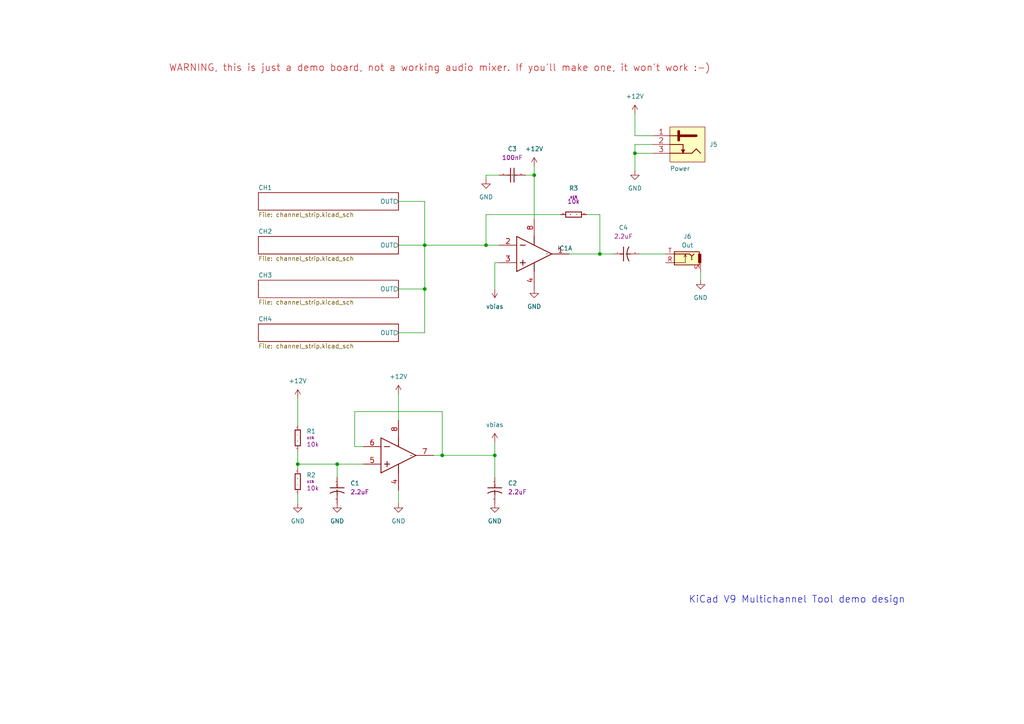
<source format=kicad_sch>
(kicad_sch
	(version 20250114)
	(generator "eeschema")
	(generator_version "9.0")
	(uuid "203cc2bf-f6fc-43f5-9a16-6804dfef98e8")
	(paper "A4")
	(lib_symbols
		(symbol "Audio-Jack-2_Switch_1"
			(pin_names
				(offset 1.016)
			)
			(exclude_from_sim no)
			(in_bom yes)
			(on_board yes)
			(property "Reference" "J1"
				(at -1.27 7.62 0)
				(effects
					(font
						(size 1.27 1.27)
					)
				)
			)
			(property "Value" "CH1"
				(at -1.27 5.08 0)
				(effects
					(font
						(size 1.27 1.27)
					)
				)
			)
			(property "Footprint" "Connector_Audio:Jack_6.35mm_Neutrik_NMJ6HCD2_Horizontal"
				(at 6.35 2.54 0)
				(effects
					(font
						(size 1.27 1.27)
					)
					(hide yes)
				)
			)
			(property "Datasheet" "~"
				(at 6.35 2.54 0)
				(effects
					(font
						(size 1.27 1.27)
					)
					(hide yes)
				)
			)
			(property "Description" "2-pin audio jack receptable (mono/TS connector) with switching contact"
				(at 0 0 0)
				(effects
					(font
						(size 1.27 1.27)
					)
					(hide yes)
				)
			)
			(property "ki_keywords" "audio jack receptable mono headphones phone TS connector"
				(at 0 0 0)
				(effects
					(font
						(size 1.27 1.27)
					)
					(hide yes)
				)
			)
			(symbol "Audio-Jack-2_Switch_1_0_0"
				(text "1"
					(at -2.54 1.27 0)
					(effects
						(font
							(size 0.762 0.762)
						)
					)
				)
			)
			(symbol "Audio-Jack-2_Switch_1_0_1"
				(rectangle
					(start -4.699 3.175)
					(end 2.54 -0.635)
					(stroke
						(width 0.254)
						(type solid)
					)
					(fill
						(type background)
					)
				)
				(rectangle
					(start -4.445 0)
					(end -5.207 2.54)
					(stroke
						(width 0)
						(type solid)
					)
					(fill
						(type outline)
					)
				)
				(polyline
					(pts
						(xy -0.635 2.413) (xy -0.254 1.651)
					)
					(stroke
						(width 0)
						(type solid)
					)
					(fill
						(type none)
					)
				)
				(polyline
					(pts
						(xy 2.54 2.54) (xy -1.905 2.54) (xy -2.54 1.905) (xy -3.175 2.54)
					)
					(stroke
						(width 0.254)
						(type solid)
					)
					(fill
						(type none)
					)
				)
				(polyline
					(pts
						(xy 2.54 0) (xy -0.635 0) (xy -0.635 2.413) (xy -1.016 1.651)
					)
					(stroke
						(width 0)
						(type solid)
					)
					(fill
						(type none)
					)
				)
			)
			(symbol "Audio-Jack-2_Switch_1_1_1"
				(pin passive line
					(at -5.08 -2.54 90)
					(length 2.54)
					(name "~"
						(effects
							(font
								(size 1.27 1.27)
							)
						)
					)
					(number "S"
						(effects
							(font
								(size 1.27 1.27)
							)
						)
					)
				)
				(pin passive line
					(at 5.08 2.54 180)
					(length 2.54)
					(name "~"
						(effects
							(font
								(size 1.27 1.27)
							)
						)
					)
					(number "T"
						(effects
							(font
								(size 1.27 1.27)
							)
						)
					)
				)
				(pin passive line
					(at 5.08 0 180)
					(length 2.54)
					(name "~"
						(effects
							(font
								(size 1.27 1.27)
							)
						)
					)
					(number "R"
						(effects
							(font
								(size 1.27 1.27)
							)
						)
					)
				)
			)
			(embedded_fonts no)
		)
		(symbol "multichannel_mixer:+12V"
			(power)
			(pin_names
				(offset 0)
			)
			(exclude_from_sim no)
			(in_bom yes)
			(on_board yes)
			(property "Reference" "#PWR"
				(at 0 -3.81 0)
				(effects
					(font
						(size 1.27 1.27)
					)
					(hide yes)
				)
			)
			(property "Value" "+12V"
				(at 0 3.556 0)
				(effects
					(font
						(size 1.27 1.27)
					)
				)
			)
			(property "Footprint" ""
				(at 0 0 0)
				(effects
					(font
						(size 1.27 1.27)
					)
					(hide yes)
				)
			)
			(property "Datasheet" ""
				(at 0 0 0)
				(effects
					(font
						(size 1.27 1.27)
					)
					(hide yes)
				)
			)
			(property "Description" "power-flag symbol"
				(at 0 0 0)
				(effects
					(font
						(size 1.27 1.27)
					)
					(hide yes)
				)
			)
			(property "ki_keywords" "Power Flag Symbol"
				(at 0 0 0)
				(effects
					(font
						(size 1.27 1.27)
					)
					(hide yes)
				)
			)
			(symbol "+12V_0_1"
				(polyline
					(pts
						(xy -0.762 1.27) (xy 0 2.54)
					)
					(stroke
						(width 0)
						(type solid)
					)
					(fill
						(type none)
					)
				)
				(polyline
					(pts
						(xy 0 2.54) (xy 0.762 1.27)
					)
					(stroke
						(width 0)
						(type solid)
					)
					(fill
						(type none)
					)
				)
				(polyline
					(pts
						(xy 0 0) (xy 0 2.54)
					)
					(stroke
						(width 0)
						(type solid)
					)
					(fill
						(type none)
					)
				)
			)
			(symbol "+12V_1_1"
				(pin power_in line
					(at 0 0 90)
					(length 0)
					(hide yes)
					(name "+12V"
						(effects
							(font
								(size 1.27 1.27)
							)
						)
					)
					(number "1"
						(effects
							(font
								(size 1.27 1.27)
							)
						)
					)
				)
			)
			(embedded_fonts no)
		)
		(symbol "multichannel_mixer:+1V1"
			(power)
			(pin_names
				(offset 0)
			)
			(exclude_from_sim no)
			(in_bom yes)
			(on_board yes)
			(property "Reference" "#PWR"
				(at 0 -3.81 0)
				(effects
					(font
						(size 1.27 1.27)
					)
					(hide yes)
				)
			)
			(property "Value" "+1V1"
				(at 0 3.556 0)
				(effects
					(font
						(size 1.27 1.27)
					)
				)
			)
			(property "Footprint" ""
				(at 0 0 0)
				(effects
					(font
						(size 1.27 1.27)
					)
					(hide yes)
				)
			)
			(property "Datasheet" ""
				(at 0 0 0)
				(effects
					(font
						(size 1.27 1.27)
					)
					(hide yes)
				)
			)
			(property "Description" "power-flag symbol +1.1V"
				(at 0 0 0)
				(effects
					(font
						(size 1.27 1.27)
					)
					(hide yes)
				)
			)
			(property "ki_keywords" "Power Flag Symbol"
				(at 0 0 0)
				(effects
					(font
						(size 1.27 1.27)
					)
					(hide yes)
				)
			)
			(symbol "+1V1_0_1"
				(polyline
					(pts
						(xy -0.762 1.27) (xy 0 2.54)
					)
					(stroke
						(width 0)
						(type solid)
					)
					(fill
						(type none)
					)
				)
				(polyline
					(pts
						(xy 0 2.54) (xy 0.762 1.27)
					)
					(stroke
						(width 0)
						(type solid)
					)
					(fill
						(type none)
					)
				)
				(polyline
					(pts
						(xy 0 0) (xy 0 2.54)
					)
					(stroke
						(width 0)
						(type solid)
					)
					(fill
						(type none)
					)
				)
			)
			(symbol "+1V1_1_1"
				(pin power_in line
					(at 0 0 90)
					(length 0)
					(hide yes)
					(name "+1V1"
						(effects
							(font
								(size 1.27 1.27)
							)
						)
					)
					(number "1"
						(effects
							(font
								(size 1.27 1.27)
							)
						)
					)
				)
			)
			(embedded_fonts no)
		)
		(symbol "multichannel_mixer:CC1206_100NF_50V_10%_X7R"
			(pin_names
				(offset 1.27)
			)
			(exclude_from_sim no)
			(in_bom yes)
			(on_board yes)
			(property "Reference" "C"
				(at 3.81 3.048 0)
				(effects
					(font
						(size 1.27 1.27)
					)
				)
			)
			(property "Value" "CC1206_100NF_50V_10%_X7R"
				(at 0 -6.223 0)
				(effects
					(font
						(size 1.27 1.27)
					)
					(justify left)
					(hide yes)
				)
			)
			(property "Footprint" "Capacitors SMD:CAPC3216X140N"
				(at 0 -8.128 0)
				(effects
					(font
						(size 1.27 1.27)
					)
					(justify left)
					(hide yes)
				)
			)
			(property "Datasheet" "\\\\cern.ch\\dfs\\Applications\\Altium\\Datasheets\\CC1206_X7R_VISHAY_VJ.pdf"
				(at 0 -10.033 0)
				(effects
					(font
						(size 1.27 1.27)
					)
					(justify left)
					(hide yes)
				)
			)
			(property "Description" "100nF"
				(at 3.81 -3.048 0)
				(effects
					(font
						(size 1.27 1.27)
					)
				)
			)
			(property "Part Number" "CC1206_100NF_50V_10%_X7R"
				(at 0 -11.938 0)
				(effects
					(font
						(size 1.27 1.27)
					)
					(justify left)
					(hide yes)
				)
			)
			(property "Library Ref" "Capacitor - non polarized"
				(at 0 -13.843 0)
				(effects
					(font
						(size 1.27 1.27)
					)
					(justify left)
					(hide yes)
				)
			)
			(property "Library Path" "SchLib\\Capacitors.SchLib"
				(at 0 -15.748 0)
				(effects
					(font
						(size 1.27 1.27)
					)
					(justify left)
					(hide yes)
				)
			)
			(property "Comment" "100nF"
				(at 0 -17.653 0)
				(effects
					(font
						(size 1.27 1.27)
					)
					(justify left)
					(hide yes)
				)
			)
			(property "Component Kind" "Standard"
				(at 0 -19.558 0)
				(effects
					(font
						(size 1.27 1.27)
					)
					(justify left)
					(hide yes)
				)
			)
			(property "Component Type" "Standard"
				(at 0 -21.463 0)
				(effects
					(font
						(size 1.27 1.27)
					)
					(justify left)
					(hide yes)
				)
			)
			(property "Pin Count" "2"
				(at 0 -23.368 0)
				(effects
					(font
						(size 1.27 1.27)
					)
					(justify left)
					(hide yes)
				)
			)
			(property "Footprint Path" "PcbLib\\Capacitors SMD.PcbLib"
				(at 0 -25.273 0)
				(effects
					(font
						(size 1.27 1.27)
					)
					(justify left)
					(hide yes)
				)
			)
			(property "Footprint Ref" "CAPC3216X140N"
				(at 0 -27.178 0)
				(effects
					(font
						(size 1.27 1.27)
					)
					(justify left)
					(hide yes)
				)
			)
			(property "PackageDescription" " "
				(at 0 -29.083 0)
				(effects
					(font
						(size 1.27 1.27)
					)
					(justify left)
					(hide yes)
				)
			)
			(property "Status" "Preferred"
				(at 0 -30.988 0)
				(effects
					(font
						(size 1.27 1.27)
					)
					(justify left)
					(hide yes)
				)
			)
			(property "Status Comment" " "
				(at 0 -32.893 0)
				(effects
					(font
						(size 1.27 1.27)
					)
					(justify left)
					(hide yes)
				)
			)
			(property "Voltage" "50V"
				(at 0 -34.798 0)
				(effects
					(font
						(size 1.27 1.27)
					)
					(justify left)
					(hide yes)
				)
			)
			(property "TC" "X7R"
				(at 0 -36.703 0)
				(effects
					(font
						(size 1.27 1.27)
					)
					(justify left)
					(hide yes)
				)
			)
			(property "Tolerance" "±10%"
				(at 0 -38.608 0)
				(effects
					(font
						(size 1.27 1.27)
					)
					(justify left)
					(hide yes)
				)
			)
			(property "Part Description" "SMD Multilayer Chip Ceramic Capacitor"
				(at 0 -40.513 0)
				(effects
					(font
						(size 1.27 1.27)
					)
					(justify left)
					(hide yes)
				)
			)
			(property "Manufacturer" "GENERIC"
				(at 0 -42.418 0)
				(effects
					(font
						(size 1.27 1.27)
					)
					(justify left)
					(hide yes)
				)
			)
			(property "Manufacturer Part Number" "CC1206_100NF_50V_10%_X7R"
				(at 0 -44.323 0)
				(effects
					(font
						(size 1.27 1.27)
					)
					(justify left)
					(hide yes)
				)
			)
			(property "Case" "1206"
				(at 0 -46.228 0)
				(effects
					(font
						(size 1.27 1.27)
					)
					(justify left)
					(hide yes)
				)
			)
			(property "Mounted" "Yes"
				(at 0 -48.133 0)
				(effects
					(font
						(size 1.27 1.27)
					)
					(justify left)
					(hide yes)
				)
			)
			(property "Socket" "No"
				(at 0 -50.038 0)
				(effects
					(font
						(size 1.27 1.27)
					)
					(justify left)
					(hide yes)
				)
			)
			(property "SMD" "Yes"
				(at 0 -51.943 0)
				(effects
					(font
						(size 1.27 1.27)
					)
					(justify left)
					(hide yes)
				)
			)
			(property "PressFit" " "
				(at 0 -53.848 0)
				(effects
					(font
						(size 1.27 1.27)
					)
					(justify left)
					(hide yes)
				)
			)
			(property "Sense" "No"
				(at 0 -55.753 0)
				(effects
					(font
						(size 1.27 1.27)
					)
					(justify left)
					(hide yes)
				)
			)
			(property "Sense Comment" " "
				(at 0 -57.658 0)
				(effects
					(font
						(size 1.27 1.27)
					)
					(justify left)
					(hide yes)
				)
			)
			(property "ComponentHeight" " "
				(at 0 -59.563 0)
				(effects
					(font
						(size 1.27 1.27)
					)
					(justify left)
					(hide yes)
				)
			)
			(property "Manufacturer1 Example" "VISHAY VITRAMON"
				(at 0 -61.468 0)
				(effects
					(font
						(size 1.27 1.27)
					)
					(justify left)
					(hide yes)
				)
			)
			(property "Manufacturer1 Part Number" "VJ1206Y104KXAAT"
				(at 0 -63.373 0)
				(effects
					(font
						(size 1.27 1.27)
					)
					(justify left)
					(hide yes)
				)
			)
			(property "Manufacturer1 ComponentHeight" "1.7mm"
				(at 0 -65.278 0)
				(effects
					(font
						(size 1.27 1.27)
					)
					(justify left)
					(hide yes)
				)
			)
			(property "HelpURL" "\\\\cern.ch\\dfs\\Applications\\Altium\\Datasheets\\CC1206_X7R_VISHAY_VJ.pdf"
				(at 0 -67.183 0)
				(effects
					(font
						(size 1.27 1.27)
					)
					(justify left)
					(hide yes)
				)
			)
			(property "Author" "CERN DEM JLC"
				(at 0 -69.088 0)
				(effects
					(font
						(size 1.27 1.27)
					)
					(justify left)
					(hide yes)
				)
			)
			(property "CreateDate" "12/03/07 00:00:00"
				(at 0 -70.993 0)
				(effects
					(font
						(size 1.27 1.27)
					)
					(justify left)
					(hide yes)
				)
			)
			(property "LatestRevisionDate" "12/03/07 00:00:00"
				(at 0 -72.898 0)
				(effects
					(font
						(size 1.27 1.27)
					)
					(justify left)
					(hide yes)
				)
			)
			(property "Database Table Name" "Capacitors"
				(at 0 -74.803 0)
				(effects
					(font
						(size 1.27 1.27)
					)
					(justify left)
					(hide yes)
				)
			)
			(property "Library Name" "Capacitors SMD"
				(at 0 -76.708 0)
				(effects
					(font
						(size 1.27 1.27)
					)
					(justify left)
					(hide yes)
				)
			)
			(property "Footprint Library" "Capacitors SMD"
				(at 0 -78.613 0)
				(effects
					(font
						(size 1.27 1.27)
					)
					(justify left)
					(hide yes)
				)
			)
			(property "License" "This work is licensed under the Creative Commons CC-BY-SA 4.0 License. To the extent that circuit schematics that use Licensed Material can be considered to be ‘Adapted Material’, then the copyright holder waives article 3.b of the license with respect to these schematics."
				(at 0 -80.518 0)
				(effects
					(font
						(size 1.27 1.27)
					)
					(justify left)
					(hide yes)
				)
			)
			(property "ki_locked" ""
				(at 0 0 0)
				(effects
					(font
						(size 1.27 1.27)
					)
				)
			)
			(symbol "CC1206_100NF_50V_10%_X7R_0_1"
				(polyline
					(pts
						(xy 2.54 0) (xy 3.302 0)
					)
					(stroke
						(width 0.254)
						(type solid)
					)
					(fill
						(type none)
					)
				)
				(polyline
					(pts
						(xy 3.302 -2.032) (xy 3.302 2.032)
					)
					(stroke
						(width 0.254)
						(type solid)
					)
					(fill
						(type none)
					)
				)
				(polyline
					(pts
						(xy 4.318 2.032) (xy 4.318 -2.032)
					)
					(stroke
						(width 0.254)
						(type solid)
					)
					(fill
						(type none)
					)
				)
				(polyline
					(pts
						(xy 5.08 0) (xy 4.318 0)
					)
					(stroke
						(width 0.254)
						(type solid)
					)
					(fill
						(type none)
					)
				)
				(pin passive line
					(at 0 0 0)
					(length 2.54)
					(name "1"
						(effects
							(font
								(size 0.0254 0.0254)
							)
						)
					)
					(number "1"
						(effects
							(font
								(size 0.0254 0.0254)
							)
						)
					)
				)
				(pin passive line
					(at 7.62 0 180)
					(length 2.54)
					(name "2"
						(effects
							(font
								(size 0.0254 0.0254)
							)
						)
					)
					(number "2"
						(effects
							(font
								(size 0.0254 0.0254)
							)
						)
					)
				)
			)
			(embedded_fonts no)
		)
		(symbol "multichannel_mixer:CLIFF_FC68148(DC-10A)"
			(pin_names
				(offset 1.27)
			)
			(exclude_from_sim no)
			(in_bom yes)
			(on_board yes)
			(property "Reference" "J"
				(at 3.81 1.27 0)
				(effects
					(font
						(size 1.27 1.27)
					)
				)
			)
			(property "Value" "CLIFF_FC68148(DC-10A)"
				(at 0 -12.065 0)
				(effects
					(font
						(size 1.27 1.27)
					)
					(justify left)
					(hide yes)
				)
			)
			(property "Footprint" "Miscellaneous THD:CLIFF_FC68148(DC-10A)"
				(at 0 -13.97 0)
				(effects
					(font
						(size 1.27 1.27)
					)
					(justify left)
					(hide yes)
				)
			)
			(property "Datasheet" "\\\\cern.ch\\dfs\\Applications\\Altium\\Datasheets\\CLIFF_FC68148(DC-10A).pdf"
				(at 0 -15.875 0)
				(effects
					(font
						(size 1.27 1.27)
					)
					(justify left)
					(hide yes)
				)
			)
			(property "Description" "Jack"
				(at 3.81 -0.762 0)
				(effects
					(font
						(size 1.27 1.27)
					)
					(hide yes)
				)
			)
			(property "Part Number" "CLIFF_FC68148(DC-10A)"
				(at 0 -17.78 0)
				(effects
					(font
						(size 1.27 1.27)
					)
					(justify left)
					(hide yes)
				)
			)
			(property "Library Ref" "CLIFF_FC68148(DC-10A)"
				(at 0 -19.685 0)
				(effects
					(font
						(size 1.27 1.27)
					)
					(justify left)
					(hide yes)
				)
			)
			(property "Library Path" "SchLib\\Connectors.SchLib"
				(at 0 -21.59 0)
				(effects
					(font
						(size 1.27 1.27)
					)
					(justify left)
					(hide yes)
				)
			)
			(property "Comment" " "
				(at 0 -23.495 0)
				(effects
					(font
						(size 1.27 1.27)
					)
					(justify left)
					(hide yes)
				)
			)
			(property "Component Kind" "Standard"
				(at 0 -25.4 0)
				(effects
					(font
						(size 1.27 1.27)
					)
					(justify left)
					(hide yes)
				)
			)
			(property "Component Type" "Standard"
				(at 0 -27.305 0)
				(effects
					(font
						(size 1.27 1.27)
					)
					(justify left)
					(hide yes)
				)
			)
			(property "Device" " "
				(at 0 -29.21 0)
				(effects
					(font
						(size 1.27 1.27)
					)
					(justify left)
					(hide yes)
				)
			)
			(property "PackageDescription" " "
				(at 0 -31.115 0)
				(effects
					(font
						(size 1.27 1.27)
					)
					(justify left)
					(hide yes)
				)
			)
			(property "Pin Count" "3"
				(at 0 -33.02 0)
				(effects
					(font
						(size 1.27 1.27)
					)
					(justify left)
					(hide yes)
				)
			)
			(property "Case" " "
				(at 0 -34.925 0)
				(effects
					(font
						(size 1.27 1.27)
					)
					(justify left)
					(hide yes)
				)
			)
			(property "Footprint Path" "PcbLib\\Miscellaneous THD.PcbLib"
				(at 0 -36.83 0)
				(effects
					(font
						(size 1.27 1.27)
					)
					(justify left)
					(hide yes)
				)
			)
			(property "Footprint Ref" "CLIFF_FC68148(DC-10A)"
				(at 0 -38.735 0)
				(effects
					(font
						(size 1.27 1.27)
					)
					(justify left)
					(hide yes)
				)
			)
			(property "Family" "Jack"
				(at 0 -40.64 0)
				(effects
					(font
						(size 1.27 1.27)
					)
					(justify left)
					(hide yes)
				)
			)
			(property "Mounted" "Yes"
				(at 0 -42.545 0)
				(effects
					(font
						(size 1.27 1.27)
					)
					(justify left)
					(hide yes)
				)
			)
			(property "Socket" "No"
				(at 0 -44.45 0)
				(effects
					(font
						(size 1.27 1.27)
					)
					(justify left)
					(hide yes)
				)
			)
			(property "PressFit" "No"
				(at 0 -46.355 0)
				(effects
					(font
						(size 1.27 1.27)
					)
					(justify left)
					(hide yes)
				)
			)
			(property "SMD" "No"
				(at 0 -48.26 0)
				(effects
					(font
						(size 1.27 1.27)
					)
					(justify left)
					(hide yes)
				)
			)
			(property "Sense" "No"
				(at 0 -50.165 0)
				(effects
					(font
						(size 1.27 1.27)
					)
					(justify left)
					(hide yes)
				)
			)
			(property "Sense Comment" " "
				(at 0 -52.07 0)
				(effects
					(font
						(size 1.27 1.27)
					)
					(justify left)
					(hide yes)
				)
			)
			(property "Status Comment" " "
				(at 0 -53.975 0)
				(effects
					(font
						(size 1.27 1.27)
					)
					(justify left)
					(hide yes)
				)
			)
			(property "Status" "None"
				(at 0 -55.88 0)
				(effects
					(font
						(size 1.27 1.27)
					)
					(justify left)
					(hide yes)
				)
			)
			(property "SCEM" " "
				(at 0 -57.785 0)
				(effects
					(font
						(size 1.27 1.27)
					)
					(justify left)
					(hide yes)
				)
			)
			(property "Part Description" "12V/5A, 2.1mm Diameter Pin, DC Power Socket with  Switch (DC10A Type)"
				(at 0 -59.69 0)
				(effects
					(font
						(size 1.27 1.27)
					)
					(justify left)
					(hide yes)
				)
			)
			(property "Manufacturer" "CLIFF ELECTRONIC COMPONENTS"
				(at 0 -61.595 0)
				(effects
					(font
						(size 1.27 1.27)
					)
					(justify left)
					(hide yes)
				)
			)
			(property "Manufacturer Part Number" "FC68148 (DC-10A)"
				(at 0 -63.5 0)
				(effects
					(font
						(size 1.27 1.27)
					)
					(justify left)
					(hide yes)
				)
			)
			(property "ComponentHeight" "11mm"
				(at 0 -65.405 0)
				(effects
					(font
						(size 1.27 1.27)
					)
					(justify left)
					(hide yes)
				)
			)
			(property "HelpURL" "\\\\cern.ch\\dfs\\Applications\\Altium\\Datasheets\\CLIFF_FC68148(DC-10A).pdf"
				(at 0 -67.31 0)
				(effects
					(font
						(size 1.27 1.27)
					)
					(justify left)
					(hide yes)
				)
			)
			(property "ComponentLink1URL" " "
				(at 0 -69.215 0)
				(effects
					(font
						(size 1.27 1.27)
					)
					(justify left)
					(hide yes)
				)
			)
			(property "ComponentLink1Description" " "
				(at 0 -71.12 0)
				(effects
					(font
						(size 1.27 1.27)
					)
					(justify left)
					(hide yes)
				)
			)
			(property "ComponentLink2URL" " "
				(at 0 -73.025 0)
				(effects
					(font
						(size 1.27 1.27)
					)
					(justify left)
					(hide yes)
				)
			)
			(property "ComponentLink2Description" " "
				(at 0 -74.93 0)
				(effects
					(font
						(size 1.27 1.27)
					)
					(justify left)
					(hide yes)
				)
			)
			(property "Author" "CERN DEM JLC"
				(at 0 -76.835 0)
				(effects
					(font
						(size 1.27 1.27)
					)
					(justify left)
					(hide yes)
				)
			)
			(property "CreateDate" "11/23/10 00:00:00"
				(at 0 -78.74 0)
				(effects
					(font
						(size 1.27 1.27)
					)
					(justify left)
					(hide yes)
				)
			)
			(property "LatestRevisionDate" "11/23/10 00:00:00"
				(at 0 -80.645 0)
				(effects
					(font
						(size 1.27 1.27)
					)
					(justify left)
					(hide yes)
				)
			)
			(property "Database Table Name" "Connectors"
				(at 0 -82.55 0)
				(effects
					(font
						(size 1.27 1.27)
					)
					(justify left)
					(hide yes)
				)
			)
			(property "Library Name" "Miscellaneous"
				(at 0 -84.455 0)
				(effects
					(font
						(size 1.27 1.27)
					)
					(justify left)
					(hide yes)
				)
			)
			(property "Footprint Library" "Miscellaneous THD"
				(at 0 -86.36 0)
				(effects
					(font
						(size 1.27 1.27)
					)
					(justify left)
					(hide yes)
				)
			)
			(property "License" "This work is licensed under the Creative Commons CC-BY-SA 4.0 License. To the extent that circuit schematics that use Licensed Material can be considered to be ‘Adapted Material’, then the copyright holder waives article 3.b of the license with respect to these schematics."
				(at 0 -88.265 0)
				(effects
					(font
						(size 1.27 1.27)
					)
					(justify left)
					(hide yes)
				)
			)
			(property "ki_locked" ""
				(at 0 0 0)
				(effects
					(font
						(size 1.27 1.27)
					)
				)
			)
			(symbol "CLIFF_FC68148(DC-10A)_0_1"
				(polyline
					(pts
						(xy 0 -2.54) (xy 2.54 -2.54)
					)
					(stroke
						(width 0.254)
						(type solid)
					)
					(fill
						(type none)
					)
				)
				(polyline
					(pts
						(xy 0 -5.08) (xy 3.81 -5.08)
					)
					(stroke
						(width 0.254)
						(type solid)
					)
					(fill
						(type none)
					)
				)
				(polyline
					(pts
						(xy 0 -7.62) (xy 6.35 -7.62)
					)
					(stroke
						(width 0.254)
						(type solid)
					)
					(fill
						(type none)
					)
				)
				(rectangle
					(start 0 -10.16)
					(end 10.16 0)
					(stroke
						(width 0)
						(type solid)
					)
					(fill
						(type background)
					)
				)
				(polyline
					(pts
						(xy 2.54 -1.27) (xy 2.54 -3.81)
					)
					(stroke
						(width 0.762)
						(type solid)
					)
					(fill
						(type none)
					)
				)
				(polyline
					(pts
						(xy 3.81 -7.112) (xy 3.81 -5.08)
					)
					(stroke
						(width 0.254)
						(type solid)
					)
					(fill
						(type none)
					)
				)
				(polyline
					(pts
						(xy 3.81 -7.62) (xy 3.302 -6.604) (xy 4.318 -6.604) (xy 3.81 -7.62)
					)
					(stroke
						(width 0)
						(type solid)
					)
					(fill
						(type outline)
					)
				)
				(polyline
					(pts
						(xy 6.35 -7.62) (xy 7.62 -6.35)
					)
					(stroke
						(width 0.254)
						(type solid)
					)
					(fill
						(type none)
					)
				)
				(polyline
					(pts
						(xy 7.62 -2.54) (xy 2.54 -2.54)
					)
					(stroke
						(width 0.762)
						(type solid)
					)
					(fill
						(type none)
					)
				)
				(polyline
					(pts
						(xy 8.89 -7.62) (xy 7.62 -6.35)
					)
					(stroke
						(width 0.254)
						(type solid)
					)
					(fill
						(type none)
					)
				)
				(pin bidirectional line
					(at -5.08 -2.54 0)
					(length 5.08)
					(name "1"
						(effects
							(font
								(size 0.0254 0.0254)
							)
						)
					)
					(number "1"
						(effects
							(font
								(size 1.524 1.524)
							)
						)
					)
				)
				(pin bidirectional line
					(at -5.08 -5.08 0)
					(length 5.08)
					(name "2"
						(effects
							(font
								(size 0.0254 0.0254)
							)
						)
					)
					(number "2"
						(effects
							(font
								(size 1.524 1.524)
							)
						)
					)
				)
				(pin bidirectional line
					(at -5.08 -7.62 0)
					(length 5.08)
					(name "3"
						(effects
							(font
								(size 0.0254 0.0254)
							)
						)
					)
					(number "3"
						(effects
							(font
								(size 1.524 1.524)
							)
						)
					)
				)
			)
			(embedded_fonts no)
		)
		(symbol "multichannel_mixer:CTEB_2.2UF_35V_10%_254-500X840"
			(pin_names
				(offset 1.27)
			)
			(exclude_from_sim no)
			(in_bom yes)
			(on_board yes)
			(property "Reference" "C"
				(at 3.81 3.048 0)
				(effects
					(font
						(size 1.27 1.27)
					)
				)
			)
			(property "Value" "CTEB_2.2UF_35V_10%_254-500X840"
				(at 0 -6.223 0)
				(effects
					(font
						(size 1.27 1.27)
					)
					(justify left)
					(hide yes)
				)
			)
			(property "Footprint" "Capacitors THD:CAPPRB254-500X840"
				(at 0 -8.128 0)
				(effects
					(font
						(size 1.27 1.27)
					)
					(justify left)
					(hide yes)
				)
			)
			(property "Datasheet" "\\\\cern.ch\\dfs\\Applications\\Altium\\Datasheets\\CTEB_KEMET_T350.pdf"
				(at 0 -10.033 0)
				(effects
					(font
						(size 1.27 1.27)
					)
					(justify left)
					(hide yes)
				)
			)
			(property "Description" "2.2uF"
				(at 3.81 -3.048 0)
				(effects
					(font
						(size 1.27 1.27)
					)
				)
			)
			(property "Part Number" "CTEB_2.2UF_35V_10%_254-500X840"
				(at 0 -11.938 0)
				(effects
					(font
						(size 1.27 1.27)
					)
					(justify left)
					(hide yes)
				)
			)
			(property "Library Ref" "Capacitor - polarized"
				(at 0 -13.843 0)
				(effects
					(font
						(size 1.27 1.27)
					)
					(justify left)
					(hide yes)
				)
			)
			(property "Library Path" "SchLib\\Capacitors.SchLib"
				(at 0 -15.748 0)
				(effects
					(font
						(size 1.27 1.27)
					)
					(justify left)
					(hide yes)
				)
			)
			(property "Comment" "2.2uF"
				(at 0 -17.653 0)
				(effects
					(font
						(size 1.27 1.27)
					)
					(justify left)
					(hide yes)
				)
			)
			(property "Component Kind" "Standard"
				(at 0 -19.558 0)
				(effects
					(font
						(size 1.27 1.27)
					)
					(justify left)
					(hide yes)
				)
			)
			(property "Component Type" "Standard"
				(at 0 -21.463 0)
				(effects
					(font
						(size 1.27 1.27)
					)
					(justify left)
					(hide yes)
				)
			)
			(property "PackageDescription" " "
				(at 0 -23.368 0)
				(effects
					(font
						(size 1.27 1.27)
					)
					(justify left)
					(hide yes)
				)
			)
			(property "Pin Count" "2"
				(at 0 -25.273 0)
				(effects
					(font
						(size 1.27 1.27)
					)
					(justify left)
					(hide yes)
				)
			)
			(property "Footprint Path" "PcbLib\\Capacitors THD.PcbLib"
				(at 0 -27.178 0)
				(effects
					(font
						(size 1.27 1.27)
					)
					(justify left)
					(hide yes)
				)
			)
			(property "Footprint Ref" "CAPPRB254-500X840"
				(at 0 -29.083 0)
				(effects
					(font
						(size 1.27 1.27)
					)
					(justify left)
					(hide yes)
				)
			)
			(property "Status" "None"
				(at 0 -30.988 0)
				(effects
					(font
						(size 1.27 1.27)
					)
					(justify left)
					(hide yes)
				)
			)
			(property "Status Comment" " "
				(at 0 -32.893 0)
				(effects
					(font
						(size 1.27 1.27)
					)
					(justify left)
					(hide yes)
				)
			)
			(property "Voltage" "35V"
				(at 0 -34.798 0)
				(effects
					(font
						(size 1.27 1.27)
					)
					(justify left)
					(hide yes)
				)
			)
			(property "TC" " "
				(at 0 -36.703 0)
				(effects
					(font
						(size 1.27 1.27)
					)
					(justify left)
					(hide yes)
				)
			)
			(property "Tolerance" "±10%"
				(at 0 -38.608 0)
				(effects
					(font
						(size 1.27 1.27)
					)
					(justify left)
					(hide yes)
				)
			)
			(property "Part Description" "Solid Tantalum Resin Dipped Capacitor"
				(at 0 -40.513 0)
				(effects
					(font
						(size 1.27 1.27)
					)
					(justify left)
					(hide yes)
				)
			)
			(property "Manufacturer" "KEMET"
				(at 0 -42.418 0)
				(effects
					(font
						(size 1.27 1.27)
					)
					(justify left)
					(hide yes)
				)
			)
			(property "Manufacturer Part Number" "T350C225K035AT"
				(at 0 -44.323 0)
				(effects
					(font
						(size 1.27 1.27)
					)
					(justify left)
					(hide yes)
				)
			)
			(property "Case" "LS2.54 D5 x H8.4"
				(at 0 -46.228 0)
				(effects
					(font
						(size 1.27 1.27)
					)
					(justify left)
					(hide yes)
				)
			)
			(property "Mounted" "Yes"
				(at 0 -48.133 0)
				(effects
					(font
						(size 1.27 1.27)
					)
					(justify left)
					(hide yes)
				)
			)
			(property "PressFit" " "
				(at 0 -50.038 0)
				(effects
					(font
						(size 1.27 1.27)
					)
					(justify left)
					(hide yes)
				)
			)
			(property "Socket" "No"
				(at 0 -51.943 0)
				(effects
					(font
						(size 1.27 1.27)
					)
					(justify left)
					(hide yes)
				)
			)
			(property "SMD" "No"
				(at 0 -53.848 0)
				(effects
					(font
						(size 1.27 1.27)
					)
					(justify left)
					(hide yes)
				)
			)
			(property "Sense" "No"
				(at 0 -55.753 0)
				(effects
					(font
						(size 1.27 1.27)
					)
					(justify left)
					(hide yes)
				)
			)
			(property "Sense Comment" " "
				(at 0 -57.658 0)
				(effects
					(font
						(size 1.27 1.27)
					)
					(justify left)
					(hide yes)
				)
			)
			(property "ComponentHeight" "8.4mm"
				(at 0 -59.563 0)
				(effects
					(font
						(size 1.27 1.27)
					)
					(justify left)
					(hide yes)
				)
			)
			(property "Manufacturer1 Example" " "
				(at 0 -61.468 0)
				(effects
					(font
						(size 1.27 1.27)
					)
					(justify left)
					(hide yes)
				)
			)
			(property "Manufacturer1 Part Number" " "
				(at 0 -63.373 0)
				(effects
					(font
						(size 1.27 1.27)
					)
					(justify left)
					(hide yes)
				)
			)
			(property "Manufacturer1 ComponentHeight" " "
				(at 0 -65.278 0)
				(effects
					(font
						(size 1.27 1.27)
					)
					(justify left)
					(hide yes)
				)
			)
			(property "HelpURL" "\\\\cern.ch\\dfs\\Applications\\Altium\\Datasheets\\CTEB_KEMET_T350.pdf"
				(at 0 -67.183 0)
				(effects
					(font
						(size 1.27 1.27)
					)
					(justify left)
					(hide yes)
				)
			)
			(property "Author" "CERN DEM JLC"
				(at 0 -69.088 0)
				(effects
					(font
						(size 1.27 1.27)
					)
					(justify left)
					(hide yes)
				)
			)
			(property "CreateDate" "12/16/09 00:00:00"
				(at 0 -70.993 0)
				(effects
					(font
						(size 1.27 1.27)
					)
					(justify left)
					(hide yes)
				)
			)
			(property "LatestRevisionDate" "12/16/09 00:00:00"
				(at 0 -72.898 0)
				(effects
					(font
						(size 1.27 1.27)
					)
					(justify left)
					(hide yes)
				)
			)
			(property "Database Table Name" "Capacitors"
				(at 0 -74.803 0)
				(effects
					(font
						(size 1.27 1.27)
					)
					(justify left)
					(hide yes)
				)
			)
			(property "Library Name" "Capacitors THD"
				(at 0 -76.708 0)
				(effects
					(font
						(size 1.27 1.27)
					)
					(justify left)
					(hide yes)
				)
			)
			(property "Footprint Library" "Capacitors THD"
				(at 0 -78.613 0)
				(effects
					(font
						(size 1.27 1.27)
					)
					(justify left)
					(hide yes)
				)
			)
			(property "License" "This work is licensed under the Creative Commons CC-BY-SA 4.0 License. To the extent that circuit schematics that use Licensed Material can be considered to be ‘Adapted Material’, then the copyright holder waives article 3.b of the license with respect to these schematics."
				(at 0 -80.518 0)
				(effects
					(font
						(size 1.27 1.27)
					)
					(justify left)
					(hide yes)
				)
			)
			(property "ki_locked" ""
				(at 0 0 0)
				(effects
					(font
						(size 1.27 1.27)
					)
				)
			)
			(symbol "CTEB_2.2UF_35V_10%_254-500X840_0_1"
				(polyline
					(pts
						(xy 2.032 0) (xy 3.048 0)
					)
					(stroke
						(width 0.254)
						(type solid)
					)
					(fill
						(type none)
					)
				)
				(polyline
					(pts
						(xy 3.048 2.032) (xy 3.048 -2.032)
					)
					(stroke
						(width 0.254)
						(type solid)
					)
					(fill
						(type none)
					)
				)
				(polyline
					(pts
						(xy 4.064 0) (xy 5.08 0)
					)
					(stroke
						(width 0.254)
						(type solid)
					)
					(fill
						(type none)
					)
				)
				(arc
					(start 4.6228 -2.032)
					(mid 4.2033 -1.0545)
					(end 4.064 0)
					(stroke
						(width 0.254)
						(type solid)
					)
					(fill
						(type none)
					)
				)
				(arc
					(start 4.064 0)
					(mid 4.1926 1.0523)
					(end 4.5974 2.032)
					(stroke
						(width 0.254)
						(type solid)
					)
					(fill
						(type none)
					)
				)
				(text "+"
					(at 2.54 0.762 900)
					(effects
						(font
							(size 1.27 1.27)
						)
						(justify left bottom)
						(hide yes)
					)
				)
				(pin passive line
					(at 0 0 0)
					(length 2.54)
					(name "1"
						(effects
							(font
								(size 0.0254 0.0254)
							)
						)
					)
					(number "1"
						(effects
							(font
								(size 0.0254 0.0254)
							)
						)
					)
				)
				(pin passive line
					(at 7.62 0 180)
					(length 2.54)
					(name "2"
						(effects
							(font
								(size 0.0254 0.0254)
							)
						)
					)
					(number "2"
						(effects
							(font
								(size 0.0254 0.0254)
							)
						)
					)
				)
			)
			(embedded_fonts no)
		)
		(symbol "multichannel_mixer:GND"
			(power)
			(pin_names
				(offset 0)
			)
			(exclude_from_sim no)
			(in_bom yes)
			(on_board yes)
			(property "Reference" "#PWR"
				(at 0 -6.35 0)
				(effects
					(font
						(size 1.27 1.27)
					)
					(hide yes)
				)
			)
			(property "Value" "GND"
				(at 0 -3.81 0)
				(effects
					(font
						(size 1.27 1.27)
					)
				)
			)
			(property "Footprint" ""
				(at 0 0 0)
				(effects
					(font
						(size 1.27 1.27)
					)
					(hide yes)
				)
			)
			(property "Datasheet" ""
				(at 0 0 0)
				(effects
					(font
						(size 1.27 1.27)
					)
					(hide yes)
				)
			)
			(property "Description" "GROUND power-flag symbol"
				(at 0 0 0)
				(effects
					(font
						(size 1.27 1.27)
					)
					(hide yes)
				)
			)
			(property "ki_keywords" "Power Flag Symbol"
				(at 0 0 0)
				(effects
					(font
						(size 1.27 1.27)
					)
					(hide yes)
				)
			)
			(symbol "GND_0_1"
				(polyline
					(pts
						(xy 0 0) (xy 0 -1.27) (xy 1.27 -1.27) (xy 0 -2.54) (xy -1.27 -1.27) (xy 0 -1.27)
					)
					(stroke
						(width 0)
						(type solid)
					)
					(fill
						(type none)
					)
				)
			)
			(symbol "GND_1_1"
				(pin power_in line
					(at 0 0 270)
					(length 0)
					(hide yes)
					(name "GND"
						(effects
							(font
								(size 1.27 1.27)
							)
						)
					)
					(number "1"
						(effects
							(font
								(size 1.27 1.27)
							)
						)
					)
				)
			)
			(embedded_fonts no)
		)
		(symbol "multichannel_mixer:R1206_10K_1%_0.25W_100PPM"
			(pin_names
				(offset 1.27)
			)
			(exclude_from_sim no)
			(in_bom yes)
			(on_board yes)
			(property "Reference" "R"
				(at 3.81 1.778 0)
				(effects
					(font
						(size 1.27 1.27)
					)
				)
			)
			(property "Value" "R1206_10K_1%_0.25W_100PPM"
				(at 0 -4.953 0)
				(effects
					(font
						(size 1.27 1.27)
					)
					(justify left)
					(hide yes)
				)
			)
			(property "Footprint" "Resistors SMD:RESC3216X65N"
				(at 0 -6.858 0)
				(effects
					(font
						(size 1.27 1.27)
					)
					(justify left)
					(hide yes)
				)
			)
			(property "Datasheet" "\\\\cern.ch\\dfs\\Applications\\Altium\\Datasheets\\R1206_NIC_NRC.pdf"
				(at 0 -8.763 0)
				(effects
					(font
						(size 1.27 1.27)
					)
					(justify left)
					(hide yes)
				)
			)
			(property "Description" "±1%"
				(at 3.81 0 0)
				(effects
					(font
						(size 0.635 0.635)
					)
				)
			)
			(property "Val" "10k"
				(at 3.81 -1.778 0)
				(effects
					(font
						(size 1.27 1.27)
					)
				)
			)
			(property "Part Number" "R1206_10K_1%_0.25W_100PPM"
				(at 0 -10.668 0)
				(effects
					(font
						(size 1.27 1.27)
					)
					(justify left)
					(hide yes)
				)
			)
			(property "Library Ref" "Resistor - 1%"
				(at 0 -12.573 0)
				(effects
					(font
						(size 1.27 1.27)
					)
					(justify left)
					(hide yes)
				)
			)
			(property "Library Path" "SchLib\\Resistors.SchLib"
				(at 0 -14.478 0)
				(effects
					(font
						(size 1.27 1.27)
					)
					(justify left)
					(hide yes)
				)
			)
			(property "Comment" "10k"
				(at 0 -16.383 0)
				(effects
					(font
						(size 1.27 1.27)
					)
					(justify left)
					(hide yes)
				)
			)
			(property "Component Kind" "Standard"
				(at 0 -18.288 0)
				(effects
					(font
						(size 1.27 1.27)
					)
					(justify left)
					(hide yes)
				)
			)
			(property "Component Type" "Standard"
				(at 0 -20.193 0)
				(effects
					(font
						(size 1.27 1.27)
					)
					(justify left)
					(hide yes)
				)
			)
			(property "PackageDescription" " "
				(at 0 -22.098 0)
				(effects
					(font
						(size 1.27 1.27)
					)
					(justify left)
					(hide yes)
				)
			)
			(property "Pin Count" "2"
				(at 0 -24.003 0)
				(effects
					(font
						(size 1.27 1.27)
					)
					(justify left)
					(hide yes)
				)
			)
			(property "Footprint Path" "PcbLib\\Resistors SMD.PcbLib"
				(at 0 -25.908 0)
				(effects
					(font
						(size 1.27 1.27)
					)
					(justify left)
					(hide yes)
				)
			)
			(property "Footprint Ref" "RESC3216X65N"
				(at 0 -27.813 0)
				(effects
					(font
						(size 1.27 1.27)
					)
					(justify left)
					(hide yes)
				)
			)
			(property "Status" "Preferred"
				(at 0 -29.718 0)
				(effects
					(font
						(size 1.27 1.27)
					)
					(justify left)
					(hide yes)
				)
			)
			(property "Power" "0.25W"
				(at 0 -31.623 0)
				(effects
					(font
						(size 1.27 1.27)
					)
					(justify left)
					(hide yes)
				)
			)
			(property "TC" "±100ppm/°C"
				(at 0 -33.528 0)
				(effects
					(font
						(size 1.27 1.27)
					)
					(justify left)
					(hide yes)
				)
			)
			(property "Voltage" " "
				(at 0 -35.433 0)
				(effects
					(font
						(size 1.27 1.27)
					)
					(justify left)
					(hide yes)
				)
			)
			(property "Tolerance" "±1%"
				(at 0 -37.338 0)
				(effects
					(font
						(size 1.27 1.27)
					)
					(justify left)
					(hide yes)
				)
			)
			(property "Part Description" "General Purpose Thick Film Chip Resistor"
				(at 0 -39.243 0)
				(effects
					(font
						(size 1.27 1.27)
					)
					(justify left)
					(hide yes)
				)
			)
			(property "Manufacturer" "GENERIC"
				(at 0 -41.148 0)
				(effects
					(font
						(size 1.27 1.27)
					)
					(justify left)
					(hide yes)
				)
			)
			(property "Manufacturer Part Number" "R1206_10K_1%_0.25W_100PPM"
				(at 0 -43.053 0)
				(effects
					(font
						(size 1.27 1.27)
					)
					(justify left)
					(hide yes)
				)
			)
			(property "Case" "1206"
				(at 0 -44.958 0)
				(effects
					(font
						(size 1.27 1.27)
					)
					(justify left)
					(hide yes)
				)
			)
			(property "PressFit" "No"
				(at 0 -46.863 0)
				(effects
					(font
						(size 1.27 1.27)
					)
					(justify left)
					(hide yes)
				)
			)
			(property "Mounted" "Yes"
				(at 0 -48.768 0)
				(effects
					(font
						(size 1.27 1.27)
					)
					(justify left)
					(hide yes)
				)
			)
			(property "Sense Comment" " "
				(at 0 -50.673 0)
				(effects
					(font
						(size 1.27 1.27)
					)
					(justify left)
					(hide yes)
				)
			)
			(property "Sense" "No"
				(at 0 -52.578 0)
				(effects
					(font
						(size 1.27 1.27)
					)
					(justify left)
					(hide yes)
				)
			)
			(property "Status Comment" " "
				(at 0 -54.483 0)
				(effects
					(font
						(size 1.27 1.27)
					)
					(justify left)
					(hide yes)
				)
			)
			(property "Socket" "No"
				(at 0 -56.388 0)
				(effects
					(font
						(size 1.27 1.27)
					)
					(justify left)
					(hide yes)
				)
			)
			(property "SMD" "Yes"
				(at 0 -58.293 0)
				(effects
					(font
						(size 1.27 1.27)
					)
					(justify left)
					(hide yes)
				)
			)
			(property "ComponentHeight" " "
				(at 0 -60.198 0)
				(effects
					(font
						(size 1.27 1.27)
					)
					(justify left)
					(hide yes)
				)
			)
			(property "Manufacturer1 Example" "NIC COMPONENT"
				(at 0 -62.103 0)
				(effects
					(font
						(size 1.27 1.27)
					)
					(justify left)
					(hide yes)
				)
			)
			(property "Manufacturer1 Part Number" "NRC12F1002TRF"
				(at 0 -64.008 0)
				(effects
					(font
						(size 1.27 1.27)
					)
					(justify left)
					(hide yes)
				)
			)
			(property "Manufacturer1 ComponentHeight" "0.65mm"
				(at 0 -65.913 0)
				(effects
					(font
						(size 1.27 1.27)
					)
					(justify left)
					(hide yes)
				)
			)
			(property "HelpURL" "\\\\cern.ch\\dfs\\Applications\\Altium\\Datasheets\\R1206_NIC_NRC.pdf"
				(at 0 -67.818 0)
				(effects
					(font
						(size 1.27 1.27)
					)
					(justify left)
					(hide yes)
				)
			)
			(property "Author" "CERN DEM JLC"
				(at 0 -69.723 0)
				(effects
					(font
						(size 1.27 1.27)
					)
					(justify left)
					(hide yes)
				)
			)
			(property "CreateDate" "12/03/07 00:00:00"
				(at 0 -71.628 0)
				(effects
					(font
						(size 1.27 1.27)
					)
					(justify left)
					(hide yes)
				)
			)
			(property "LatestRevisionDate" "03/13/08 00:00:00"
				(at 0 -73.533 0)
				(effects
					(font
						(size 1.27 1.27)
					)
					(justify left)
					(hide yes)
				)
			)
			(property "Database Table Name" "Resistors"
				(at 0 -75.438 0)
				(effects
					(font
						(size 1.27 1.27)
					)
					(justify left)
					(hide yes)
				)
			)
			(property "Library Name" "Resistors SMD"
				(at 0 -77.343 0)
				(effects
					(font
						(size 1.27 1.27)
					)
					(justify left)
					(hide yes)
				)
			)
			(property "Footprint Library" "Resistors SMD"
				(at 0 -79.248 0)
				(effects
					(font
						(size 1.27 1.27)
					)
					(justify left)
					(hide yes)
				)
			)
			(property "License" "This work is licensed under the Creative Commons CC-BY-SA 4.0 License. To the extent that circuit schematics that use Licensed Material can be considered to be ‘Adapted Material’, then the copyright holder waives article 3.b of the license with respect to these schematics."
				(at 0 -81.153 0)
				(effects
					(font
						(size 1.27 1.27)
					)
					(justify left)
					(hide yes)
				)
			)
			(property "ki_locked" ""
				(at 0 0 0)
				(effects
					(font
						(size 1.27 1.27)
					)
				)
			)
			(symbol "R1206_10K_1%_0.25W_100PPM_0_1"
				(polyline
					(pts
						(xy 1.524 0.762) (xy 1.524 -0.762)
					)
					(stroke
						(width 0.254)
						(type solid)
					)
					(fill
						(type none)
					)
				)
				(polyline
					(pts
						(xy 1.524 -0.762) (xy 6.096 -0.762)
					)
					(stroke
						(width 0.254)
						(type solid)
					)
					(fill
						(type none)
					)
				)
				(polyline
					(pts
						(xy 6.096 0.762) (xy 1.524 0.762)
					)
					(stroke
						(width 0.254)
						(type solid)
					)
					(fill
						(type none)
					)
				)
				(polyline
					(pts
						(xy 6.096 -0.762) (xy 6.096 0.762)
					)
					(stroke
						(width 0.254)
						(type solid)
					)
					(fill
						(type none)
					)
				)
				(pin passive line
					(at 0 0 0)
					(length 1.524)
					(name "1"
						(effects
							(font
								(size 0.0254 0.0254)
							)
						)
					)
					(number "1"
						(effects
							(font
								(size 0.0254 0.0254)
							)
						)
					)
				)
				(pin passive line
					(at 7.62 0 180)
					(length 1.524)
					(name "2"
						(effects
							(font
								(size 0.0254 0.0254)
							)
						)
					)
					(number "2"
						(effects
							(font
								(size 0.0254 0.0254)
							)
						)
					)
				)
			)
			(embedded_fonts no)
		)
		(symbol "multichannel_mixer:TL072CD"
			(pin_names
				(offset 1.27)
			)
			(exclude_from_sim no)
			(in_bom yes)
			(on_board yes)
			(property "Reference" "IC"
				(at 8.89 -1.27 0)
				(effects
					(font
						(size 1.27 1.27)
					)
					(justify left)
				)
			)
			(property "Value" "TL072CD"
				(at 0 -18.923 0)
				(effects
					(font
						(size 1.27 1.27)
					)
					(justify left)
					(hide yes)
				)
			)
			(property "Footprint" "ICs And Semiconductors SMD:SOIC127P600X175-8N"
				(at 0 -20.828 0)
				(effects
					(font
						(size 1.27 1.27)
					)
					(justify left)
					(hide yes)
				)
			)
			(property "Datasheet" "\\\\cern.ch\\dfs\\Applications\\Altium\\Datasheets\\TL072CD.pdf"
				(at 0 -22.733 0)
				(effects
					(font
						(size 1.27 1.27)
					)
					(justify left)
					(hide yes)
				)
			)
			(property "Description" "TL072CD"
				(at 0 -24.638 0)
				(effects
					(font
						(size 1.27 1.27)
					)
					(justify left)
					(hide yes)
				)
			)
			(property "Library Ref" "Operational Amplifier x2 Type1"
				(at 0 -26.543 0)
				(effects
					(font
						(size 1.27 1.27)
					)
					(justify left)
					(hide yes)
				)
			)
			(property "Library Path" "SchLib\\Operational Amplifiers.SchLib"
				(at 0 -28.448 0)
				(effects
					(font
						(size 1.27 1.27)
					)
					(justify left)
					(hide yes)
				)
			)
			(property "Comment" "TL072CD"
				(at 0 -30.353 0)
				(effects
					(font
						(size 1.27 1.27)
					)
					(justify left)
					(hide yes)
				)
			)
			(property "Component Kind" "Standard"
				(at 0 -32.258 0)
				(effects
					(font
						(size 1.27 1.27)
					)
					(justify left)
					(hide yes)
				)
			)
			(property "Component Type" "Standard"
				(at 0 -34.163 0)
				(effects
					(font
						(size 1.27 1.27)
					)
					(justify left)
					(hide yes)
				)
			)
			(property "Device" "TL072CD"
				(at 0 -36.068 0)
				(effects
					(font
						(size 1.27 1.27)
					)
					(justify left)
					(hide yes)
				)
			)
			(property "PackageDescription" "SOIC 8, Pitch 1.27mm - Body 4x5mm, IPC Medium Density"
				(at 0 -37.973 0)
				(effects
					(font
						(size 1.27 1.27)
					)
					(justify left)
					(hide yes)
				)
			)
			(property "Status" " "
				(at 0 -39.878 0)
				(effects
					(font
						(size 1.27 1.27)
					)
					(justify left)
					(hide yes)
				)
			)
			(property "Part Description" "Dual Low-Noise JFET-Input Operational Amplifier"
				(at 0 -41.783 0)
				(effects
					(font
						(size 1.27 1.27)
					)
					(justify left)
					(hide yes)
				)
			)
			(property "Manufacturer" "TEXAS INSTRUMENTS"
				(at 0 -43.688 0)
				(effects
					(font
						(size 1.27 1.27)
					)
					(justify left)
					(hide yes)
				)
			)
			(property "Manufacturer Part Number" "TL072CD"
				(at 0 -45.593 0)
				(effects
					(font
						(size 1.27 1.27)
					)
					(justify left)
					(hide yes)
				)
			)
			(property "Pin Count" "8"
				(at 0 -47.498 0)
				(effects
					(font
						(size 1.27 1.27)
					)
					(justify left)
					(hide yes)
				)
			)
			(property "Case" "SOIC8"
				(at 0 -49.403 0)
				(effects
					(font
						(size 1.27 1.27)
					)
					(justify left)
					(hide yes)
				)
			)
			(property "Mounted" "Yes"
				(at 0 -51.308 0)
				(effects
					(font
						(size 1.27 1.27)
					)
					(justify left)
					(hide yes)
				)
			)
			(property "Socket" "No"
				(at 0 -53.213 0)
				(effects
					(font
						(size 1.27 1.27)
					)
					(justify left)
					(hide yes)
				)
			)
			(property "SMD" "Yes"
				(at 0 -55.118 0)
				(effects
					(font
						(size 1.27 1.27)
					)
					(justify left)
					(hide yes)
				)
			)
			(property "PressFit" "No"
				(at 0 -57.023 0)
				(effects
					(font
						(size 1.27 1.27)
					)
					(justify left)
					(hide yes)
				)
			)
			(property "Sense" "No"
				(at 0 -58.928 0)
				(effects
					(font
						(size 1.27 1.27)
					)
					(justify left)
					(hide yes)
				)
			)
			(property "Sense Comment" " "
				(at 0 -60.833 0)
				(effects
					(font
						(size 1.27 1.27)
					)
					(justify left)
					(hide yes)
				)
			)
			(property "Bonding" "No"
				(at 0 -62.738 0)
				(effects
					(font
						(size 1.27 1.27)
					)
					(justify left)
					(hide yes)
				)
			)
			(property "Status Comment" " "
				(at 0 -64.643 0)
				(effects
					(font
						(size 1.27 1.27)
					)
					(justify left)
					(hide yes)
				)
			)
			(property "ComponentHeight" "1.75mm"
				(at 0 -66.548 0)
				(effects
					(font
						(size 1.27 1.27)
					)
					(justify left)
					(hide yes)
				)
			)
			(property "Footprint Path" "PcbLib\\ICs And Semiconductors SMD.PcbLib"
				(at 0 -68.453 0)
				(effects
					(font
						(size 1.27 1.27)
					)
					(justify left)
					(hide yes)
				)
			)
			(property "Footprint Ref" "SOIC127P600X175-8N"
				(at 0 -70.358 0)
				(effects
					(font
						(size 1.27 1.27)
					)
					(justify left)
					(hide yes)
				)
			)
			(property "Author" "CERN DEM JMW"
				(at 0 -72.263 0)
				(effects
					(font
						(size 1.27 1.27)
					)
					(justify left)
					(hide yes)
				)
			)
			(property "HelpURL" "\\\\cern.ch\\dfs\\Applications\\Altium\\Datasheets\\TL072CD.pdf"
				(at 0 -74.168 0)
				(effects
					(font
						(size 1.27 1.27)
					)
					(justify left)
					(hide yes)
				)
			)
			(property "ComponentLink1URL" " "
				(at 0 -76.073 0)
				(effects
					(font
						(size 1.27 1.27)
					)
					(justify left)
					(hide yes)
				)
			)
			(property "ComponentLink2URL" " "
				(at 0 -77.978 0)
				(effects
					(font
						(size 1.27 1.27)
					)
					(justify left)
					(hide yes)
				)
			)
			(property "ComponentLink2Description" " "
				(at 0 -79.883 0)
				(effects
					(font
						(size 1.27 1.27)
					)
					(justify left)
					(hide yes)
				)
			)
			(property "ComponentLink1Description" " "
				(at 0 -81.788 0)
				(effects
					(font
						(size 1.27 1.27)
					)
					(justify left)
					(hide yes)
				)
			)
			(property "CreateDate" "05/07/08 00:00:00"
				(at 0 -83.693 0)
				(effects
					(font
						(size 1.27 1.27)
					)
					(justify left)
					(hide yes)
				)
			)
			(property "LatestRevisionDate" "05/07/08 00:00:00"
				(at 0 -85.598 0)
				(effects
					(font
						(size 1.27 1.27)
					)
					(justify left)
					(hide yes)
				)
			)
			(property "SCEM" " "
				(at 0 -87.503 0)
				(effects
					(font
						(size 1.27 1.27)
					)
					(justify left)
					(hide yes)
				)
			)
			(property "LatestRevisionDate1" " "
				(at 0 -89.408 0)
				(effects
					(font
						(size 1.27 1.27)
					)
					(justify left)
					(hide yes)
				)
			)
			(property "Field1" " "
				(at 0 -91.313 0)
				(effects
					(font
						(size 1.27 1.27)
					)
					(justify left)
					(hide yes)
				)
			)
			(property "Database Table Name" "ICs And Semiconductors"
				(at 0 -93.218 0)
				(effects
					(font
						(size 1.27 1.27)
					)
					(justify left)
					(hide yes)
				)
			)
			(property "Library Name" "Operational Amplifiers"
				(at 0 -95.123 0)
				(effects
					(font
						(size 1.27 1.27)
					)
					(justify left)
					(hide yes)
				)
			)
			(property "Footprint Library" "ICs And Semiconductors SMD"
				(at 0 -97.028 0)
				(effects
					(font
						(size 1.27 1.27)
					)
					(justify left)
					(hide yes)
				)
			)
			(property "License" "This work is licensed under the Creative Commons CC-BY-SA 4.0 License. To the extent that circuit schematics that use Licensed Material can be considered to be ‘Adapted Material’, then the copyright holder waives article 3.b of the license with respect to these schematics."
				(at 0 -98.933 0)
				(effects
					(font
						(size 1.27 1.27)
					)
					(justify left)
					(hide yes)
				)
			)
			(property "ki_locked" ""
				(at 0 0 0)
				(effects
					(font
						(size 1.27 1.27)
					)
				)
			)
			(symbol "TL072CD_0_1"
				(pin power_in line
					(at 5.08 5.08 270)
					(length 5.08)
					(name "V+"
						(effects
							(font
								(size 0.0254 0.0254)
							)
						)
					)
					(number "8"
						(effects
							(font
								(size 1.524 1.524)
							)
						)
					)
				)
				(pin power_in line
					(at 5.08 -15.24 90)
					(length 5.08)
					(name "V-"
						(effects
							(font
								(size 0.0254 0.0254)
							)
						)
					)
					(number "4"
						(effects
							(font
								(size 1.524 1.524)
							)
						)
					)
				)
			)
			(symbol "TL072CD_0_2"
				(pin power_in line
					(at 5.08 5.08 270)
					(length 5.08)
					(name "V+"
						(effects
							(font
								(size 0.0254 0.0254)
							)
						)
					)
					(number "8"
						(effects
							(font
								(size 1.524 1.524)
							)
						)
					)
				)
				(pin power_in line
					(at 5.08 -15.24 90)
					(length 5.08)
					(name "V-"
						(effects
							(font
								(size 0.0254 0.0254)
							)
						)
					)
					(number "4"
						(effects
							(font
								(size 1.524 1.524)
							)
						)
					)
				)
			)
			(symbol "TL072CD_1_1"
				(polyline
					(pts
						(xy 0 0) (xy 0 -10.16)
					)
					(stroke
						(width 0.254)
						(type solid)
					)
					(fill
						(type none)
					)
				)
				(polyline
					(pts
						(xy 0 0) (xy 10.16 -5.08)
					)
					(stroke
						(width 0.254)
						(type solid)
					)
					(fill
						(type none)
					)
				)
				(polyline
					(pts
						(xy 0 -10.16) (xy 10.16 -5.08)
					)
					(stroke
						(width 0.254)
						(type solid)
					)
					(fill
						(type none)
					)
				)
				(polyline
					(pts
						(xy 1.016 -2.54) (xy 2.54 -2.54)
					)
					(stroke
						(width 0.254)
						(type solid)
					)
					(fill
						(type none)
					)
				)
				(polyline
					(pts
						(xy 1.016 -7.62) (xy 2.54 -7.62)
					)
					(stroke
						(width 0.254)
						(type solid)
					)
					(fill
						(type none)
					)
				)
				(polyline
					(pts
						(xy 1.778 -6.858) (xy 1.778 -8.382)
					)
					(stroke
						(width 0.254)
						(type solid)
					)
					(fill
						(type none)
					)
				)
				(polyline
					(pts
						(xy 5.08 0) (xy 5.08 -2.54)
					)
					(stroke
						(width 0.254)
						(type solid)
					)
					(fill
						(type none)
					)
				)
				(polyline
					(pts
						(xy 5.08 -7.62) (xy 5.08 -10.16)
					)
					(stroke
						(width 0.254)
						(type solid)
					)
					(fill
						(type none)
					)
				)
				(text "V+"
					(at 5.08 -1.27 900)
					(effects
						(font
							(size 1.016 1.016)
						)
						(justify left bottom)
						(hide yes)
					)
				)
				(text "V-"
					(at 5.08 -8.89 900)
					(effects
						(font
							(size 1.016 1.016)
						)
						(justify right bottom)
						(hide yes)
					)
				)
				(pin input line
					(at -5.08 -2.54 0)
					(length 5.08)
					(name "IN-"
						(effects
							(font
								(size 0.0254 0.0254)
							)
						)
					)
					(number "2"
						(effects
							(font
								(size 1.524 1.524)
							)
						)
					)
				)
				(pin input line
					(at -5.08 -7.62 0)
					(length 5.08)
					(name "IN+"
						(effects
							(font
								(size 0.0254 0.0254)
							)
						)
					)
					(number "3"
						(effects
							(font
								(size 1.524 1.524)
							)
						)
					)
				)
				(pin output line
					(at 15.24 -5.08 180)
					(length 5.08)
					(name "OUT"
						(effects
							(font
								(size 0.0254 0.0254)
							)
						)
					)
					(number "1"
						(effects
							(font
								(size 1.524 1.524)
							)
						)
					)
				)
			)
			(symbol "TL072CD_1_2"
				(polyline
					(pts
						(xy 0 0) (xy 0 -10.16)
					)
					(stroke
						(width 0.254)
						(type solid)
					)
					(fill
						(type none)
					)
				)
				(polyline
					(pts
						(xy 0 0) (xy 10.16 -5.08)
					)
					(stroke
						(width 0.254)
						(type solid)
					)
					(fill
						(type none)
					)
				)
				(polyline
					(pts
						(xy 0 -10.16) (xy 10.16 -5.08)
					)
					(stroke
						(width 0.254)
						(type solid)
					)
					(fill
						(type none)
					)
				)
				(polyline
					(pts
						(xy 1.016 -2.54) (xy 2.54 -2.54)
					)
					(stroke
						(width 0.254)
						(type solid)
					)
					(fill
						(type none)
					)
				)
				(polyline
					(pts
						(xy 1.016 -7.62) (xy 2.54 -7.62)
					)
					(stroke
						(width 0.254)
						(type solid)
					)
					(fill
						(type none)
					)
				)
				(polyline
					(pts
						(xy 1.778 -1.778) (xy 1.778 -3.302)
					)
					(stroke
						(width 0.254)
						(type solid)
					)
					(fill
						(type none)
					)
				)
				(polyline
					(pts
						(xy 5.08 0) (xy 5.08 -2.54)
					)
					(stroke
						(width 0.254)
						(type solid)
					)
					(fill
						(type none)
					)
				)
				(polyline
					(pts
						(xy 5.08 -7.62) (xy 5.08 -10.16)
					)
					(stroke
						(width 0.254)
						(type solid)
					)
					(fill
						(type none)
					)
				)
				(text "V+"
					(at 5.08 -1.27 900)
					(effects
						(font
							(size 1.016 1.016)
						)
						(justify left bottom)
						(hide yes)
					)
				)
				(text "V-"
					(at 5.08 -8.89 900)
					(effects
						(font
							(size 1.016 1.016)
						)
						(justify right bottom)
						(hide yes)
					)
				)
				(pin input line
					(at -5.08 -2.54 0)
					(length 5.08)
					(name "IN+"
						(effects
							(font
								(size 0.0254 0.0254)
							)
						)
					)
					(number "3"
						(effects
							(font
								(size 1.524 1.524)
							)
						)
					)
				)
				(pin input line
					(at -5.08 -7.62 0)
					(length 5.08)
					(name "IN-"
						(effects
							(font
								(size 0.0254 0.0254)
							)
						)
					)
					(number "2"
						(effects
							(font
								(size 1.524 1.524)
							)
						)
					)
				)
				(pin output line
					(at 15.24 -5.08 180)
					(length 5.08)
					(name "OUT"
						(effects
							(font
								(size 0.0254 0.0254)
							)
						)
					)
					(number "1"
						(effects
							(font
								(size 1.524 1.524)
							)
						)
					)
				)
			)
			(symbol "TL072CD_2_1"
				(polyline
					(pts
						(xy 0 0) (xy 0 -10.16)
					)
					(stroke
						(width 0.254)
						(type solid)
					)
					(fill
						(type none)
					)
				)
				(polyline
					(pts
						(xy 0 0) (xy 10.16 -5.08)
					)
					(stroke
						(width 0.254)
						(type solid)
					)
					(fill
						(type none)
					)
				)
				(polyline
					(pts
						(xy 0 -10.16) (xy 10.16 -5.08)
					)
					(stroke
						(width 0.254)
						(type solid)
					)
					(fill
						(type none)
					)
				)
				(polyline
					(pts
						(xy 1.016 -2.54) (xy 2.54 -2.54)
					)
					(stroke
						(width 0.254)
						(type solid)
					)
					(fill
						(type none)
					)
				)
				(polyline
					(pts
						(xy 1.016 -7.62) (xy 2.54 -7.62)
					)
					(stroke
						(width 0.254)
						(type solid)
					)
					(fill
						(type none)
					)
				)
				(polyline
					(pts
						(xy 1.778 -6.858) (xy 1.778 -8.382)
					)
					(stroke
						(width 0.254)
						(type solid)
					)
					(fill
						(type none)
					)
				)
				(polyline
					(pts
						(xy 5.08 0) (xy 5.08 -2.54)
					)
					(stroke
						(width 0.254)
						(type solid)
					)
					(fill
						(type none)
					)
				)
				(polyline
					(pts
						(xy 5.08 -7.62) (xy 5.08 -10.16)
					)
					(stroke
						(width 0.254)
						(type solid)
					)
					(fill
						(type none)
					)
				)
				(text "V+"
					(at 5.08 -1.27 900)
					(effects
						(font
							(size 1.016 1.016)
						)
						(justify left bottom)
						(hide yes)
					)
				)
				(text "V-"
					(at 5.08 -8.89 900)
					(effects
						(font
							(size 1.016 1.016)
						)
						(justify right bottom)
						(hide yes)
					)
				)
				(pin input line
					(at -5.08 -2.54 0)
					(length 5.08)
					(name "IN-"
						(effects
							(font
								(size 0.0254 0.0254)
							)
						)
					)
					(number "6"
						(effects
							(font
								(size 1.524 1.524)
							)
						)
					)
				)
				(pin input line
					(at -5.08 -7.62 0)
					(length 5.08)
					(name "IN+"
						(effects
							(font
								(size 0.0254 0.0254)
							)
						)
					)
					(number "5"
						(effects
							(font
								(size 1.524 1.524)
							)
						)
					)
				)
				(pin output line
					(at 15.24 -5.08 180)
					(length 5.08)
					(name "OUT"
						(effects
							(font
								(size 0.0254 0.0254)
							)
						)
					)
					(number "7"
						(effects
							(font
								(size 1.524 1.524)
							)
						)
					)
				)
			)
			(symbol "TL072CD_2_2"
				(polyline
					(pts
						(xy 0 0) (xy 0 -10.16)
					)
					(stroke
						(width 0.254)
						(type solid)
					)
					(fill
						(type none)
					)
				)
				(polyline
					(pts
						(xy 0 0) (xy 10.16 -5.08)
					)
					(stroke
						(width 0.254)
						(type solid)
					)
					(fill
						(type none)
					)
				)
				(polyline
					(pts
						(xy 0 -10.16) (xy 10.16 -5.08)
					)
					(stroke
						(width 0.254)
						(type solid)
					)
					(fill
						(type none)
					)
				)
				(polyline
					(pts
						(xy 1.016 -2.54) (xy 2.54 -2.54)
					)
					(stroke
						(width 0.254)
						(type solid)
					)
					(fill
						(type none)
					)
				)
				(polyline
					(pts
						(xy 1.016 -7.62) (xy 2.54 -7.62)
					)
					(stroke
						(width 0.254)
						(type solid)
					)
					(fill
						(type none)
					)
				)
				(polyline
					(pts
						(xy 1.778 -1.778) (xy 1.778 -3.302)
					)
					(stroke
						(width 0.254)
						(type solid)
					)
					(fill
						(type none)
					)
				)
				(polyline
					(pts
						(xy 5.08 0) (xy 5.08 -2.54)
					)
					(stroke
						(width 0.254)
						(type solid)
					)
					(fill
						(type none)
					)
				)
				(polyline
					(pts
						(xy 5.08 -7.62) (xy 5.08 -10.16)
					)
					(stroke
						(width 0.254)
						(type solid)
					)
					(fill
						(type none)
					)
				)
				(text "V+"
					(at 5.08 -1.27 900)
					(effects
						(font
							(size 1.016 1.016)
						)
						(justify left bottom)
						(hide yes)
					)
				)
				(text "V-"
					(at 5.08 -8.89 900)
					(effects
						(font
							(size 1.016 1.016)
						)
						(justify right bottom)
						(hide yes)
					)
				)
				(pin input line
					(at -5.08 -2.54 0)
					(length 5.08)
					(name "IN+"
						(effects
							(font
								(size 0.0254 0.0254)
							)
						)
					)
					(number "5"
						(effects
							(font
								(size 1.524 1.524)
							)
						)
					)
				)
				(pin input line
					(at -5.08 -7.62 0)
					(length 5.08)
					(name "IN-"
						(effects
							(font
								(size 0.0254 0.0254)
							)
						)
					)
					(number "6"
						(effects
							(font
								(size 1.524 1.524)
							)
						)
					)
				)
				(pin output line
					(at 15.24 -5.08 180)
					(length 5.08)
					(name "OUT"
						(effects
							(font
								(size 0.0254 0.0254)
							)
						)
					)
					(number "7"
						(effects
							(font
								(size 1.524 1.524)
							)
						)
					)
				)
			)
			(embedded_fonts no)
		)
	)
	(text "WARNING, this is just a demo board, not a working audio mixer. If you'll make one, it won't work :-)"
		(exclude_from_sim no)
		(at 127.508 19.812 0)
		(effects
			(font
				(size 2 2)
				(color 194 0 0 1)
			)
		)
		(uuid "7a1204f2-6377-4d90-b301-42e19a80a973")
	)
	(text "KiCad V9 Multichannel Tool demo design"
		(exclude_from_sim no)
		(at 231.14 173.99 0)
		(effects
			(font
				(size 2 2)
			)
		)
		(uuid "fdd0a080-44f5-467e-8b25-1ae4c1590a2a")
	)
	(junction
		(at 184.15 44.45)
		(diameter 0)
		(color 0 0 0 0)
		(uuid "0f706efd-2062-423f-960d-a26ff2da00ea")
	)
	(junction
		(at 97.79 134.62)
		(diameter 0)
		(color 0 0 0 0)
		(uuid "1981de37-230a-4406-9af9-1f072ebcc9dd")
	)
	(junction
		(at 123.19 71.12)
		(diameter 0)
		(color 0 0 0 0)
		(uuid "2e0566e9-6070-413a-868f-c48c3c730e4b")
	)
	(junction
		(at 128.27 132.08)
		(diameter 0)
		(color 0 0 0 0)
		(uuid "31e21029-08eb-4b29-af54-7d9c930a0dc4")
	)
	(junction
		(at 143.51 132.08)
		(diameter 0)
		(color 0 0 0 0)
		(uuid "68f7f134-e94e-4c76-81e3-161da3afcd35")
	)
	(junction
		(at 154.94 50.8)
		(diameter 0)
		(color 0 0 0 0)
		(uuid "69773a6f-b3f2-4d75-845c-0f9d94c5a7fa")
	)
	(junction
		(at 123.19 83.82)
		(diameter 0)
		(color 0 0 0 0)
		(uuid "c06a1cce-ed72-4224-8af9-ab563cec2c78")
	)
	(junction
		(at 173.99 73.66)
		(diameter 0)
		(color 0 0 0 0)
		(uuid "c921b9c6-bceb-4970-a241-a82cb6b55880")
	)
	(junction
		(at 86.36 134.62)
		(diameter 0)
		(color 0 0 0 0)
		(uuid "fac7c117-f8ca-4ba4-9c57-226999876d67")
	)
	(junction
		(at 140.97 71.12)
		(diameter 0)
		(color 0 0 0 0)
		(uuid "ff75d955-0edd-44b4-8041-f271903ec773")
	)
	(wire
		(pts
			(xy 97.79 134.62) (xy 86.36 134.62)
		)
		(stroke
			(width 0)
			(type default)
		)
		(uuid "0117fa9c-2d20-4760-a257-8d9b367bda3e")
	)
	(wire
		(pts
			(xy 189.23 39.37) (xy 184.15 39.37)
		)
		(stroke
			(width 0)
			(type default)
		)
		(uuid "0a1d28dd-f841-41e2-a299-c45898e53c77")
	)
	(wire
		(pts
			(xy 184.15 44.45) (xy 189.23 44.45)
		)
		(stroke
			(width 0)
			(type default)
		)
		(uuid "1075906d-e295-4d4a-b4c8-0f4f867b8d5c")
	)
	(wire
		(pts
			(xy 115.57 146.05) (xy 115.57 142.24)
		)
		(stroke
			(width 0)
			(type default)
		)
		(uuid "14467b3a-49e3-4c58-8743-834a40b9ab10")
	)
	(wire
		(pts
			(xy 189.23 41.91) (xy 184.15 41.91)
		)
		(stroke
			(width 0)
			(type default)
		)
		(uuid "15226040-b5dc-4241-abf1-ad5fab86e805")
	)
	(wire
		(pts
			(xy 140.97 62.23) (xy 140.97 71.12)
		)
		(stroke
			(width 0)
			(type default)
		)
		(uuid "1780398f-cfd6-4d30-84ac-baed1dbbb6ca")
	)
	(wire
		(pts
			(xy 115.57 114.3) (xy 115.57 121.92)
		)
		(stroke
			(width 0)
			(type default)
		)
		(uuid "199f326d-384f-4463-ac0c-47ec408559f3")
	)
	(wire
		(pts
			(xy 154.94 48.26) (xy 154.94 50.8)
		)
		(stroke
			(width 0)
			(type default)
		)
		(uuid "1cca06af-3588-4c93-82e6-b6c3dd3a821a")
	)
	(wire
		(pts
			(xy 143.51 76.2) (xy 143.51 83.82)
		)
		(stroke
			(width 0)
			(type default)
		)
		(uuid "2271b908-3e3d-4299-8898-fbd46b47b8ad")
	)
	(wire
		(pts
			(xy 140.97 71.12) (xy 144.78 71.12)
		)
		(stroke
			(width 0)
			(type default)
		)
		(uuid "22a8e13e-f595-4367-9b3f-55f28e13fc7a")
	)
	(wire
		(pts
			(xy 115.57 58.42) (xy 123.19 58.42)
		)
		(stroke
			(width 0)
			(type default)
		)
		(uuid "2ef04f8e-711c-48e4-9835-d2e3e602ced5")
	)
	(wire
		(pts
			(xy 86.36 134.62) (xy 86.36 135.89)
		)
		(stroke
			(width 0)
			(type default)
		)
		(uuid "32a001be-30b5-41da-9980-49928aff31be")
	)
	(wire
		(pts
			(xy 102.87 129.54) (xy 102.87 119.38)
		)
		(stroke
			(width 0)
			(type default)
		)
		(uuid "429ce7ba-ec5c-485c-a803-6b1fd98968a2")
	)
	(wire
		(pts
			(xy 173.99 62.23) (xy 170.18 62.23)
		)
		(stroke
			(width 0)
			(type default)
		)
		(uuid "452dd0b7-0244-4444-98d5-427f2d498d0d")
	)
	(wire
		(pts
			(xy 115.57 83.82) (xy 123.19 83.82)
		)
		(stroke
			(width 0)
			(type default)
		)
		(uuid "64f02400-8349-4d9a-a03a-6a8f3e1771d5")
	)
	(wire
		(pts
			(xy 203.2 78.74) (xy 203.2 81.28)
		)
		(stroke
			(width 0)
			(type default)
		)
		(uuid "651ee7e2-24eb-40e7-85da-b4a0080892b2")
	)
	(wire
		(pts
			(xy 184.15 41.91) (xy 184.15 44.45)
		)
		(stroke
			(width 0)
			(type default)
		)
		(uuid "692c074c-2379-4bf5-88b5-8c7d74fc3538")
	)
	(wire
		(pts
			(xy 143.51 128.27) (xy 143.51 132.08)
		)
		(stroke
			(width 0)
			(type default)
		)
		(uuid "6c7bb5d5-cc82-415e-b99b-dbc9b7a7ae79")
	)
	(wire
		(pts
			(xy 140.97 50.8) (xy 140.97 52.07)
		)
		(stroke
			(width 0)
			(type default)
		)
		(uuid "71e15e8d-de9a-490f-8596-c72f55bef0e5")
	)
	(wire
		(pts
			(xy 144.78 76.2) (xy 143.51 76.2)
		)
		(stroke
			(width 0)
			(type default)
		)
		(uuid "7870407b-f4aa-44da-a039-18625f0559cb")
	)
	(wire
		(pts
			(xy 184.15 33.02) (xy 184.15 39.37)
		)
		(stroke
			(width 0)
			(type default)
		)
		(uuid "7a4de2d3-b14d-48c7-812a-461a20da1194")
	)
	(wire
		(pts
			(xy 123.19 71.12) (xy 123.19 83.82)
		)
		(stroke
			(width 0)
			(type default)
		)
		(uuid "800d3967-8a2d-4aba-9fef-6eb89dd04452")
	)
	(wire
		(pts
			(xy 102.87 119.38) (xy 128.27 119.38)
		)
		(stroke
			(width 0)
			(type default)
		)
		(uuid "8cb9949d-0f08-4c56-a9bd-8d6937803e93")
	)
	(wire
		(pts
			(xy 86.36 130.81) (xy 86.36 134.62)
		)
		(stroke
			(width 0)
			(type default)
		)
		(uuid "8db248d4-9140-4c47-8187-cd4b905b5267")
	)
	(wire
		(pts
			(xy 123.19 71.12) (xy 140.97 71.12)
		)
		(stroke
			(width 0)
			(type default)
		)
		(uuid "95e7e191-68b0-47d9-916b-7d5104eb4f03")
	)
	(wire
		(pts
			(xy 162.56 62.23) (xy 140.97 62.23)
		)
		(stroke
			(width 0)
			(type default)
		)
		(uuid "980c1a06-f9d5-4a48-9a43-68318d21f229")
	)
	(wire
		(pts
			(xy 86.36 143.51) (xy 86.36 146.05)
		)
		(stroke
			(width 0)
			(type default)
		)
		(uuid "9ac17b19-b15d-452b-add0-049c7a9f610f")
	)
	(wire
		(pts
			(xy 143.51 132.08) (xy 143.51 138.43)
		)
		(stroke
			(width 0)
			(type default)
		)
		(uuid "a75fad8e-b768-4fe5-bfa5-47d460c37852")
	)
	(wire
		(pts
			(xy 86.36 115.57) (xy 86.36 123.19)
		)
		(stroke
			(width 0)
			(type default)
		)
		(uuid "ad31a4e0-4ca5-41ab-b256-a52d37ae9e82")
	)
	(wire
		(pts
			(xy 115.57 71.12) (xy 123.19 71.12)
		)
		(stroke
			(width 0)
			(type default)
		)
		(uuid "b14d2603-e390-4923-9163-02802286471b")
	)
	(wire
		(pts
			(xy 173.99 73.66) (xy 173.99 62.23)
		)
		(stroke
			(width 0)
			(type default)
		)
		(uuid "bafb99f2-ec62-4bae-84d7-2933fe07c343")
	)
	(wire
		(pts
			(xy 184.15 44.45) (xy 184.15 49.53)
		)
		(stroke
			(width 0)
			(type default)
		)
		(uuid "bd892dd8-7fa7-404a-9b71-9cb5f8ad3ac6")
	)
	(wire
		(pts
			(xy 123.19 83.82) (xy 123.19 96.52)
		)
		(stroke
			(width 0)
			(type default)
		)
		(uuid "d0ac41fc-037b-47a8-87f0-4f483e4755d7")
	)
	(wire
		(pts
			(xy 173.99 73.66) (xy 177.8 73.66)
		)
		(stroke
			(width 0)
			(type default)
		)
		(uuid "d696d61a-2edf-4789-bdd3-4778f3d392f3")
	)
	(wire
		(pts
			(xy 97.79 134.62) (xy 97.79 138.43)
		)
		(stroke
			(width 0)
			(type default)
		)
		(uuid "d80c70d9-2fbf-4474-9898-096cb55f1032")
	)
	(wire
		(pts
			(xy 165.1 73.66) (xy 173.99 73.66)
		)
		(stroke
			(width 0)
			(type default)
		)
		(uuid "db27f1a6-cac3-4f89-88c2-4d7a3a5b3308")
	)
	(wire
		(pts
			(xy 128.27 119.38) (xy 128.27 132.08)
		)
		(stroke
			(width 0)
			(type default)
		)
		(uuid "db82696a-0c5e-465a-baa3-234d79cca139")
	)
	(wire
		(pts
			(xy 105.41 134.62) (xy 97.79 134.62)
		)
		(stroke
			(width 0)
			(type default)
		)
		(uuid "e06eb447-0deb-4b0b-b884-046f37d17458")
	)
	(wire
		(pts
			(xy 128.27 132.08) (xy 125.73 132.08)
		)
		(stroke
			(width 0)
			(type default)
		)
		(uuid "e4bd5d02-faee-491e-8a83-221883bffaca")
	)
	(wire
		(pts
			(xy 105.41 129.54) (xy 102.87 129.54)
		)
		(stroke
			(width 0)
			(type default)
		)
		(uuid "e5bfc3c6-6bb4-423e-9081-09beb7e2c7d2")
	)
	(wire
		(pts
			(xy 123.19 96.52) (xy 115.57 96.52)
		)
		(stroke
			(width 0)
			(type default)
		)
		(uuid "ebb15721-7464-4c71-a302-c5919493ec58")
	)
	(wire
		(pts
			(xy 154.94 50.8) (xy 154.94 63.5)
		)
		(stroke
			(width 0)
			(type default)
		)
		(uuid "ee7e7f77-376f-4f04-ba05-9737f1184eef")
	)
	(wire
		(pts
			(xy 152.4 50.8) (xy 154.94 50.8)
		)
		(stroke
			(width 0)
			(type default)
		)
		(uuid "f17bb59f-00c5-44ed-9b6d-e4e97ba54c92")
	)
	(wire
		(pts
			(xy 185.42 73.66) (xy 193.04 73.66)
		)
		(stroke
			(width 0)
			(type default)
		)
		(uuid "f8e91a57-261e-4456-97b7-ecf4c3c09144")
	)
	(wire
		(pts
			(xy 123.19 58.42) (xy 123.19 71.12)
		)
		(stroke
			(width 0)
			(type default)
		)
		(uuid "fcb4724d-aabc-4e56-ae6f-b071026ef2dd")
	)
	(wire
		(pts
			(xy 128.27 132.08) (xy 143.51 132.08)
		)
		(stroke
			(width 0)
			(type default)
		)
		(uuid "fecf4dc6-2712-46cf-af1c-f21d1c259044")
	)
	(wire
		(pts
			(xy 140.97 50.8) (xy 144.78 50.8)
		)
		(stroke
			(width 0)
			(type default)
		)
		(uuid "fee67172-6104-4f26-8caf-7e28f59c106f")
	)
	(symbol
		(lib_id "multichannel_mixer:GND")
		(at 86.36 146.05 0)
		(unit 1)
		(exclude_from_sim no)
		(in_bom yes)
		(on_board yes)
		(dnp no)
		(fields_autoplaced yes)
		(uuid "083e79a4-747f-48eb-89ec-497063fa3806")
		(property "Reference" "#PWR03"
			(at 86.36 152.4 0)
			(effects
				(font
					(size 1.27 1.27)
				)
				(hide yes)
			)
		)
		(property "Value" "GND"
			(at 86.36 151.13 0)
			(effects
				(font
					(size 1.27 1.27)
				)
			)
		)
		(property "Footprint" ""
			(at 86.36 146.05 0)
			(effects
				(font
					(size 1.27 1.27)
				)
				(hide yes)
			)
		)
		(property "Datasheet" ""
			(at 86.36 146.05 0)
			(effects
				(font
					(size 1.27 1.27)
				)
				(hide yes)
			)
		)
		(property "Description" "GROUND power-flag symbol"
			(at 86.36 146.05 0)
			(effects
				(font
					(size 1.27 1.27)
				)
				(hide yes)
			)
		)
		(pin "1"
			(uuid "a5e809d2-6892-41b0-a65f-6c529eb9d228")
		)
		(instances
			(project "multichannel_mixer"
				(path "/203cc2bf-f6fc-43f5-9a16-6804dfef98e8"
					(reference "#PWR03")
					(unit 1)
				)
			)
		)
	)
	(symbol
		(lib_id "multichannel_mixer:+12V")
		(at 86.36 115.57 0)
		(unit 1)
		(exclude_from_sim no)
		(in_bom yes)
		(on_board yes)
		(dnp no)
		(fields_autoplaced yes)
		(uuid "24e34329-f9ae-4c46-9bf8-025b1c6d9b36")
		(property "Reference" "#PWR02"
			(at 86.36 119.38 0)
			(effects
				(font
					(size 1.27 1.27)
				)
				(hide yes)
			)
		)
		(property "Value" "+12V"
			(at 86.36 110.49 0)
			(effects
				(font
					(size 1.27 1.27)
				)
			)
		)
		(property "Footprint" ""
			(at 86.36 115.57 0)
			(effects
				(font
					(size 1.27 1.27)
				)
				(hide yes)
			)
		)
		(property "Datasheet" ""
			(at 86.36 115.57 0)
			(effects
				(font
					(size 1.27 1.27)
				)
				(hide yes)
			)
		)
		(property "Description" "power-flag symbol"
			(at 86.36 115.57 0)
			(effects
				(font
					(size 1.27 1.27)
				)
				(hide yes)
			)
		)
		(pin "1"
			(uuid "27a0258d-ffa8-42f5-98f6-7a22e28c1621")
		)
		(instances
			(project "multichannel_mixer"
				(path "/203cc2bf-f6fc-43f5-9a16-6804dfef98e8"
					(reference "#PWR02")
					(unit 1)
				)
			)
		)
	)
	(symbol
		(lib_id "multichannel_mixer:CTEB_2.2UF_35V_10%_254-500X840")
		(at 143.51 138.43 270)
		(unit 1)
		(exclude_from_sim no)
		(in_bom yes)
		(on_board yes)
		(dnp no)
		(fields_autoplaced yes)
		(uuid "29ef6bf1-cc9b-4478-affe-382f65a62c7c")
		(property "Reference" "C2"
			(at 147.32 140.1602 90)
			(effects
				(font
					(size 1.27 1.27)
				)
				(justify left)
			)
		)
		(property "Value" "CTEB_2.2UF_35V_10%_254-500X840"
			(at 137.287 138.43 0)
			(effects
				(font
					(size 1.27 1.27)
				)
				(justify left)
				(hide yes)
			)
		)
		(property "Footprint" "Capacitors THD:CAPPRB254-500X840"
			(at 135.382 138.43 0)
			(effects
				(font
					(size 1.27 1.27)
				)
				(justify left)
				(hide yes)
			)
		)
		(property "Datasheet" "\\\\cern.ch\\dfs\\Applications\\Altium\\Datasheets\\CTEB_KEMET_T350.pdf"
			(at 133.477 138.43 0)
			(effects
				(font
					(size 1.27 1.27)
				)
				(justify left)
				(hide yes)
			)
		)
		(property "Description" "2.2uF"
			(at 147.32 142.7002 90)
			(effects
				(font
					(size 1.27 1.27)
				)
				(justify left)
			)
		)
		(property "Part Number" "CTEB_2.2UF_35V_10%_254-500X840"
			(at 131.572 138.43 0)
			(effects
				(font
					(size 1.27 1.27)
				)
				(justify left)
				(hide yes)
			)
		)
		(property "Library Ref" "Capacitor - polarized"
			(at 129.667 138.43 0)
			(effects
				(font
					(size 1.27 1.27)
				)
				(justify left)
				(hide yes)
			)
		)
		(property "Library Path" "SchLib\\Capacitors.SchLib"
			(at 127.762 138.43 0)
			(effects
				(font
					(size 1.27 1.27)
				)
				(justify left)
				(hide yes)
			)
		)
		(property "Comment" "2.2uF"
			(at 125.857 138.43 0)
			(effects
				(font
					(size 1.27 1.27)
				)
				(justify left)
				(hide yes)
			)
		)
		(property "Component Kind" "Standard"
			(at 123.952 138.43 0)
			(effects
				(font
					(size 1.27 1.27)
				)
				(justify left)
				(hide yes)
			)
		)
		(property "Component Type" "Standard"
			(at 122.047 138.43 0)
			(effects
				(font
					(size 1.27 1.27)
				)
				(justify left)
				(hide yes)
			)
		)
		(property "PackageDescription" " "
			(at 120.142 138.43 0)
			(effects
				(font
					(size 1.27 1.27)
				)
				(justify left)
				(hide yes)
			)
		)
		(property "Pin Count" "2"
			(at 118.237 138.43 0)
			(effects
				(font
					(size 1.27 1.27)
				)
				(justify left)
				(hide yes)
			)
		)
		(property "Footprint Path" "PcbLib\\Capacitors THD.PcbLib"
			(at 116.332 138.43 0)
			(effects
				(font
					(size 1.27 1.27)
				)
				(justify left)
				(hide yes)
			)
		)
		(property "Footprint Ref" "CAPPRB254-500X840"
			(at 114.427 138.43 0)
			(effects
				(font
					(size 1.27 1.27)
				)
				(justify left)
				(hide yes)
			)
		)
		(property "Status" "None"
			(at 112.522 138.43 0)
			(effects
				(font
					(size 1.27 1.27)
				)
				(justify left)
				(hide yes)
			)
		)
		(property "Status Comment" " "
			(at 110.617 138.43 0)
			(effects
				(font
					(size 1.27 1.27)
				)
				(justify left)
				(hide yes)
			)
		)
		(property "Voltage" "35V"
			(at 108.712 138.43 0)
			(effects
				(font
					(size 1.27 1.27)
				)
				(justify left)
				(hide yes)
			)
		)
		(property "TC" " "
			(at 106.807 138.43 0)
			(effects
				(font
					(size 1.27 1.27)
				)
				(justify left)
				(hide yes)
			)
		)
		(property "Tolerance" "±10%"
			(at 104.902 138.43 0)
			(effects
				(font
					(size 1.27 1.27)
				)
				(justify left)
				(hide yes)
			)
		)
		(property "Part Description" "Solid Tantalum Resin Dipped Capacitor"
			(at 102.997 138.43 0)
			(effects
				(font
					(size 1.27 1.27)
				)
				(justify left)
				(hide yes)
			)
		)
		(property "Manufacturer" "KEMET"
			(at 101.092 138.43 0)
			(effects
				(font
					(size 1.27 1.27)
				)
				(justify left)
				(hide yes)
			)
		)
		(property "Manufacturer Part Number" "T350C225K035AT"
			(at 99.187 138.43 0)
			(effects
				(font
					(size 1.27 1.27)
				)
				(justify left)
				(hide yes)
			)
		)
		(property "Case" "LS2.54 D5 x H8.4"
			(at 97.282 138.43 0)
			(effects
				(font
					(size 1.27 1.27)
				)
				(justify left)
				(hide yes)
			)
		)
		(property "Mounted" "Yes"
			(at 95.377 138.43 0)
			(effects
				(font
					(size 1.27 1.27)
				)
				(justify left)
				(hide yes)
			)
		)
		(property "PressFit" " "
			(at 93.472 138.43 0)
			(effects
				(font
					(size 1.27 1.27)
				)
				(justify left)
				(hide yes)
			)
		)
		(property "Socket" "No"
			(at 91.567 138.43 0)
			(effects
				(font
					(size 1.27 1.27)
				)
				(justify left)
				(hide yes)
			)
		)
		(property "SMD" "No"
			(at 89.662 138.43 0)
			(effects
				(font
					(size 1.27 1.27)
				)
				(justify left)
				(hide yes)
			)
		)
		(property "Sense" "No"
			(at 87.757 138.43 0)
			(effects
				(font
					(size 1.27 1.27)
				)
				(justify left)
				(hide yes)
			)
		)
		(property "Sense Comment" " "
			(at 85.852 138.43 0)
			(effects
				(font
					(size 1.27 1.27)
				)
				(justify left)
				(hide yes)
			)
		)
		(property "ComponentHeight" "8.4mm"
			(at 83.947 138.43 0)
			(effects
				(font
					(size 1.27 1.27)
				)
				(justify left)
				(hide yes)
			)
		)
		(property "Manufacturer1 Example" " "
			(at 82.042 138.43 0)
			(effects
				(font
					(size 1.27 1.27)
				)
				(justify left)
				(hide yes)
			)
		)
		(property "Manufacturer1 Part Number" " "
			(at 80.137 138.43 0)
			(effects
				(font
					(size 1.27 1.27)
				)
				(justify left)
				(hide yes)
			)
		)
		(property "Manufacturer1 ComponentHeight" " "
			(at 78.232 138.43 0)
			(effects
				(font
					(size 1.27 1.27)
				)
				(justify left)
				(hide yes)
			)
		)
		(property "HelpURL" "\\\\cern.ch\\dfs\\Applications\\Altium\\Datasheets\\CTEB_KEMET_T350.pdf"
			(at 76.327 138.43 0)
			(effects
				(font
					(size 1.27 1.27)
				)
				(justify left)
				(hide yes)
			)
		)
		(property "Author" "CERN DEM JLC"
			(at 74.422 138.43 0)
			(effects
				(font
					(size 1.27 1.27)
				)
				(justify left)
				(hide yes)
			)
		)
		(property "CreateDate" "12/16/09 00:00:00"
			(at 72.517 138.43 0)
			(effects
				(font
					(size 1.27 1.27)
				)
				(justify left)
				(hide yes)
			)
		)
		(property "LatestRevisionDate" "12/16/09 00:00:00"
			(at 70.612 138.43 0)
			(effects
				(font
					(size 1.27 1.27)
				)
				(justify left)
				(hide yes)
			)
		)
		(property "Database Table Name" "Capacitors"
			(at 68.707 138.43 0)
			(effects
				(font
					(size 1.27 1.27)
				)
				(justify left)
				(hide yes)
			)
		)
		(property "Library Name" "Capacitors THD"
			(at 66.802 138.43 0)
			(effects
				(font
					(size 1.27 1.27)
				)
				(justify left)
				(hide yes)
			)
		)
		(property "Footprint Library" "Capacitors THD"
			(at 64.897 138.43 0)
			(effects
				(font
					(size 1.27 1.27)
				)
				(justify left)
				(hide yes)
			)
		)
		(property "License" "This work is licensed under the Creative Commons CC-BY-SA 4.0 License. To the extent that circuit schematics that use Licensed Material can be considered to be ‘Adapted Material’, then the copyright holder waives article 3.b of the license with respect to these schematics."
			(at 62.992 138.43 0)
			(effects
				(font
					(size 1.27 1.27)
				)
				(justify left)
				(hide yes)
			)
		)
		(pin "2"
			(uuid "90417cec-5952-4897-aba1-a3ca520c6d17")
		)
		(pin "1"
			(uuid "d9c7b65c-7c04-4c31-96ba-9eeecaaf16da")
		)
		(instances
			(project "multichannel_mixer"
				(path "/203cc2bf-f6fc-43f5-9a16-6804dfef98e8"
					(reference "C2")
					(unit 1)
				)
			)
		)
	)
	(symbol
		(lib_id "multichannel_mixer:GND")
		(at 97.79 146.05 0)
		(unit 1)
		(exclude_from_sim no)
		(in_bom yes)
		(on_board yes)
		(dnp no)
		(fields_autoplaced yes)
		(uuid "2a536d86-60ce-47d1-a7a6-7f997498f1a4")
		(property "Reference" "#PWR04"
			(at 97.79 152.4 0)
			(effects
				(font
					(size 1.27 1.27)
				)
				(hide yes)
			)
		)
		(property "Value" "GND"
			(at 97.79 151.13 0)
			(effects
				(font
					(size 1.27 1.27)
				)
			)
		)
		(property "Footprint" ""
			(at 97.79 146.05 0)
			(effects
				(font
					(size 1.27 1.27)
				)
				(hide yes)
			)
		)
		(property "Datasheet" ""
			(at 97.79 146.05 0)
			(effects
				(font
					(size 1.27 1.27)
				)
				(hide yes)
			)
		)
		(property "Description" "GROUND power-flag symbol"
			(at 97.79 146.05 0)
			(effects
				(font
					(size 1.27 1.27)
				)
				(hide yes)
			)
		)
		(pin "1"
			(uuid "418a4cf7-9456-48fb-ab19-5d4a5bd3a1dc")
		)
		(instances
			(project "multichannel_mixer"
				(path "/203cc2bf-f6fc-43f5-9a16-6804dfef98e8"
					(reference "#PWR04")
					(unit 1)
				)
			)
		)
	)
	(symbol
		(lib_id "multichannel_mixer:GND")
		(at 203.2 81.28 0)
		(unit 1)
		(exclude_from_sim no)
		(in_bom yes)
		(on_board yes)
		(dnp no)
		(fields_autoplaced yes)
		(uuid "31fe4e0d-615d-463a-960a-d846e705bf57")
		(property "Reference" "#PWR013"
			(at 203.2 87.63 0)
			(effects
				(font
					(size 1.27 1.27)
				)
				(hide yes)
			)
		)
		(property "Value" "GND"
			(at 203.2 86.36 0)
			(effects
				(font
					(size 1.27 1.27)
				)
			)
		)
		(property "Footprint" ""
			(at 203.2 81.28 0)
			(effects
				(font
					(size 1.27 1.27)
				)
				(hide yes)
			)
		)
		(property "Datasheet" ""
			(at 203.2 81.28 0)
			(effects
				(font
					(size 1.27 1.27)
				)
				(hide yes)
			)
		)
		(property "Description" "GROUND power-flag symbol"
			(at 203.2 81.28 0)
			(effects
				(font
					(size 1.27 1.27)
				)
				(hide yes)
			)
		)
		(pin "1"
			(uuid "90adacf6-e571-45b2-b4c3-3ca121780b07")
		)
		(instances
			(project "multichannel_mixer"
				(path "/203cc2bf-f6fc-43f5-9a16-6804dfef98e8"
					(reference "#PWR013")
					(unit 1)
				)
			)
		)
	)
	(symbol
		(lib_id "multichannel_mixer:CC1206_100NF_50V_10%_X7R")
		(at 144.78 50.8 0)
		(unit 1)
		(exclude_from_sim no)
		(in_bom yes)
		(on_board yes)
		(dnp no)
		(fields_autoplaced yes)
		(uuid "379f7fd7-11be-48c8-8081-e23aa9633cd2")
		(property "Reference" "C3"
			(at 148.59 43.18 0)
			(effects
				(font
					(size 1.27 1.27)
				)
			)
		)
		(property "Value" "CC1206_100NF_50V_10%_X7R"
			(at 144.78 57.023 0)
			(effects
				(font
					(size 1.27 1.27)
				)
				(justify left)
				(hide yes)
			)
		)
		(property "Footprint" "Capacitors SMD:CAPC3216X140N"
			(at 144.78 58.928 0)
			(effects
				(font
					(size 1.27 1.27)
				)
				(justify left)
				(hide yes)
			)
		)
		(property "Datasheet" "\\\\cern.ch\\dfs\\Applications\\Altium\\Datasheets\\CC1206_X7R_VISHAY_VJ.pdf"
			(at 144.78 60.833 0)
			(effects
				(font
					(size 1.27 1.27)
				)
				(justify left)
				(hide yes)
			)
		)
		(property "Description" "100nF"
			(at 148.59 45.72 0)
			(effects
				(font
					(size 1.27 1.27)
				)
			)
		)
		(property "Part Number" "CC1206_100NF_50V_10%_X7R"
			(at 144.78 62.738 0)
			(effects
				(font
					(size 1.27 1.27)
				)
				(justify left)
				(hide yes)
			)
		)
		(property "Library Ref" "Capacitor - non polarized"
			(at 144.78 64.643 0)
			(effects
				(font
					(size 1.27 1.27)
				)
				(justify left)
				(hide yes)
			)
		)
		(property "Library Path" "SchLib\\Capacitors.SchLib"
			(at 144.78 66.548 0)
			(effects
				(font
					(size 1.27 1.27)
				)
				(justify left)
				(hide yes)
			)
		)
		(property "Comment" "100nF"
			(at 144.78 68.453 0)
			(effects
				(font
					(size 1.27 1.27)
				)
				(justify left)
				(hide yes)
			)
		)
		(property "Component Kind" "Standard"
			(at 144.78 70.358 0)
			(effects
				(font
					(size 1.27 1.27)
				)
				(justify left)
				(hide yes)
			)
		)
		(property "Component Type" "Standard"
			(at 144.78 72.263 0)
			(effects
				(font
					(size 1.27 1.27)
				)
				(justify left)
				(hide yes)
			)
		)
		(property "Pin Count" "2"
			(at 144.78 74.168 0)
			(effects
				(font
					(size 1.27 1.27)
				)
				(justify left)
				(hide yes)
			)
		)
		(property "Footprint Path" "PcbLib\\Capacitors SMD.PcbLib"
			(at 144.78 76.073 0)
			(effects
				(font
					(size 1.27 1.27)
				)
				(justify left)
				(hide yes)
			)
		)
		(property "Footprint Ref" "CAPC3216X140N"
			(at 144.78 77.978 0)
			(effects
				(font
					(size 1.27 1.27)
				)
				(justify left)
				(hide yes)
			)
		)
		(property "PackageDescription" " "
			(at 144.78 79.883 0)
			(effects
				(font
					(size 1.27 1.27)
				)
				(justify left)
				(hide yes)
			)
		)
		(property "Status" "Preferred"
			(at 144.78 81.788 0)
			(effects
				(font
					(size 1.27 1.27)
				)
				(justify left)
				(hide yes)
			)
		)
		(property "Status Comment" " "
			(at 144.78 83.693 0)
			(effects
				(font
					(size 1.27 1.27)
				)
				(justify left)
				(hide yes)
			)
		)
		(property "Voltage" "50V"
			(at 144.78 85.598 0)
			(effects
				(font
					(size 1.27 1.27)
				)
				(justify left)
				(hide yes)
			)
		)
		(property "TC" "X7R"
			(at 144.78 87.503 0)
			(effects
				(font
					(size 1.27 1.27)
				)
				(justify left)
				(hide yes)
			)
		)
		(property "Tolerance" "±10%"
			(at 144.78 89.408 0)
			(effects
				(font
					(size 1.27 1.27)
				)
				(justify left)
				(hide yes)
			)
		)
		(property "Part Description" "SMD Multilayer Chip Ceramic Capacitor"
			(at 144.78 91.313 0)
			(effects
				(font
					(size 1.27 1.27)
				)
				(justify left)
				(hide yes)
			)
		)
		(property "Manufacturer" "GENERIC"
			(at 144.78 93.218 0)
			(effects
				(font
					(size 1.27 1.27)
				)
				(justify left)
				(hide yes)
			)
		)
		(property "Manufacturer Part Number" "CC1206_100NF_50V_10%_X7R"
			(at 144.78 95.123 0)
			(effects
				(font
					(size 1.27 1.27)
				)
				(justify left)
				(hide yes)
			)
		)
		(property "Case" "1206"
			(at 144.78 97.028 0)
			(effects
				(font
					(size 1.27 1.27)
				)
				(justify left)
				(hide yes)
			)
		)
		(property "Mounted" "Yes"
			(at 144.78 98.933 0)
			(effects
				(font
					(size 1.27 1.27)
				)
				(justify left)
				(hide yes)
			)
		)
		(property "Socket" "No"
			(at 144.78 100.838 0)
			(effects
				(font
					(size 1.27 1.27)
				)
				(justify left)
				(hide yes)
			)
		)
		(property "SMD" "Yes"
			(at 144.78 102.743 0)
			(effects
				(font
					(size 1.27 1.27)
				)
				(justify left)
				(hide yes)
			)
		)
		(property "PressFit" " "
			(at 144.78 104.648 0)
			(effects
				(font
					(size 1.27 1.27)
				)
				(justify left)
				(hide yes)
			)
		)
		(property "Sense" "No"
			(at 144.78 106.553 0)
			(effects
				(font
					(size 1.27 1.27)
				)
				(justify left)
				(hide yes)
			)
		)
		(property "Sense Comment" " "
			(at 144.78 108.458 0)
			(effects
				(font
					(size 1.27 1.27)
				)
				(justify left)
				(hide yes)
			)
		)
		(property "ComponentHeight" " "
			(at 144.78 110.363 0)
			(effects
				(font
					(size 1.27 1.27)
				)
				(justify left)
				(hide yes)
			)
		)
		(property "Manufacturer1 Example" "VISHAY VITRAMON"
			(at 144.78 112.268 0)
			(effects
				(font
					(size 1.27 1.27)
				)
				(justify left)
				(hide yes)
			)
		)
		(property "Manufacturer1 Part Number" "VJ1206Y104KXAAT"
			(at 144.78 114.173 0)
			(effects
				(font
					(size 1.27 1.27)
				)
				(justify left)
				(hide yes)
			)
		)
		(property "Manufacturer1 ComponentHeight" "1.7mm"
			(at 144.78 116.078 0)
			(effects
				(font
					(size 1.27 1.27)
				)
				(justify left)
				(hide yes)
			)
		)
		(property "HelpURL" "\\\\cern.ch\\dfs\\Applications\\Altium\\Datasheets\\CC1206_X7R_VISHAY_VJ.pdf"
			(at 144.78 117.983 0)
			(effects
				(font
					(size 1.27 1.27)
				)
				(justify left)
				(hide yes)
			)
		)
		(property "Author" "CERN DEM JLC"
			(at 144.78 119.888 0)
			(effects
				(font
					(size 1.27 1.27)
				)
				(justify left)
				(hide yes)
			)
		)
		(property "CreateDate" "12/03/07 00:00:00"
			(at 144.78 121.793 0)
			(effects
				(font
					(size 1.27 1.27)
				)
				(justify left)
				(hide yes)
			)
		)
		(property "LatestRevisionDate" "12/03/07 00:00:00"
			(at 144.78 123.698 0)
			(effects
				(font
					(size 1.27 1.27)
				)
				(justify left)
				(hide yes)
			)
		)
		(property "Database Table Name" "Capacitors"
			(at 144.78 125.603 0)
			(effects
				(font
					(size 1.27 1.27)
				)
				(justify left)
				(hide yes)
			)
		)
		(property "Library Name" "Capacitors SMD"
			(at 144.78 127.508 0)
			(effects
				(font
					(size 1.27 1.27)
				)
				(justify left)
				(hide yes)
			)
		)
		(property "Footprint Library" "Capacitors SMD"
			(at 144.78 129.413 0)
			(effects
				(font
					(size 1.27 1.27)
				)
				(justify left)
				(hide yes)
			)
		)
		(property "License" "This work is licensed under the Creative Commons CC-BY-SA 4.0 License. To the extent that circuit schematics that use Licensed Material can be considered to be ‘Adapted Material’, then the copyright holder waives article 3.b of the license with respect to these schematics."
			(at 144.78 131.318 0)
			(effects
				(font
					(size 1.27 1.27)
				)
				(justify left)
				(hide yes)
			)
		)
		(pin "1"
			(uuid "c161cdec-7d4b-47d1-bc83-d951f7e7084f")
		)
		(pin "2"
			(uuid "0e02e04c-29a5-49fd-bc01-919635b6db5b")
		)
		(instances
			(project "multichannel_mixer"
				(path "/203cc2bf-f6fc-43f5-9a16-6804dfef98e8"
					(reference "C3")
					(unit 1)
				)
			)
		)
	)
	(symbol
		(lib_id "multichannel_mixer:GND")
		(at 143.51 146.05 0)
		(unit 1)
		(exclude_from_sim no)
		(in_bom yes)
		(on_board yes)
		(dnp no)
		(fields_autoplaced yes)
		(uuid "5424024b-9c73-4529-b2d7-4135cf4f4826")
		(property "Reference" "#PWR010"
			(at 143.51 152.4 0)
			(effects
				(font
					(size 1.27 1.27)
				)
				(hide yes)
			)
		)
		(property "Value" "GND"
			(at 143.51 151.13 0)
			(effects
				(font
					(size 1.27 1.27)
				)
			)
		)
		(property "Footprint" ""
			(at 143.51 146.05 0)
			(effects
				(font
					(size 1.27 1.27)
				)
				(hide yes)
			)
		)
		(property "Datasheet" ""
			(at 143.51 146.05 0)
			(effects
				(font
					(size 1.27 1.27)
				)
				(hide yes)
			)
		)
		(property "Description" "GROUND power-flag symbol"
			(at 143.51 146.05 0)
			(effects
				(font
					(size 1.27 1.27)
				)
				(hide yes)
			)
		)
		(pin "1"
			(uuid "e9739b05-0e9f-41fc-ba50-6ee0149cb37b")
		)
		(instances
			(project "multichannel_mixer"
				(path "/203cc2bf-f6fc-43f5-9a16-6804dfef98e8"
					(reference "#PWR010")
					(unit 1)
				)
			)
		)
	)
	(symbol
		(lib_id "multichannel_mixer:CLIFF_FC68148(DC-10A)")
		(at 194.31 36.83 0)
		(unit 1)
		(exclude_from_sim no)
		(in_bom yes)
		(on_board yes)
		(dnp no)
		(fields_autoplaced yes)
		(uuid "64b3ccda-14ab-4779-8d7d-dcb4a8685e04")
		(property "Reference" "J5"
			(at 205.74 41.9099 0)
			(effects
				(font
					(size 1.27 1.27)
				)
				(justify left)
			)
		)
		(property "Value" "Power"
			(at 194.31 48.895 0)
			(effects
				(font
					(size 1.27 1.27)
				)
				(justify left)
			)
		)
		(property "Footprint" "Miscellaneous THD:CLIFF_FC68148(DC-10A)"
			(at 194.31 50.8 0)
			(effects
				(font
					(size 1.27 1.27)
				)
				(justify left)
				(hide yes)
			)
		)
		(property "Datasheet" "\\\\cern.ch\\dfs\\Applications\\Altium\\Datasheets\\CLIFF_FC68148(DC-10A).pdf"
			(at 194.31 52.705 0)
			(effects
				(font
					(size 1.27 1.27)
				)
				(justify left)
				(hide yes)
			)
		)
		(property "Description" "Jack"
			(at 198.12 37.592 0)
			(effects
				(font
					(size 1.27 1.27)
				)
				(hide yes)
			)
		)
		(property "Part Number" "CLIFF_FC68148(DC-10A)"
			(at 194.31 54.61 0)
			(effects
				(font
					(size 1.27 1.27)
				)
				(justify left)
				(hide yes)
			)
		)
		(property "Library Ref" "CLIFF_FC68148(DC-10A)"
			(at 194.31 56.515 0)
			(effects
				(font
					(size 1.27 1.27)
				)
				(justify left)
				(hide yes)
			)
		)
		(property "Library Path" "SchLib\\Connectors.SchLib"
			(at 194.31 58.42 0)
			(effects
				(font
					(size 1.27 1.27)
				)
				(justify left)
				(hide yes)
			)
		)
		(property "Comment" " "
			(at 194.31 60.325 0)
			(effects
				(font
					(size 1.27 1.27)
				)
				(justify left)
				(hide yes)
			)
		)
		(property "Component Kind" "Standard"
			(at 194.31 62.23 0)
			(effects
				(font
					(size 1.27 1.27)
				)
				(justify left)
				(hide yes)
			)
		)
		(property "Component Type" "Standard"
			(at 194.31 64.135 0)
			(effects
				(font
					(size 1.27 1.27)
				)
				(justify left)
				(hide yes)
			)
		)
		(property "Device" " "
			(at 194.31 66.04 0)
			(effects
				(font
					(size 1.27 1.27)
				)
				(justify left)
				(hide yes)
			)
		)
		(property "PackageDescription" " "
			(at 194.31 67.945 0)
			(effects
				(font
					(size 1.27 1.27)
				)
				(justify left)
				(hide yes)
			)
		)
		(property "Pin Count" "3"
			(at 194.31 69.85 0)
			(effects
				(font
					(size 1.27 1.27)
				)
				(justify left)
				(hide yes)
			)
		)
		(property "Case" " "
			(at 194.31 71.755 0)
			(effects
				(font
					(size 1.27 1.27)
				)
				(justify left)
				(hide yes)
			)
		)
		(property "Footprint Path" "PcbLib\\Miscellaneous THD.PcbLib"
			(at 194.31 73.66 0)
			(effects
				(font
					(size 1.27 1.27)
				)
				(justify left)
				(hide yes)
			)
		)
		(property "Footprint Ref" "CLIFF_FC68148(DC-10A)"
			(at 194.31 75.565 0)
			(effects
				(font
					(size 1.27 1.27)
				)
				(justify left)
				(hide yes)
			)
		)
		(property "Family" "Jack"
			(at 194.31 77.47 0)
			(effects
				(font
					(size 1.27 1.27)
				)
				(justify left)
				(hide yes)
			)
		)
		(property "Mounted" "Yes"
			(at 194.31 79.375 0)
			(effects
				(font
					(size 1.27 1.27)
				)
				(justify left)
				(hide yes)
			)
		)
		(property "Socket" "No"
			(at 194.31 81.28 0)
			(effects
				(font
					(size 1.27 1.27)
				)
				(justify left)
				(hide yes)
			)
		)
		(property "PressFit" "No"
			(at 194.31 83.185 0)
			(effects
				(font
					(size 1.27 1.27)
				)
				(justify left)
				(hide yes)
			)
		)
		(property "SMD" "No"
			(at 194.31 85.09 0)
			(effects
				(font
					(size 1.27 1.27)
				)
				(justify left)
				(hide yes)
			)
		)
		(property "Sense" "No"
			(at 194.31 86.995 0)
			(effects
				(font
					(size 1.27 1.27)
				)
				(justify left)
				(hide yes)
			)
		)
		(property "Sense Comment" " "
			(at 194.31 88.9 0)
			(effects
				(font
					(size 1.27 1.27)
				)
				(justify left)
				(hide yes)
			)
		)
		(property "Status Comment" " "
			(at 194.31 90.805 0)
			(effects
				(font
					(size 1.27 1.27)
				)
				(justify left)
				(hide yes)
			)
		)
		(property "Status" "None"
			(at 194.31 92.71 0)
			(effects
				(font
					(size 1.27 1.27)
				)
				(justify left)
				(hide yes)
			)
		)
		(property "SCEM" " "
			(at 194.31 94.615 0)
			(effects
				(font
					(size 1.27 1.27)
				)
				(justify left)
				(hide yes)
			)
		)
		(property "Part Description" "12V/5A, 2.1mm Diameter Pin, DC Power Socket with  Switch (DC10A Type)"
			(at 194.31 96.52 0)
			(effects
				(font
					(size 1.27 1.27)
				)
				(justify left)
				(hide yes)
			)
		)
		(property "Manufacturer" "CLIFF ELECTRONIC COMPONENTS"
			(at 194.31 98.425 0)
			(effects
				(font
					(size 1.27 1.27)
				)
				(justify left)
				(hide yes)
			)
		)
		(property "Manufacturer Part Number" "FC68148 (DC-10A)"
			(at 194.31 100.33 0)
			(effects
				(font
					(size 1.27 1.27)
				)
				(justify left)
				(hide yes)
			)
		)
		(property "ComponentHeight" "11mm"
			(at 194.31 102.235 0)
			(effects
				(font
					(size 1.27 1.27)
				)
				(justify left)
				(hide yes)
			)
		)
		(property "HelpURL" "\\\\cern.ch\\dfs\\Applications\\Altium\\Datasheets\\CLIFF_FC68148(DC-10A).pdf"
			(at 194.31 104.14 0)
			(effects
				(font
					(size 1.27 1.27)
				)
				(justify left)
				(hide yes)
			)
		)
		(property "ComponentLink1URL" " "
			(at 194.31 106.045 0)
			(effects
				(font
					(size 1.27 1.27)
				)
				(justify left)
				(hide yes)
			)
		)
		(property "ComponentLink1Description" " "
			(at 194.31 107.95 0)
			(effects
				(font
					(size 1.27 1.27)
				)
				(justify left)
				(hide yes)
			)
		)
		(property "ComponentLink2URL" " "
			(at 194.31 109.855 0)
			(effects
				(font
					(size 1.27 1.27)
				)
				(justify left)
				(hide yes)
			)
		)
		(property "ComponentLink2Description" " "
			(at 194.31 111.76 0)
			(effects
				(font
					(size 1.27 1.27)
				)
				(justify left)
				(hide yes)
			)
		)
		(property "Author" "CERN DEM JLC"
			(at 194.31 113.665 0)
			(effects
				(font
					(size 1.27 1.27)
				)
				(justify left)
				(hide yes)
			)
		)
		(property "CreateDate" "11/23/10 00:00:00"
			(at 194.31 115.57 0)
			(effects
				(font
					(size 1.27 1.27)
				)
				(justify left)
				(hide yes)
			)
		)
		(property "LatestRevisionDate" "11/23/10 00:00:00"
			(at 194.31 117.475 0)
			(effects
				(font
					(size 1.27 1.27)
				)
				(justify left)
				(hide yes)
			)
		)
		(property "Database Table Name" "Connectors"
			(at 194.31 119.38 0)
			(effects
				(font
					(size 1.27 1.27)
				)
				(justify left)
				(hide yes)
			)
		)
		(property "Library Name" "Miscellaneous"
			(at 194.31 121.285 0)
			(effects
				(font
					(size 1.27 1.27)
				)
				(justify left)
				(hide yes)
			)
		)
		(property "Footprint Library" "Miscellaneous THD"
			(at 194.31 123.19 0)
			(effects
				(font
					(size 1.27 1.27)
				)
				(justify left)
				(hide yes)
			)
		)
		(property "License" "This work is licensed under the Creative Commons CC-BY-SA 4.0 License. To the extent that circuit schematics that use Licensed Material can be considered to be ‘Adapted Material’, then the copyright holder waives article 3.b of the license with respect to these schematics."
			(at 194.31 125.095 0)
			(effects
				(font
					(size 1.27 1.27)
				)
				(justify left)
				(hide yes)
			)
		)
		(pin "1"
			(uuid "de7f5b8c-ce37-4817-ab9d-eaf8c684ab54")
		)
		(pin "2"
			(uuid "47652c3a-ba97-444c-b471-cc62a141285f")
		)
		(pin "3"
			(uuid "cf141495-6455-4935-8ab0-0b943580fd71")
		)
		(instances
			(project "multichannel_mixer"
				(path "/203cc2bf-f6fc-43f5-9a16-6804dfef98e8"
					(reference "J5")
					(unit 1)
				)
			)
		)
	)
	(symbol
		(lib_name "Audio-Jack-2_Switch_1")
		(lib_id "multichannel_mixer:Audio-Jack-2_Switch_1")
		(at 198.12 76.2 0)
		(mirror y)
		(unit 1)
		(exclude_from_sim no)
		(in_bom yes)
		(on_board yes)
		(dnp no)
		(uuid "77bb0645-1955-4d0c-9936-5f6568f7bc8e")
		(property "Reference" "J6"
			(at 199.39 68.58 0)
			(effects
				(font
					(size 1.27 1.27)
				)
			)
		)
		(property "Value" "Out"
			(at 199.39 71.12 0)
			(effects
				(font
					(size 1.27 1.27)
				)
			)
		)
		(property "Footprint" "Connector_Audio:Jack_6.35mm_Neutrik_NMJ6HCD2_Horizontal"
			(at 191.77 73.66 0)
			(effects
				(font
					(size 1.27 1.27)
				)
				(hide yes)
			)
		)
		(property "Datasheet" "~"
			(at 191.77 73.66 0)
			(effects
				(font
					(size 1.27 1.27)
				)
				(hide yes)
			)
		)
		(property "Description" "2-pin audio jack receptable (mono/TS connector) with switching contact"
			(at 198.12 76.2 0)
			(effects
				(font
					(size 1.27 1.27)
				)
				(hide yes)
			)
		)
		(pin "R"
			(uuid "8554cdeb-6b13-4628-b2f8-991ff8ffb9db")
		)
		(pin "S"
			(uuid "968d1a4c-138d-49da-85b7-7beb525019d5")
		)
		(pin "T"
			(uuid "13007867-d42c-4000-912d-cec241b1afcf")
		)
		(instances
			(project "multichannel_mixer"
				(path "/203cc2bf-f6fc-43f5-9a16-6804dfef98e8"
					(reference "J6")
					(unit 1)
				)
			)
		)
	)
	(symbol
		(lib_id "multichannel_mixer:R1206_10K_1%_0.25W_100PPM")
		(at 86.36 130.81 90)
		(unit 1)
		(exclude_from_sim no)
		(in_bom yes)
		(on_board yes)
		(dnp no)
		(fields_autoplaced yes)
		(uuid "7b6efc27-7552-4dfe-b337-b08fb5f64b34")
		(property "Reference" "R1"
			(at 88.9 125.0949 90)
			(effects
				(font
					(size 1.27 1.27)
				)
				(justify right)
			)
		)
		(property "Value" "R1206_10K_1%_0.25W_100PPM"
			(at 91.313 130.81 0)
			(effects
				(font
					(size 1.27 1.27)
				)
				(justify left)
				(hide yes)
			)
		)
		(property "Footprint" "Resistors SMD:RESC3216X65N"
			(at 93.218 130.81 0)
			(effects
				(font
					(size 1.27 1.27)
				)
				(justify left)
				(hide yes)
			)
		)
		(property "Datasheet" "\\\\cern.ch\\dfs\\Applications\\Altium\\Datasheets\\R1206_NIC_NRC.pdf"
			(at 95.123 130.81 0)
			(effects
				(font
					(size 1.27 1.27)
				)
				(justify left)
				(hide yes)
			)
		)
		(property "Description" "±1%"
			(at 88.9 127 90)
			(effects
				(font
					(size 0.635 0.635)
				)
				(justify right)
			)
		)
		(property "Val" "10k"
			(at 88.9 128.9049 90)
			(effects
				(font
					(size 1.27 1.27)
				)
				(justify right)
			)
		)
		(property "Part Number" "R1206_10K_1%_0.25W_100PPM"
			(at 97.028 130.81 0)
			(effects
				(font
					(size 1.27 1.27)
				)
				(justify left)
				(hide yes)
			)
		)
		(property "Library Ref" "Resistor - 1%"
			(at 98.933 130.81 0)
			(effects
				(font
					(size 1.27 1.27)
				)
				(justify left)
				(hide yes)
			)
		)
		(property "Library Path" "SchLib\\Resistors.SchLib"
			(at 100.838 130.81 0)
			(effects
				(font
					(size 1.27 1.27)
				)
				(justify left)
				(hide yes)
			)
		)
		(property "Comment" "10k"
			(at 102.743 130.81 0)
			(effects
				(font
					(size 1.27 1.27)
				)
				(justify left)
				(hide yes)
			)
		)
		(property "Component Kind" "Standard"
			(at 104.648 130.81 0)
			(effects
				(font
					(size 1.27 1.27)
				)
				(justify left)
				(hide yes)
			)
		)
		(property "Component Type" "Standard"
			(at 106.553 130.81 0)
			(effects
				(font
					(size 1.27 1.27)
				)
				(justify left)
				(hide yes)
			)
		)
		(property "PackageDescription" " "
			(at 108.458 130.81 0)
			(effects
				(font
					(size 1.27 1.27)
				)
				(justify left)
				(hide yes)
			)
		)
		(property "Pin Count" "2"
			(at 110.363 130.81 0)
			(effects
				(font
					(size 1.27 1.27)
				)
				(justify left)
				(hide yes)
			)
		)
		(property "Footprint Path" "PcbLib\\Resistors SMD.PcbLib"
			(at 112.268 130.81 0)
			(effects
				(font
					(size 1.27 1.27)
				)
				(justify left)
				(hide yes)
			)
		)
		(property "Footprint Ref" "RESC3216X65N"
			(at 114.173 130.81 0)
			(effects
				(font
					(size 1.27 1.27)
				)
				(justify left)
				(hide yes)
			)
		)
		(property "Status" "Preferred"
			(at 116.078 130.81 0)
			(effects
				(font
					(size 1.27 1.27)
				)
				(justify left)
				(hide yes)
			)
		)
		(property "Power" "0.25W"
			(at 117.983 130.81 0)
			(effects
				(font
					(size 1.27 1.27)
				)
				(justify left)
				(hide yes)
			)
		)
		(property "TC" "±100ppm/°C"
			(at 119.888 130.81 0)
			(effects
				(font
					(size 1.27 1.27)
				)
				(justify left)
				(hide yes)
			)
		)
		(property "Voltage" " "
			(at 121.793 130.81 0)
			(effects
				(font
					(size 1.27 1.27)
				)
				(justify left)
				(hide yes)
			)
		)
		(property "Tolerance" "±1%"
			(at 123.698 130.81 0)
			(effects
				(font
					(size 1.27 1.27)
				)
				(justify left)
				(hide yes)
			)
		)
		(property "Part Description" "General Purpose Thick Film Chip Resistor"
			(at 125.603 130.81 0)
			(effects
				(font
					(size 1.27 1.27)
				)
				(justify left)
				(hide yes)
			)
		)
		(property "Manufacturer" "GENERIC"
			(at 127.508 130.81 0)
			(effects
				(font
					(size 1.27 1.27)
				)
				(justify left)
				(hide yes)
			)
		)
		(property "Manufacturer Part Number" "R1206_10K_1%_0.25W_100PPM"
			(at 129.413 130.81 0)
			(effects
				(font
					(size 1.27 1.27)
				)
				(justify left)
				(hide yes)
			)
		)
		(property "Case" "1206"
			(at 131.318 130.81 0)
			(effects
				(font
					(size 1.27 1.27)
				)
				(justify left)
				(hide yes)
			)
		)
		(property "PressFit" "No"
			(at 133.223 130.81 0)
			(effects
				(font
					(size 1.27 1.27)
				)
				(justify left)
				(hide yes)
			)
		)
		(property "Mounted" "Yes"
			(at 135.128 130.81 0)
			(effects
				(font
					(size 1.27 1.27)
				)
				(justify left)
				(hide yes)
			)
		)
		(property "Sense Comment" " "
			(at 137.033 130.81 0)
			(effects
				(font
					(size 1.27 1.27)
				)
				(justify left)
				(hide yes)
			)
		)
		(property "Sense" "No"
			(at 138.938 130.81 0)
			(effects
				(font
					(size 1.27 1.27)
				)
				(justify left)
				(hide yes)
			)
		)
		(property "Status Comment" " "
			(at 140.843 130.81 0)
			(effects
				(font
					(size 1.27 1.27)
				)
				(justify left)
				(hide yes)
			)
		)
		(property "Socket" "No"
			(at 142.748 130.81 0)
			(effects
				(font
					(size 1.27 1.27)
				)
				(justify left)
				(hide yes)
			)
		)
		(property "SMD" "Yes"
			(at 144.653 130.81 0)
			(effects
				(font
					(size 1.27 1.27)
				)
				(justify left)
				(hide yes)
			)
		)
		(property "ComponentHeight" " "
			(at 146.558 130.81 0)
			(effects
				(font
					(size 1.27 1.27)
				)
				(justify left)
				(hide yes)
			)
		)
		(property "Manufacturer1 Example" "NIC COMPONENT"
			(at 148.463 130.81 0)
			(effects
				(font
					(size 1.27 1.27)
				)
				(justify left)
				(hide yes)
			)
		)
		(property "Manufacturer1 Part Number" "NRC12F1002TRF"
			(at 150.368 130.81 0)
			(effects
				(font
					(size 1.27 1.27)
				)
				(justify left)
				(hide yes)
			)
		)
		(property "Manufacturer1 ComponentHeight" "0.65mm"
			(at 152.273 130.81 0)
			(effects
				(font
					(size 1.27 1.27)
				)
				(justify left)
				(hide yes)
			)
		)
		(property "HelpURL" "\\\\cern.ch\\dfs\\Applications\\Altium\\Datasheets\\R1206_NIC_NRC.pdf"
			(at 154.178 130.81 0)
			(effects
				(font
					(size 1.27 1.27)
				)
				(justify left)
				(hide yes)
			)
		)
		(property "Author" "CERN DEM JLC"
			(at 156.083 130.81 0)
			(effects
				(font
					(size 1.27 1.27)
				)
				(justify left)
				(hide yes)
			)
		)
		(property "CreateDate" "12/03/07 00:00:00"
			(at 157.988 130.81 0)
			(effects
				(font
					(size 1.27 1.27)
				)
				(justify left)
				(hide yes)
			)
		)
		(property "LatestRevisionDate" "03/13/08 00:00:00"
			(at 159.893 130.81 0)
			(effects
				(font
					(size 1.27 1.27)
				)
				(justify left)
				(hide yes)
			)
		)
		(property "Database Table Name" "Resistors"
			(at 161.798 130.81 0)
			(effects
				(font
					(size 1.27 1.27)
				)
				(justify left)
				(hide yes)
			)
		)
		(property "Library Name" "Resistors SMD"
			(at 163.703 130.81 0)
			(effects
				(font
					(size 1.27 1.27)
				)
				(justify left)
				(hide yes)
			)
		)
		(property "Footprint Library" "Resistors SMD"
			(at 165.608 130.81 0)
			(effects
				(font
					(size 1.27 1.27)
				)
				(justify left)
				(hide yes)
			)
		)
		(property "License" "This work is licensed under the Creative Commons CC-BY-SA 4.0 License. To the extent that circuit schematics that use Licensed Material can be considered to be ‘Adapted Material’, then the copyright holder waives article 3.b of the license with respect to these schematics."
			(at 167.513 130.81 0)
			(effects
				(font
					(size 1.27 1.27)
				)
				(justify left)
				(hide yes)
			)
		)
		(pin "2"
			(uuid "15dddbcc-f40c-4b7e-8c2a-71dacce2d342")
		)
		(pin "1"
			(uuid "c560f1be-9716-43bc-90c5-b9b1029ca7e3")
		)
		(instances
			(project "multichannel_mixer"
				(path "/203cc2bf-f6fc-43f5-9a16-6804dfef98e8"
					(reference "R1")
					(unit 1)
				)
			)
		)
	)
	(symbol
		(lib_id "multichannel_mixer:GND")
		(at 115.57 146.05 0)
		(unit 1)
		(exclude_from_sim no)
		(in_bom yes)
		(on_board yes)
		(dnp no)
		(fields_autoplaced yes)
		(uuid "8af92826-d6bd-4ff7-92c3-2ddaa27a28f6")
		(property "Reference" "#PWR06"
			(at 115.57 152.4 0)
			(effects
				(font
					(size 1.27 1.27)
				)
				(hide yes)
			)
		)
		(property "Value" "GND"
			(at 115.57 151.13 0)
			(effects
				(font
					(size 1.27 1.27)
				)
			)
		)
		(property "Footprint" ""
			(at 115.57 146.05 0)
			(effects
				(font
					(size 1.27 1.27)
				)
				(hide yes)
			)
		)
		(property "Datasheet" ""
			(at 115.57 146.05 0)
			(effects
				(font
					(size 1.27 1.27)
				)
				(hide yes)
			)
		)
		(property "Description" "GROUND power-flag symbol"
			(at 115.57 146.05 0)
			(effects
				(font
					(size 1.27 1.27)
				)
				(hide yes)
			)
		)
		(pin "1"
			(uuid "73699e1a-586a-4855-8eea-91efc94dbddf")
		)
		(instances
			(project "multichannel_mixer"
				(path "/203cc2bf-f6fc-43f5-9a16-6804dfef98e8"
					(reference "#PWR06")
					(unit 1)
				)
			)
		)
	)
	(symbol
		(lib_id "multichannel_mixer:TL072CD")
		(at 110.49 127 0)
		(unit 2)
		(exclude_from_sim no)
		(in_bom yes)
		(on_board yes)
		(dnp no)
		(fields_autoplaced yes)
		(uuid "96ee1e48-6c38-49e0-bd38-db0e4616f7bb")
		(property "Reference" "IC1"
			(at 124.46 130.429 0)
			(effects
				(font
					(size 1.27 1.27)
				)
				(hide yes)
			)
		)
		(property "Value" "TL072CD"
			(at 110.49 145.923 0)
			(effects
				(font
					(size 1.27 1.27)
				)
				(justify left)
				(hide yes)
			)
		)
		(property "Footprint" "ICs And Semiconductors SMD:SOIC127P600X175-8N"
			(at 110.49 147.828 0)
			(effects
				(font
					(size 1.27 1.27)
				)
				(justify left)
				(hide yes)
			)
		)
		(property "Datasheet" "\\\\cern.ch\\dfs\\Applications\\Altium\\Datasheets\\TL072CD.pdf"
			(at 110.49 149.733 0)
			(effects
				(font
					(size 1.27 1.27)
				)
				(justify left)
				(hide yes)
			)
		)
		(property "Description" "TL072CD"
			(at 110.49 151.638 0)
			(effects
				(font
					(size 1.27 1.27)
				)
				(justify left)
				(hide yes)
			)
		)
		(property "Library Ref" "Operational Amplifier x2 Type1"
			(at 110.49 153.543 0)
			(effects
				(font
					(size 1.27 1.27)
				)
				(justify left)
				(hide yes)
			)
		)
		(property "Library Path" "SchLib\\Operational Amplifiers.SchLib"
			(at 110.49 155.448 0)
			(effects
				(font
					(size 1.27 1.27)
				)
				(justify left)
				(hide yes)
			)
		)
		(property "Comment" "TL072CD"
			(at 110.49 157.353 0)
			(effects
				(font
					(size 1.27 1.27)
				)
				(justify left)
				(hide yes)
			)
		)
		(property "Component Kind" "Standard"
			(at 110.49 159.258 0)
			(effects
				(font
					(size 1.27 1.27)
				)
				(justify left)
				(hide yes)
			)
		)
		(property "Component Type" "Standard"
			(at 110.49 161.163 0)
			(effects
				(font
					(size 1.27 1.27)
				)
				(justify left)
				(hide yes)
			)
		)
		(property "Device" "TL072CD"
			(at 110.49 163.068 0)
			(effects
				(font
					(size 1.27 1.27)
				)
				(justify left)
				(hide yes)
			)
		)
		(property "PackageDescription" "SOIC 8, Pitch 1.27mm - Body 4x5mm, IPC Medium Density"
			(at 110.49 164.973 0)
			(effects
				(font
					(size 1.27 1.27)
				)
				(justify left)
				(hide yes)
			)
		)
		(property "Status" " "
			(at 110.49 166.878 0)
			(effects
				(font
					(size 1.27 1.27)
				)
				(justify left)
				(hide yes)
			)
		)
		(property "Part Description" "Dual Low-Noise JFET-Input Operational Amplifier"
			(at 110.49 168.783 0)
			(effects
				(font
					(size 1.27 1.27)
				)
				(justify left)
				(hide yes)
			)
		)
		(property "Manufacturer" "TEXAS INSTRUMENTS"
			(at 110.49 170.688 0)
			(effects
				(font
					(size 1.27 1.27)
				)
				(justify left)
				(hide yes)
			)
		)
		(property "Manufacturer Part Number" "TL072CD"
			(at 110.49 172.593 0)
			(effects
				(font
					(size 1.27 1.27)
				)
				(justify left)
				(hide yes)
			)
		)
		(property "Pin Count" "8"
			(at 110.49 174.498 0)
			(effects
				(font
					(size 1.27 1.27)
				)
				(justify left)
				(hide yes)
			)
		)
		(property "Case" "SOIC8"
			(at 110.49 176.403 0)
			(effects
				(font
					(size 1.27 1.27)
				)
				(justify left)
				(hide yes)
			)
		)
		(property "Mounted" "Yes"
			(at 110.49 178.308 0)
			(effects
				(font
					(size 1.27 1.27)
				)
				(justify left)
				(hide yes)
			)
		)
		(property "Socket" "No"
			(at 110.49 180.213 0)
			(effects
				(font
					(size 1.27 1.27)
				)
				(justify left)
				(hide yes)
			)
		)
		(property "SMD" "Yes"
			(at 110.49 182.118 0)
			(effects
				(font
					(size 1.27 1.27)
				)
				(justify left)
				(hide yes)
			)
		)
		(property "PressFit" "No"
			(at 110.49 184.023 0)
			(effects
				(font
					(size 1.27 1.27)
				)
				(justify left)
				(hide yes)
			)
		)
		(property "Sense" "No"
			(at 110.49 185.928 0)
			(effects
				(font
					(size 1.27 1.27)
				)
				(justify left)
				(hide yes)
			)
		)
		(property "Sense Comment" " "
			(at 110.49 187.833 0)
			(effects
				(font
					(size 1.27 1.27)
				)
				(justify left)
				(hide yes)
			)
		)
		(property "Bonding" "No"
			(at 110.49 189.738 0)
			(effects
				(font
					(size 1.27 1.27)
				)
				(justify left)
				(hide yes)
			)
		)
		(property "Status Comment" " "
			(at 110.49 191.643 0)
			(effects
				(font
					(size 1.27 1.27)
				)
				(justify left)
				(hide yes)
			)
		)
		(property "ComponentHeight" "1.75mm"
			(at 110.49 193.548 0)
			(effects
				(font
					(size 1.27 1.27)
				)
				(justify left)
				(hide yes)
			)
		)
		(property "Footprint Path" "PcbLib\\ICs And Semiconductors SMD.PcbLib"
			(at 110.49 195.453 0)
			(effects
				(font
					(size 1.27 1.27)
				)
				(justify left)
				(hide yes)
			)
		)
		(property "Footprint Ref" "SOIC127P600X175-8N"
			(at 110.49 197.358 0)
			(effects
				(font
					(size 1.27 1.27)
				)
				(justify left)
				(hide yes)
			)
		)
		(property "Author" "CERN DEM JMW"
			(at 110.49 199.263 0)
			(effects
				(font
					(size 1.27 1.27)
				)
				(justify left)
				(hide yes)
			)
		)
		(property "HelpURL" "\\\\cern.ch\\dfs\\Applications\\Altium\\Datasheets\\TL072CD.pdf"
			(at 110.49 201.168 0)
			(effects
				(font
					(size 1.27 1.27)
				)
				(justify left)
				(hide yes)
			)
		)
		(property "ComponentLink1URL" " "
			(at 110.49 203.073 0)
			(effects
				(font
					(size 1.27 1.27)
				)
				(justify left)
				(hide yes)
			)
		)
		(property "ComponentLink2URL" " "
			(at 110.49 204.978 0)
			(effects
				(font
					(size 1.27 1.27)
				)
				(justify left)
				(hide yes)
			)
		)
		(property "ComponentLink2Description" " "
			(at 110.49 206.883 0)
			(effects
				(font
					(size 1.27 1.27)
				)
				(justify left)
				(hide yes)
			)
		)
		(property "ComponentLink1Description" " "
			(at 110.49 208.788 0)
			(effects
				(font
					(size 1.27 1.27)
				)
				(justify left)
				(hide yes)
			)
		)
		(property "CreateDate" "05/07/08 00:00:00"
			(at 110.49 210.693 0)
			(effects
				(font
					(size 1.27 1.27)
				)
				(justify left)
				(hide yes)
			)
		)
		(property "LatestRevisionDate" "05/07/08 00:00:00"
			(at 110.49 212.598 0)
			(effects
				(font
					(size 1.27 1.27)
				)
				(justify left)
				(hide yes)
			)
		)
		(property "SCEM" " "
			(at 110.49 214.503 0)
			(effects
				(font
					(size 1.27 1.27)
				)
				(justify left)
				(hide yes)
			)
		)
		(property "LatestRevisionDate1" " "
			(at 110.49 216.408 0)
			(effects
				(font
					(size 1.27 1.27)
				)
				(justify left)
				(hide yes)
			)
		)
		(property "Field1" " "
			(at 110.49 218.313 0)
			(effects
				(font
					(size 1.27 1.27)
				)
				(justify left)
				(hide yes)
			)
		)
		(property "Database Table Name" "ICs And Semiconductors"
			(at 110.49 220.218 0)
			(effects
				(font
					(size 1.27 1.27)
				)
				(justify left)
				(hide yes)
			)
		)
		(property "Library Name" "Operational Amplifiers"
			(at 110.49 222.123 0)
			(effects
				(font
					(size 1.27 1.27)
				)
				(justify left)
				(hide yes)
			)
		)
		(property "Footprint Library" "ICs And Semiconductors SMD"
			(at 110.49 224.028 0)
			(effects
				(font
					(size 1.27 1.27)
				)
				(justify left)
				(hide yes)
			)
		)
		(property "License" "This work is licensed under the Creative Commons CC-BY-SA 4.0 License. To the extent that circuit schematics that use Licensed Material can be considered to be ‘Adapted Material’, then the copyright holder waives article 3.b of the license with respect to these schematics."
			(at 110.49 225.933 0)
			(effects
				(font
					(size 1.27 1.27)
				)
				(justify left)
				(hide yes)
			)
		)
		(pin "7"
			(uuid "541527d4-2f18-492f-a1e6-299cbb73fa4d")
		)
		(pin "2"
			(uuid "060d506b-dc8a-4d27-baf0-ad07a18fcd44")
		)
		(pin "5"
			(uuid "39a968ce-48c8-4c28-a77d-2e1fed25ad28")
		)
		(pin "1"
			(uuid "29bc617a-9636-4e1c-9b2d-6ac0d0db162b")
		)
		(pin "8"
			(uuid "ba1d1587-b171-4a81-af6f-5b08f254524b")
		)
		(pin "4"
			(uuid "4fc8b0b1-dde7-47e8-aaa1-0b7eb8f4a5e5")
		)
		(pin "6"
			(uuid "18f3274c-0ff5-4bf0-a287-a6aaf76c2d48")
		)
		(pin "3"
			(uuid "a6f91845-a035-4830-be07-e5f364c4e29c")
		)
		(instances
			(project "multichannel_mixer"
				(path "/203cc2bf-f6fc-43f5-9a16-6804dfef98e8"
					(reference "IC1")
					(unit 2)
				)
			)
		)
	)
	(symbol
		(lib_id "multichannel_mixer:+12V")
		(at 154.94 48.26 0)
		(unit 1)
		(exclude_from_sim no)
		(in_bom yes)
		(on_board yes)
		(dnp no)
		(fields_autoplaced yes)
		(uuid "a466852c-1d0a-46a3-96e0-2858aec5ee6f")
		(property "Reference" "#PWR011"
			(at 154.94 52.07 0)
			(effects
				(font
					(size 1.27 1.27)
				)
				(hide yes)
			)
		)
		(property "Value" "+12V"
			(at 154.94 43.18 0)
			(effects
				(font
					(size 1.27 1.27)
				)
			)
		)
		(property "Footprint" ""
			(at 154.94 48.26 0)
			(effects
				(font
					(size 1.27 1.27)
				)
				(hide yes)
			)
		)
		(property "Datasheet" ""
			(at 154.94 48.26 0)
			(effects
				(font
					(size 1.27 1.27)
				)
				(hide yes)
			)
		)
		(property "Description" "power-flag symbol"
			(at 154.94 48.26 0)
			(effects
				(font
					(size 1.27 1.27)
				)
				(hide yes)
			)
		)
		(pin "1"
			(uuid "8f815aa3-ae58-476b-bd8a-570083bfcbd8")
		)
		(instances
			(project "multichannel_mixer"
				(path "/203cc2bf-f6fc-43f5-9a16-6804dfef98e8"
					(reference "#PWR011")
					(unit 1)
				)
			)
		)
	)
	(symbol
		(lib_id "multichannel_mixer:+1V1")
		(at 143.51 83.82 180)
		(unit 1)
		(exclude_from_sim no)
		(in_bom yes)
		(on_board yes)
		(dnp no)
		(fields_autoplaced yes)
		(uuid "a75577a7-230f-4110-91b1-4f193517dc0c")
		(property "Reference" "#PWR08"
			(at 143.51 80.01 0)
			(effects
				(font
					(size 1.27 1.27)
				)
				(hide yes)
			)
		)
		(property "Value" "vbias"
			(at 143.51 88.9 0)
			(effects
				(font
					(size 1.27 1.27)
				)
			)
		)
		(property "Footprint" ""
			(at 143.51 83.82 0)
			(effects
				(font
					(size 1.27 1.27)
				)
				(hide yes)
			)
		)
		(property "Datasheet" ""
			(at 143.51 83.82 0)
			(effects
				(font
					(size 1.27 1.27)
				)
				(hide yes)
			)
		)
		(property "Description" ""
			(at 143.51 83.82 0)
			(effects
				(font
					(size 1.27 1.27)
				)
				(hide yes)
			)
		)
		(pin "1"
			(uuid "95425c25-9585-4377-b221-de5c9ce3465b")
		)
		(instances
			(project "multichannel_mixer"
				(path "/203cc2bf-f6fc-43f5-9a16-6804dfef98e8"
					(reference "#PWR08")
					(unit 1)
				)
			)
		)
	)
	(symbol
		(lib_id "multichannel_mixer:R1206_10K_1%_0.25W_100PPM")
		(at 86.36 143.51 90)
		(unit 1)
		(exclude_from_sim no)
		(in_bom yes)
		(on_board yes)
		(dnp no)
		(fields_autoplaced yes)
		(uuid "ad4523e9-7e18-42a7-8ff9-7f68a6d07442")
		(property "Reference" "R2"
			(at 88.9 137.7949 90)
			(effects
				(font
					(size 1.27 1.27)
				)
				(justify right)
			)
		)
		(property "Value" "R1206_10K_1%_0.25W_100PPM"
			(at 91.313 143.51 0)
			(effects
				(font
					(size 1.27 1.27)
				)
				(justify left)
				(hide yes)
			)
		)
		(property "Footprint" "Resistors SMD:RESC3216X65N"
			(at 93.218 143.51 0)
			(effects
				(font
					(size 1.27 1.27)
				)
				(justify left)
				(hide yes)
			)
		)
		(property "Datasheet" "\\\\cern.ch\\dfs\\Applications\\Altium\\Datasheets\\R1206_NIC_NRC.pdf"
			(at 95.123 143.51 0)
			(effects
				(font
					(size 1.27 1.27)
				)
				(justify left)
				(hide yes)
			)
		)
		(property "Description" "±1%"
			(at 88.9 139.7 90)
			(effects
				(font
					(size 0.635 0.635)
				)
				(justify right)
			)
		)
		(property "Val" "10k"
			(at 88.9 141.6049 90)
			(effects
				(font
					(size 1.27 1.27)
				)
				(justify right)
			)
		)
		(property "Part Number" "R1206_10K_1%_0.25W_100PPM"
			(at 97.028 143.51 0)
			(effects
				(font
					(size 1.27 1.27)
				)
				(justify left)
				(hide yes)
			)
		)
		(property "Library Ref" "Resistor - 1%"
			(at 98.933 143.51 0)
			(effects
				(font
					(size 1.27 1.27)
				)
				(justify left)
				(hide yes)
			)
		)
		(property "Library Path" "SchLib\\Resistors.SchLib"
			(at 100.838 143.51 0)
			(effects
				(font
					(size 1.27 1.27)
				)
				(justify left)
				(hide yes)
			)
		)
		(property "Comment" "10k"
			(at 102.743 143.51 0)
			(effects
				(font
					(size 1.27 1.27)
				)
				(justify left)
				(hide yes)
			)
		)
		(property "Component Kind" "Standard"
			(at 104.648 143.51 0)
			(effects
				(font
					(size 1.27 1.27)
				)
				(justify left)
				(hide yes)
			)
		)
		(property "Component Type" "Standard"
			(at 106.553 143.51 0)
			(effects
				(font
					(size 1.27 1.27)
				)
				(justify left)
				(hide yes)
			)
		)
		(property "PackageDescription" " "
			(at 108.458 143.51 0)
			(effects
				(font
					(size 1.27 1.27)
				)
				(justify left)
				(hide yes)
			)
		)
		(property "Pin Count" "2"
			(at 110.363 143.51 0)
			(effects
				(font
					(size 1.27 1.27)
				)
				(justify left)
				(hide yes)
			)
		)
		(property "Footprint Path" "PcbLib\\Resistors SMD.PcbLib"
			(at 112.268 143.51 0)
			(effects
				(font
					(size 1.27 1.27)
				)
				(justify left)
				(hide yes)
			)
		)
		(property "Footprint Ref" "RESC3216X65N"
			(at 114.173 143.51 0)
			(effects
				(font
					(size 1.27 1.27)
				)
				(justify left)
				(hide yes)
			)
		)
		(property "Status" "Preferred"
			(at 116.078 143.51 0)
			(effects
				(font
					(size 1.27 1.27)
				)
				(justify left)
				(hide yes)
			)
		)
		(property "Power" "0.25W"
			(at 117.983 143.51 0)
			(effects
				(font
					(size 1.27 1.27)
				)
				(justify left)
				(hide yes)
			)
		)
		(property "TC" "±100ppm/°C"
			(at 119.888 143.51 0)
			(effects
				(font
					(size 1.27 1.27)
				)
				(justify left)
				(hide yes)
			)
		)
		(property "Voltage" " "
			(at 121.793 143.51 0)
			(effects
				(font
					(size 1.27 1.27)
				)
				(justify left)
				(hide yes)
			)
		)
		(property "Tolerance" "±1%"
			(at 123.698 143.51 0)
			(effects
				(font
					(size 1.27 1.27)
				)
				(justify left)
				(hide yes)
			)
		)
		(property "Part Description" "General Purpose Thick Film Chip Resistor"
			(at 125.603 143.51 0)
			(effects
				(font
					(size 1.27 1.27)
				)
				(justify left)
				(hide yes)
			)
		)
		(property "Manufacturer" "GENERIC"
			(at 127.508 143.51 0)
			(effects
				(font
					(size 1.27 1.27)
				)
				(justify left)
				(hide yes)
			)
		)
		(property "Manufacturer Part Number" "R1206_10K_1%_0.25W_100PPM"
			(at 129.413 143.51 0)
			(effects
				(font
					(size 1.27 1.27)
				)
				(justify left)
				(hide yes)
			)
		)
		(property "Case" "1206"
			(at 131.318 143.51 0)
			(effects
				(font
					(size 1.27 1.27)
				)
				(justify left)
				(hide yes)
			)
		)
		(property "PressFit" "No"
			(at 133.223 143.51 0)
			(effects
				(font
					(size 1.27 1.27)
				)
				(justify left)
				(hide yes)
			)
		)
		(property "Mounted" "Yes"
			(at 135.128 143.51 0)
			(effects
				(font
					(size 1.27 1.27)
				)
				(justify left)
				(hide yes)
			)
		)
		(property "Sense Comment" " "
			(at 137.033 143.51 0)
			(effects
				(font
					(size 1.27 1.27)
				)
				(justify left)
				(hide yes)
			)
		)
		(property "Sense" "No"
			(at 138.938 143.51 0)
			(effects
				(font
					(size 1.27 1.27)
				)
				(justify left)
				(hide yes)
			)
		)
		(property "Status Comment" " "
			(at 140.843 143.51 0)
			(effects
				(font
					(size 1.27 1.27)
				)
				(justify left)
				(hide yes)
			)
		)
		(property "Socket" "No"
			(at 142.748 143.51 0)
			(effects
				(font
					(size 1.27 1.27)
				)
				(justify left)
				(hide yes)
			)
		)
		(property "SMD" "Yes"
			(at 144.653 143.51 0)
			(effects
				(font
					(size 1.27 1.27)
				)
				(justify left)
				(hide yes)
			)
		)
		(property "ComponentHeight" " "
			(at 146.558 143.51 0)
			(effects
				(font
					(size 1.27 1.27)
				)
				(justify left)
				(hide yes)
			)
		)
		(property "Manufacturer1 Example" "NIC COMPONENT"
			(at 148.463 143.51 0)
			(effects
				(font
					(size 1.27 1.27)
				)
				(justify left)
				(hide yes)
			)
		)
		(property "Manufacturer1 Part Number" "NRC12F1002TRF"
			(at 150.368 143.51 0)
			(effects
				(font
					(size 1.27 1.27)
				)
				(justify left)
				(hide yes)
			)
		)
		(property "Manufacturer1 ComponentHeight" "0.65mm"
			(at 152.273 143.51 0)
			(effects
				(font
					(size 1.27 1.27)
				)
				(justify left)
				(hide yes)
			)
		)
		(property "HelpURL" "\\\\cern.ch\\dfs\\Applications\\Altium\\Datasheets\\R1206_NIC_NRC.pdf"
			(at 154.178 143.51 0)
			(effects
				(font
					(size 1.27 1.27)
				)
				(justify left)
				(hide yes)
			)
		)
		(property "Author" "CERN DEM JLC"
			(at 156.083 143.51 0)
			(effects
				(font
					(size 1.27 1.27)
				)
				(justify left)
				(hide yes)
			)
		)
		(property "CreateDate" "12/03/07 00:00:00"
			(at 157.988 143.51 0)
			(effects
				(font
					(size 1.27 1.27)
				)
				(justify left)
				(hide yes)
			)
		)
		(property "LatestRevisionDate" "03/13/08 00:00:00"
			(at 159.893 143.51 0)
			(effects
				(font
					(size 1.27 1.27)
				)
				(justify left)
				(hide yes)
			)
		)
		(property "Database Table Name" "Resistors"
			(at 161.798 143.51 0)
			(effects
				(font
					(size 1.27 1.27)
				)
				(justify left)
				(hide yes)
			)
		)
		(property "Library Name" "Resistors SMD"
			(at 163.703 143.51 0)
			(effects
				(font
					(size 1.27 1.27)
				)
				(justify left)
				(hide yes)
			)
		)
		(property "Footprint Library" "Resistors SMD"
			(at 165.608 143.51 0)
			(effects
				(font
					(size 1.27 1.27)
				)
				(justify left)
				(hide yes)
			)
		)
		(property "License" "This work is licensed under the Creative Commons CC-BY-SA 4.0 License. To the extent that circuit schematics that use Licensed Material can be considered to be ‘Adapted Material’, then the copyright holder waives article 3.b of the license with respect to these schematics."
			(at 167.513 143.51 0)
			(effects
				(font
					(size 1.27 1.27)
				)
				(justify left)
				(hide yes)
			)
		)
		(pin "2"
			(uuid "89570827-cc7b-4533-9594-6b5bdd3a0a48")
		)
		(pin "1"
			(uuid "79a087bc-d820-40aa-abfe-a35f21e37474")
		)
		(instances
			(project "multichannel_mixer"
				(path "/203cc2bf-f6fc-43f5-9a16-6804dfef98e8"
					(reference "R2")
					(unit 1)
				)
			)
		)
	)
	(symbol
		(lib_id "multichannel_mixer:GND")
		(at 154.94 83.82 0)
		(unit 1)
		(exclude_from_sim no)
		(in_bom yes)
		(on_board yes)
		(dnp no)
		(fields_autoplaced yes)
		(uuid "b58789dd-b4ae-4c23-8716-d2eb5a5017e9")
		(property "Reference" "#PWR012"
			(at 154.94 90.17 0)
			(effects
				(font
					(size 1.27 1.27)
				)
				(hide yes)
			)
		)
		(property "Value" "GND"
			(at 154.94 88.9 0)
			(effects
				(font
					(size 1.27 1.27)
				)
			)
		)
		(property "Footprint" ""
			(at 154.94 83.82 0)
			(effects
				(font
					(size 1.27 1.27)
				)
				(hide yes)
			)
		)
		(property "Datasheet" ""
			(at 154.94 83.82 0)
			(effects
				(font
					(size 1.27 1.27)
				)
				(hide yes)
			)
		)
		(property "Description" "GROUND power-flag symbol"
			(at 154.94 83.82 0)
			(effects
				(font
					(size 1.27 1.27)
				)
				(hide yes)
			)
		)
		(pin "1"
			(uuid "5b360009-560c-4c6d-8364-df3c0d8ad8ee")
		)
		(instances
			(project "multichannel_mixer"
				(path "/203cc2bf-f6fc-43f5-9a16-6804dfef98e8"
					(reference "#PWR012")
					(unit 1)
				)
			)
		)
	)
	(symbol
		(lib_id "multichannel_mixer:R1206_10K_1%_0.25W_100PPM")
		(at 162.56 62.23 0)
		(unit 1)
		(exclude_from_sim no)
		(in_bom yes)
		(on_board yes)
		(dnp no)
		(fields_autoplaced yes)
		(uuid "b6ad1337-3824-4e8a-8dec-58ba79a75eed")
		(property "Reference" "R3"
			(at 166.37 54.61 0)
			(effects
				(font
					(size 1.27 1.27)
				)
			)
		)
		(property "Value" "R1206_10K_1%_0.25W_100PPM"
			(at 162.56 67.183 0)
			(effects
				(font
					(size 1.27 1.27)
				)
				(justify left)
				(hide yes)
			)
		)
		(property "Footprint" "Resistors SMD:RESC3216X65N"
			(at 162.56 69.088 0)
			(effects
				(font
					(size 1.27 1.27)
				)
				(justify left)
				(hide yes)
			)
		)
		(property "Datasheet" "\\\\cern.ch\\dfs\\Applications\\Altium\\Datasheets\\R1206_NIC_NRC.pdf"
			(at 162.56 70.993 0)
			(effects
				(font
					(size 1.27 1.27)
				)
				(justify left)
				(hide yes)
			)
		)
		(property "Description" "±1%"
			(at 166.37 57.15 0)
			(effects
				(font
					(size 0.635 0.635)
				)
			)
		)
		(property "Val" "10k"
			(at 166.37 58.42 0)
			(effects
				(font
					(size 1.27 1.27)
				)
			)
		)
		(property "Part Number" "R1206_10K_1%_0.25W_100PPM"
			(at 162.56 72.898 0)
			(effects
				(font
					(size 1.27 1.27)
				)
				(justify left)
				(hide yes)
			)
		)
		(property "Library Ref" "Resistor - 1%"
			(at 162.56 74.803 0)
			(effects
				(font
					(size 1.27 1.27)
				)
				(justify left)
				(hide yes)
			)
		)
		(property "Library Path" "SchLib\\Resistors.SchLib"
			(at 162.56 76.708 0)
			(effects
				(font
					(size 1.27 1.27)
				)
				(justify left)
				(hide yes)
			)
		)
		(property "Comment" "10k"
			(at 162.56 78.613 0)
			(effects
				(font
					(size 1.27 1.27)
				)
				(justify left)
				(hide yes)
			)
		)
		(property "Component Kind" "Standard"
			(at 162.56 80.518 0)
			(effects
				(font
					(size 1.27 1.27)
				)
				(justify left)
				(hide yes)
			)
		)
		(property "Component Type" "Standard"
			(at 162.56 82.423 0)
			(effects
				(font
					(size 1.27 1.27)
				)
				(justify left)
				(hide yes)
			)
		)
		(property "PackageDescription" " "
			(at 162.56 84.328 0)
			(effects
				(font
					(size 1.27 1.27)
				)
				(justify left)
				(hide yes)
			)
		)
		(property "Pin Count" "2"
			(at 162.56 86.233 0)
			(effects
				(font
					(size 1.27 1.27)
				)
				(justify left)
				(hide yes)
			)
		)
		(property "Footprint Path" "PcbLib\\Resistors SMD.PcbLib"
			(at 162.56 88.138 0)
			(effects
				(font
					(size 1.27 1.27)
				)
				(justify left)
				(hide yes)
			)
		)
		(property "Footprint Ref" "RESC3216X65N"
			(at 162.56 90.043 0)
			(effects
				(font
					(size 1.27 1.27)
				)
				(justify left)
				(hide yes)
			)
		)
		(property "Status" "Preferred"
			(at 162.56 91.948 0)
			(effects
				(font
					(size 1.27 1.27)
				)
				(justify left)
				(hide yes)
			)
		)
		(property "Power" "0.25W"
			(at 162.56 93.853 0)
			(effects
				(font
					(size 1.27 1.27)
				)
				(justify left)
				(hide yes)
			)
		)
		(property "TC" "±100ppm/°C"
			(at 162.56 95.758 0)
			(effects
				(font
					(size 1.27 1.27)
				)
				(justify left)
				(hide yes)
			)
		)
		(property "Voltage" " "
			(at 162.56 97.663 0)
			(effects
				(font
					(size 1.27 1.27)
				)
				(justify left)
				(hide yes)
			)
		)
		(property "Tolerance" "±1%"
			(at 162.56 99.568 0)
			(effects
				(font
					(size 1.27 1.27)
				)
				(justify left)
				(hide yes)
			)
		)
		(property "Part Description" "General Purpose Thick Film Chip Resistor"
			(at 162.56 101.473 0)
			(effects
				(font
					(size 1.27 1.27)
				)
				(justify left)
				(hide yes)
			)
		)
		(property "Manufacturer" "GENERIC"
			(at 162.56 103.378 0)
			(effects
				(font
					(size 1.27 1.27)
				)
				(justify left)
				(hide yes)
			)
		)
		(property "Manufacturer Part Number" "R1206_10K_1%_0.25W_100PPM"
			(at 162.56 105.283 0)
			(effects
				(font
					(size 1.27 1.27)
				)
				(justify left)
				(hide yes)
			)
		)
		(property "Case" "1206"
			(at 162.56 107.188 0)
			(effects
				(font
					(size 1.27 1.27)
				)
				(justify left)
				(hide yes)
			)
		)
		(property "PressFit" "No"
			(at 162.56 109.093 0)
			(effects
				(font
					(size 1.27 1.27)
				)
				(justify left)
				(hide yes)
			)
		)
		(property "Mounted" "Yes"
			(at 162.56 110.998 0)
			(effects
				(font
					(size 1.27 1.27)
				)
				(justify left)
				(hide yes)
			)
		)
		(property "Sense Comment" " "
			(at 162.56 112.903 0)
			(effects
				(font
					(size 1.27 1.27)
				)
				(justify left)
				(hide yes)
			)
		)
		(property "Sense" "No"
			(at 162.56 114.808 0)
			(effects
				(font
					(size 1.27 1.27)
				)
				(justify left)
				(hide yes)
			)
		)
		(property "Status Comment" " "
			(at 162.56 116.713 0)
			(effects
				(font
					(size 1.27 1.27)
				)
				(justify left)
				(hide yes)
			)
		)
		(property "Socket" "No"
			(at 162.56 118.618 0)
			(effects
				(font
					(size 1.27 1.27)
				)
				(justify left)
				(hide yes)
			)
		)
		(property "SMD" "Yes"
			(at 162.56 120.523 0)
			(effects
				(font
					(size 1.27 1.27)
				)
				(justify left)
				(hide yes)
			)
		)
		(property "ComponentHeight" " "
			(at 162.56 122.428 0)
			(effects
				(font
					(size 1.27 1.27)
				)
				(justify left)
				(hide yes)
			)
		)
		(property "Manufacturer1 Example" "NIC COMPONENT"
			(at 162.56 124.333 0)
			(effects
				(font
					(size 1.27 1.27)
				)
				(justify left)
				(hide yes)
			)
		)
		(property "Manufacturer1 Part Number" "NRC12F1002TRF"
			(at 162.56 126.238 0)
			(effects
				(font
					(size 1.27 1.27)
				)
				(justify left)
				(hide yes)
			)
		)
		(property "Manufacturer1 ComponentHeight" "0.65mm"
			(at 162.56 128.143 0)
			(effects
				(font
					(size 1.27 1.27)
				)
				(justify left)
				(hide yes)
			)
		)
		(property "HelpURL" "\\\\cern.ch\\dfs\\Applications\\Altium\\Datasheets\\R1206_NIC_NRC.pdf"
			(at 162.56 130.048 0)
			(effects
				(font
					(size 1.27 1.27)
				)
				(justify left)
				(hide yes)
			)
		)
		(property "Author" "CERN DEM JLC"
			(at 162.56 131.953 0)
			(effects
				(font
					(size 1.27 1.27)
				)
				(justify left)
				(hide yes)
			)
		)
		(property "CreateDate" "12/03/07 00:00:00"
			(at 162.56 133.858 0)
			(effects
				(font
					(size 1.27 1.27)
				)
				(justify left)
				(hide yes)
			)
		)
		(property "LatestRevisionDate" "03/13/08 00:00:00"
			(at 162.56 135.763 0)
			(effects
				(font
					(size 1.27 1.27)
				)
				(justify left)
				(hide yes)
			)
		)
		(property "Database Table Name" "Resistors"
			(at 162.56 137.668 0)
			(effects
				(font
					(size 1.27 1.27)
				)
				(justify left)
				(hide yes)
			)
		)
		(property "Library Name" "Resistors SMD"
			(at 162.56 139.573 0)
			(effects
				(font
					(size 1.27 1.27)
				)
				(justify left)
				(hide yes)
			)
		)
		(property "Footprint Library" "Resistors SMD"
			(at 162.56 141.478 0)
			(effects
				(font
					(size 1.27 1.27)
				)
				(justify left)
				(hide yes)
			)
		)
		(property "License" "This work is licensed under the Creative Commons CC-BY-SA 4.0 License. To the extent that circuit schematics that use Licensed Material can be considered to be ‘Adapted Material’, then the copyright holder waives article 3.b of the license with respect to these schematics."
			(at 162.56 143.383 0)
			(effects
				(font
					(size 1.27 1.27)
				)
				(justify left)
				(hide yes)
			)
		)
		(pin "2"
			(uuid "a677e801-d022-4617-9d3d-8ff1e4b210fb")
		)
		(pin "1"
			(uuid "3626f658-b252-44d5-98f2-693dddeda051")
		)
		(instances
			(project "multichannel_mixer"
				(path "/203cc2bf-f6fc-43f5-9a16-6804dfef98e8"
					(reference "R3")
					(unit 1)
				)
			)
		)
	)
	(symbol
		(lib_id "multichannel_mixer:TL072CD")
		(at 149.86 68.58 0)
		(unit 1)
		(exclude_from_sim no)
		(in_bom yes)
		(on_board yes)
		(dnp no)
		(fields_autoplaced yes)
		(uuid "bc4abb49-626d-494b-a9aa-ec713c163ae1")
		(property "Reference" "IC1"
			(at 163.83 72.009 0)
			(effects
				(font
					(size 1.27 1.27)
				)
			)
		)
		(property "Value" "TL072CD"
			(at 149.86 87.503 0)
			(effects
				(font
					(size 1.27 1.27)
				)
				(justify left)
				(hide yes)
			)
		)
		(property "Footprint" "ICs And Semiconductors SMD:SOIC127P600X175-8N"
			(at 149.86 89.408 0)
			(effects
				(font
					(size 1.27 1.27)
				)
				(justify left)
				(hide yes)
			)
		)
		(property "Datasheet" "\\\\cern.ch\\dfs\\Applications\\Altium\\Datasheets\\TL072CD.pdf"
			(at 149.86 91.313 0)
			(effects
				(font
					(size 1.27 1.27)
				)
				(justify left)
				(hide yes)
			)
		)
		(property "Description" "TL072CD"
			(at 149.86 93.218 0)
			(effects
				(font
					(size 1.27 1.27)
				)
				(justify left)
				(hide yes)
			)
		)
		(property "Library Ref" "Operational Amplifier x2 Type1"
			(at 149.86 95.123 0)
			(effects
				(font
					(size 1.27 1.27)
				)
				(justify left)
				(hide yes)
			)
		)
		(property "Library Path" "SchLib\\Operational Amplifiers.SchLib"
			(at 149.86 97.028 0)
			(effects
				(font
					(size 1.27 1.27)
				)
				(justify left)
				(hide yes)
			)
		)
		(property "Comment" "TL072CD"
			(at 149.86 98.933 0)
			(effects
				(font
					(size 1.27 1.27)
				)
				(justify left)
				(hide yes)
			)
		)
		(property "Component Kind" "Standard"
			(at 149.86 100.838 0)
			(effects
				(font
					(size 1.27 1.27)
				)
				(justify left)
				(hide yes)
			)
		)
		(property "Component Type" "Standard"
			(at 149.86 102.743 0)
			(effects
				(font
					(size 1.27 1.27)
				)
				(justify left)
				(hide yes)
			)
		)
		(property "Device" "TL072CD"
			(at 149.86 104.648 0)
			(effects
				(font
					(size 1.27 1.27)
				)
				(justify left)
				(hide yes)
			)
		)
		(property "PackageDescription" "SOIC 8, Pitch 1.27mm - Body 4x5mm, IPC Medium Density"
			(at 149.86 106.553 0)
			(effects
				(font
					(size 1.27 1.27)
				)
				(justify left)
				(hide yes)
			)
		)
		(property "Status" " "
			(at 149.86 108.458 0)
			(effects
				(font
					(size 1.27 1.27)
				)
				(justify left)
				(hide yes)
			)
		)
		(property "Part Description" "Dual Low-Noise JFET-Input Operational Amplifier"
			(at 149.86 110.363 0)
			(effects
				(font
					(size 1.27 1.27)
				)
				(justify left)
				(hide yes)
			)
		)
		(property "Manufacturer" "TEXAS INSTRUMENTS"
			(at 149.86 112.268 0)
			(effects
				(font
					(size 1.27 1.27)
				)
				(justify left)
				(hide yes)
			)
		)
		(property "Manufacturer Part Number" "TL072CD"
			(at 149.86 114.173 0)
			(effects
				(font
					(size 1.27 1.27)
				)
				(justify left)
				(hide yes)
			)
		)
		(property "Pin Count" "8"
			(at 149.86 116.078 0)
			(effects
				(font
					(size 1.27 1.27)
				)
				(justify left)
				(hide yes)
			)
		)
		(property "Case" "SOIC8"
			(at 149.86 117.983 0)
			(effects
				(font
					(size 1.27 1.27)
				)
				(justify left)
				(hide yes)
			)
		)
		(property "Mounted" "Yes"
			(at 149.86 119.888 0)
			(effects
				(font
					(size 1.27 1.27)
				)
				(justify left)
				(hide yes)
			)
		)
		(property "Socket" "No"
			(at 149.86 121.793 0)
			(effects
				(font
					(size 1.27 1.27)
				)
				(justify left)
				(hide yes)
			)
		)
		(property "SMD" "Yes"
			(at 149.86 123.698 0)
			(effects
				(font
					(size 1.27 1.27)
				)
				(justify left)
				(hide yes)
			)
		)
		(property "PressFit" "No"
			(at 149.86 125.603 0)
			(effects
				(font
					(size 1.27 1.27)
				)
				(justify left)
				(hide yes)
			)
		)
		(property "Sense" "No"
			(at 149.86 127.508 0)
			(effects
				(font
					(size 1.27 1.27)
				)
				(justify left)
				(hide yes)
			)
		)
		(property "Sense Comment" " "
			(at 149.86 129.413 0)
			(effects
				(font
					(size 1.27 1.27)
				)
				(justify left)
				(hide yes)
			)
		)
		(property "Bonding" "No"
			(at 149.86 131.318 0)
			(effects
				(font
					(size 1.27 1.27)
				)
				(justify left)
				(hide yes)
			)
		)
		(property "Status Comment" " "
			(at 149.86 133.223 0)
			(effects
				(font
					(size 1.27 1.27)
				)
				(justify left)
				(hide yes)
			)
		)
		(property "ComponentHeight" "1.75mm"
			(at 149.86 135.128 0)
			(effects
				(font
					(size 1.27 1.27)
				)
				(justify left)
				(hide yes)
			)
		)
		(property "Footprint Path" "PcbLib\\ICs And Semiconductors SMD.PcbLib"
			(at 149.86 137.033 0)
			(effects
				(font
					(size 1.27 1.27)
				)
				(justify left)
				(hide yes)
			)
		)
		(property "Footprint Ref" "SOIC127P600X175-8N"
			(at 149.86 138.938 0)
			(effects
				(font
					(size 1.27 1.27)
				)
				(justify left)
				(hide yes)
			)
		)
		(property "Author" "CERN DEM JMW"
			(at 149.86 140.843 0)
			(effects
				(font
					(size 1.27 1.27)
				)
				(justify left)
				(hide yes)
			)
		)
		(property "HelpURL" "\\\\cern.ch\\dfs\\Applications\\Altium\\Datasheets\\TL072CD.pdf"
			(at 149.86 142.748 0)
			(effects
				(font
					(size 1.27 1.27)
				)
				(justify left)
				(hide yes)
			)
		)
		(property "ComponentLink1URL" " "
			(at 149.86 144.653 0)
			(effects
				(font
					(size 1.27 1.27)
				)
				(justify left)
				(hide yes)
			)
		)
		(property "ComponentLink2URL" " "
			(at 149.86 146.558 0)
			(effects
				(font
					(size 1.27 1.27)
				)
				(justify left)
				(hide yes)
			)
		)
		(property "ComponentLink2Description" " "
			(at 149.86 148.463 0)
			(effects
				(font
					(size 1.27 1.27)
				)
				(justify left)
				(hide yes)
			)
		)
		(property "ComponentLink1Description" " "
			(at 149.86 150.368 0)
			(effects
				(font
					(size 1.27 1.27)
				)
				(justify left)
				(hide yes)
			)
		)
		(property "CreateDate" "05/07/08 00:00:00"
			(at 149.86 152.273 0)
			(effects
				(font
					(size 1.27 1.27)
				)
				(justify left)
				(hide yes)
			)
		)
		(property "LatestRevisionDate" "05/07/08 00:00:00"
			(at 149.86 154.178 0)
			(effects
				(font
					(size 1.27 1.27)
				)
				(justify left)
				(hide yes)
			)
		)
		(property "SCEM" " "
			(at 149.86 156.083 0)
			(effects
				(font
					(size 1.27 1.27)
				)
				(justify left)
				(hide yes)
			)
		)
		(property "LatestRevisionDate1" " "
			(at 149.86 157.988 0)
			(effects
				(font
					(size 1.27 1.27)
				)
				(justify left)
				(hide yes)
			)
		)
		(property "Field1" " "
			(at 149.86 159.893 0)
			(effects
				(font
					(size 1.27 1.27)
				)
				(justify left)
				(hide yes)
			)
		)
		(property "Database Table Name" "ICs And Semiconductors"
			(at 149.86 161.798 0)
			(effects
				(font
					(size 1.27 1.27)
				)
				(justify left)
				(hide yes)
			)
		)
		(property "Library Name" "Operational Amplifiers"
			(at 149.86 163.703 0)
			(effects
				(font
					(size 1.27 1.27)
				)
				(justify left)
				(hide yes)
			)
		)
		(property "Footprint Library" "ICs And Semiconductors SMD"
			(at 149.86 165.608 0)
			(effects
				(font
					(size 1.27 1.27)
				)
				(justify left)
				(hide yes)
			)
		)
		(property "License" "This work is licensed under the Creative Commons CC-BY-SA 4.0 License. To the extent that circuit schematics that use Licensed Material can be considered to be ‘Adapted Material’, then the copyright holder waives article 3.b of the license with respect to these schematics."
			(at 149.86 167.513 0)
			(effects
				(font
					(size 1.27 1.27)
				)
				(justify left)
				(hide yes)
			)
		)
		(pin "7"
			(uuid "4b843639-eeae-4412-8d88-de40e3eaf947")
		)
		(pin "2"
			(uuid "d2c4a9b5-f21f-4979-8a4e-6c0cec004ff2")
		)
		(pin "5"
			(uuid "670b197e-d531-4efc-b138-0e48f91762a6")
		)
		(pin "1"
			(uuid "3933d08a-4d00-4e4f-b6e6-4cba2ec2f9b3")
		)
		(pin "8"
			(uuid "75fe9e50-60e6-43df-96f3-de9712583292")
		)
		(pin "4"
			(uuid "d8944380-bea4-4408-9983-a9ef0c059e66")
		)
		(pin "6"
			(uuid "edd691b8-d2c9-4aef-aab9-57942d0432f7")
		)
		(pin "3"
			(uuid "30fe6a53-785d-471c-bbce-5ec1075c0c1a")
		)
		(instances
			(project "multichannel_mixer"
				(path "/203cc2bf-f6fc-43f5-9a16-6804dfef98e8"
					(reference "IC1")
					(unit 1)
				)
			)
		)
	)
	(symbol
		(lib_id "multichannel_mixer:+12V")
		(at 184.15 33.02 0)
		(unit 1)
		(exclude_from_sim no)
		(in_bom yes)
		(on_board yes)
		(dnp no)
		(fields_autoplaced yes)
		(uuid "cdc7583c-ad87-4580-ac97-0dcd7d01ebd7")
		(property "Reference" "#PWR046"
			(at 184.15 36.83 0)
			(effects
				(font
					(size 1.27 1.27)
				)
				(hide yes)
			)
		)
		(property "Value" "+12V"
			(at 184.15 27.94 0)
			(effects
				(font
					(size 1.27 1.27)
				)
			)
		)
		(property "Footprint" ""
			(at 184.15 33.02 0)
			(effects
				(font
					(size 1.27 1.27)
				)
				(hide yes)
			)
		)
		(property "Datasheet" ""
			(at 184.15 33.02 0)
			(effects
				(font
					(size 1.27 1.27)
				)
				(hide yes)
			)
		)
		(property "Description" "power-flag symbol"
			(at 184.15 33.02 0)
			(effects
				(font
					(size 1.27 1.27)
				)
				(hide yes)
			)
		)
		(pin "1"
			(uuid "d007e95d-c159-4239-b3c8-2263c468b899")
		)
		(instances
			(project "multichannel_mixer"
				(path "/203cc2bf-f6fc-43f5-9a16-6804dfef98e8"
					(reference "#PWR046")
					(unit 1)
				)
			)
		)
	)
	(symbol
		(lib_id "multichannel_mixer:GND")
		(at 184.15 49.53 0)
		(unit 1)
		(exclude_from_sim no)
		(in_bom yes)
		(on_board yes)
		(dnp no)
		(fields_autoplaced yes)
		(uuid "d158c0d5-a0da-4fa1-aa41-90b591654a45")
		(property "Reference" "#PWR047"
			(at 184.15 55.88 0)
			(effects
				(font
					(size 1.27 1.27)
				)
				(hide yes)
			)
		)
		(property "Value" "GND"
			(at 184.15 54.61 0)
			(effects
				(font
					(size 1.27 1.27)
				)
			)
		)
		(property "Footprint" ""
			(at 184.15 49.53 0)
			(effects
				(font
					(size 1.27 1.27)
				)
				(hide yes)
			)
		)
		(property "Datasheet" ""
			(at 184.15 49.53 0)
			(effects
				(font
					(size 1.27 1.27)
				)
				(hide yes)
			)
		)
		(property "Description" "GROUND power-flag symbol"
			(at 184.15 49.53 0)
			(effects
				(font
					(size 1.27 1.27)
				)
				(hide yes)
			)
		)
		(pin "1"
			(uuid "8bdf413a-fc1c-4590-bbce-523e49c01ceb")
		)
		(instances
			(project "multichannel_mixer"
				(path "/203cc2bf-f6fc-43f5-9a16-6804dfef98e8"
					(reference "#PWR047")
					(unit 1)
				)
			)
		)
	)
	(symbol
		(lib_id "multichannel_mixer:GND")
		(at 140.97 52.07 0)
		(unit 1)
		(exclude_from_sim no)
		(in_bom yes)
		(on_board yes)
		(dnp no)
		(fields_autoplaced yes)
		(uuid "e602d9a5-3e5d-4b3b-8cd4-b5d98dd1f02e")
		(property "Reference" "#PWR07"
			(at 140.97 58.42 0)
			(effects
				(font
					(size 1.27 1.27)
				)
				(hide yes)
			)
		)
		(property "Value" "GND"
			(at 140.97 57.15 0)
			(effects
				(font
					(size 1.27 1.27)
				)
			)
		)
		(property "Footprint" ""
			(at 140.97 52.07 0)
			(effects
				(font
					(size 1.27 1.27)
				)
				(hide yes)
			)
		)
		(property "Datasheet" ""
			(at 140.97 52.07 0)
			(effects
				(font
					(size 1.27 1.27)
				)
				(hide yes)
			)
		)
		(property "Description" "GROUND power-flag symbol"
			(at 140.97 52.07 0)
			(effects
				(font
					(size 1.27 1.27)
				)
				(hide yes)
			)
		)
		(pin "1"
			(uuid "96287f95-ec41-4eca-a838-146ccac98d1d")
		)
		(instances
			(project "multichannel_mixer"
				(path "/203cc2bf-f6fc-43f5-9a16-6804dfef98e8"
					(reference "#PWR07")
					(unit 1)
				)
			)
		)
	)
	(symbol
		(lib_id "multichannel_mixer:CTEB_2.2UF_35V_10%_254-500X840")
		(at 97.79 138.43 270)
		(unit 1)
		(exclude_from_sim no)
		(in_bom yes)
		(on_board yes)
		(dnp no)
		(fields_autoplaced yes)
		(uuid "f987e89c-ed4c-4191-a15b-7fdce7e2e2cd")
		(property "Reference" "C1"
			(at 101.6 140.1602 90)
			(effects
				(font
					(size 1.27 1.27)
				)
				(justify left)
			)
		)
		(property "Value" "CTEB_2.2UF_35V_10%_254-500X840"
			(at 91.567 138.43 0)
			(effects
				(font
					(size 1.27 1.27)
				)
				(justify left)
				(hide yes)
			)
		)
		(property "Footprint" "Capacitors THD:CAPPRB254-500X840"
			(at 89.662 138.43 0)
			(effects
				(font
					(size 1.27 1.27)
				)
				(justify left)
				(hide yes)
			)
		)
		(property "Datasheet" "\\\\cern.ch\\dfs\\Applications\\Altium\\Datasheets\\CTEB_KEMET_T350.pdf"
			(at 87.757 138.43 0)
			(effects
				(font
					(size 1.27 1.27)
				)
				(justify left)
				(hide yes)
			)
		)
		(property "Description" "2.2uF"
			(at 101.6 142.7002 90)
			(effects
				(font
					(size 1.27 1.27)
				)
				(justify left)
			)
		)
		(property "Part Number" "CTEB_2.2UF_35V_10%_254-500X840"
			(at 85.852 138.43 0)
			(effects
				(font
					(size 1.27 1.27)
				)
				(justify left)
				(hide yes)
			)
		)
		(property "Library Ref" "Capacitor - polarized"
			(at 83.947 138.43 0)
			(effects
				(font
					(size 1.27 1.27)
				)
				(justify left)
				(hide yes)
			)
		)
		(property "Library Path" "SchLib\\Capacitors.SchLib"
			(at 82.042 138.43 0)
			(effects
				(font
					(size 1.27 1.27)
				)
				(justify left)
				(hide yes)
			)
		)
		(property "Comment" "2.2uF"
			(at 80.137 138.43 0)
			(effects
				(font
					(size 1.27 1.27)
				)
				(justify left)
				(hide yes)
			)
		)
		(property "Component Kind" "Standard"
			(at 78.232 138.43 0)
			(effects
				(font
					(size 1.27 1.27)
				)
				(justify left)
				(hide yes)
			)
		)
		(property "Component Type" "Standard"
			(at 76.327 138.43 0)
			(effects
				(font
					(size 1.27 1.27)
				)
				(justify left)
				(hide yes)
			)
		)
		(property "PackageDescription" " "
			(at 74.422 138.43 0)
			(effects
				(font
					(size 1.27 1.27)
				)
				(justify left)
				(hide yes)
			)
		)
		(property "Pin Count" "2"
			(at 72.517 138.43 0)
			(effects
				(font
					(size 1.27 1.27)
				)
				(justify left)
				(hide yes)
			)
		)
		(property "Footprint Path" "PcbLib\\Capacitors THD.PcbLib"
			(at 70.612 138.43 0)
			(effects
				(font
					(size 1.27 1.27)
				)
				(justify left)
				(hide yes)
			)
		)
		(property "Footprint Ref" "CAPPRB254-500X840"
			(at 68.707 138.43 0)
			(effects
				(font
					(size 1.27 1.27)
				)
				(justify left)
				(hide yes)
			)
		)
		(property "Status" "None"
			(at 66.802 138.43 0)
			(effects
				(font
					(size 1.27 1.27)
				)
				(justify left)
				(hide yes)
			)
		)
		(property "Status Comment" " "
			(at 64.897 138.43 0)
			(effects
				(font
					(size 1.27 1.27)
				)
				(justify left)
				(hide yes)
			)
		)
		(property "Voltage" "35V"
			(at 62.992 138.43 0)
			(effects
				(font
					(size 1.27 1.27)
				)
				(justify left)
				(hide yes)
			)
		)
		(property "TC" " "
			(at 61.087 138.43 0)
			(effects
				(font
					(size 1.27 1.27)
				)
				(justify left)
				(hide yes)
			)
		)
		(property "Tolerance" "±10%"
			(at 59.182 138.43 0)
			(effects
				(font
					(size 1.27 1.27)
				)
				(justify left)
				(hide yes)
			)
		)
		(property "Part Description" "Solid Tantalum Resin Dipped Capacitor"
			(at 57.277 138.43 0)
			(effects
				(font
					(size 1.27 1.27)
				)
				(justify left)
				(hide yes)
			)
		)
		(property "Manufacturer" "KEMET"
			(at 55.372 138.43 0)
			(effects
				(font
					(size 1.27 1.27)
				)
				(justify left)
				(hide yes)
			)
		)
		(property "Manufacturer Part Number" "T350C225K035AT"
			(at 53.467 138.43 0)
			(effects
				(font
					(size 1.27 1.27)
				)
				(justify left)
				(hide yes)
			)
		)
		(property "Case" "LS2.54 D5 x H8.4"
			(at 51.562 138.43 0)
			(effects
				(font
					(size 1.27 1.27)
				)
				(justify left)
				(hide yes)
			)
		)
		(property "Mounted" "Yes"
			(at 49.657 138.43 0)
			(effects
				(font
					(size 1.27 1.27)
				)
				(justify left)
				(hide yes)
			)
		)
		(property "PressFit" " "
			(at 47.752 138.43 0)
			(effects
				(font
					(size 1.27 1.27)
				)
				(justify left)
				(hide yes)
			)
		)
		(property "Socket" "No"
			(at 45.847 138.43 0)
			(effects
				(font
					(size 1.27 1.27)
				)
				(justify left)
				(hide yes)
			)
		)
		(property "SMD" "No"
			(at 43.942 138.43 0)
			(effects
				(font
					(size 1.27 1.27)
				)
				(justify left)
				(hide yes)
			)
		)
		(property "Sense" "No"
			(at 42.037 138.43 0)
			(effects
				(font
					(size 1.27 1.27)
				)
				(justify left)
				(hide yes)
			)
		)
		(property "Sense Comment" " "
			(at 40.132 138.43 0)
			(effects
				(font
					(size 1.27 1.27)
				)
				(justify left)
				(hide yes)
			)
		)
		(property "ComponentHeight" "8.4mm"
			(at 38.227 138.43 0)
			(effects
				(font
					(size 1.27 1.27)
				)
				(justify left)
				(hide yes)
			)
		)
		(property "Manufacturer1 Example" " "
			(at 36.322 138.43 0)
			(effects
				(font
					(size 1.27 1.27)
				)
				(justify left)
				(hide yes)
			)
		)
		(property "Manufacturer1 Part Number" " "
			(at 34.417 138.43 0)
			(effects
				(font
					(size 1.27 1.27)
				)
				(justify left)
				(hide yes)
			)
		)
		(property "Manufacturer1 ComponentHeight" " "
			(at 32.512 138.43 0)
			(effects
				(font
					(size 1.27 1.27)
				)
				(justify left)
				(hide yes)
			)
		)
		(property "HelpURL" "\\\\cern.ch\\dfs\\Applications\\Altium\\Datasheets\\CTEB_KEMET_T350.pdf"
			(at 30.607 138.43 0)
			(effects
				(font
					(size 1.27 1.27)
				)
				(justify left)
				(hide yes)
			)
		)
		(property "Author" "CERN DEM JLC"
			(at 28.702 138.43 0)
			(effects
				(font
					(size 1.27 1.27)
				)
				(justify left)
				(hide yes)
			)
		)
		(property "CreateDate" "12/16/09 00:00:00"
			(at 26.797 138.43 0)
			(effects
				(font
					(size 1.27 1.27)
				)
				(justify left)
				(hide yes)
			)
		)
		(property "LatestRevisionDate" "12/16/09 00:00:00"
			(at 24.892 138.43 0)
			(effects
				(font
					(size 1.27 1.27)
				)
				(justify left)
				(hide yes)
			)
		)
		(property "Database Table Name" "Capacitors"
			(at 22.987 138.43 0)
			(effects
				(font
					(size 1.27 1.27)
				)
				(justify left)
				(hide yes)
			)
		)
		(property "Library Name" "Capacitors THD"
			(at 21.082 138.43 0)
			(effects
				(font
					(size 1.27 1.27)
				)
				(justify left)
				(hide yes)
			)
		)
		(property "Footprint Library" "Capacitors THD"
			(at 19.177 138.43 0)
			(effects
				(font
					(size 1.27 1.27)
				)
				(justify left)
				(hide yes)
			)
		)
		(property "License" "This work is licensed under the Creative Commons CC-BY-SA 4.0 License. To the extent that circuit schematics that use Licensed Material can be considered to be ‘Adapted Material’, then the copyright holder waives article 3.b of the license with respect to these schematics."
			(at 17.272 138.43 0)
			(effects
				(font
					(size 1.27 1.27)
				)
				(justify left)
				(hide yes)
			)
		)
		(pin "2"
			(uuid "0f8f2806-a2e8-4049-8ae6-27995819cb14")
		)
		(pin "1"
			(uuid "12d6c278-5a77-441d-8c36-151aca5eb618")
		)
		(instances
			(project "multichannel_mixer"
				(path "/203cc2bf-f6fc-43f5-9a16-6804dfef98e8"
					(reference "C1")
					(unit 1)
				)
			)
		)
	)
	(symbol
		(lib_id "multichannel_mixer:+1V1")
		(at 143.51 128.27 0)
		(unit 1)
		(exclude_from_sim no)
		(in_bom yes)
		(on_board yes)
		(dnp no)
		(fields_autoplaced yes)
		(uuid "fcd44701-4739-4141-9b99-b91dc9cd07b3")
		(property "Reference" "#PWR09"
			(at 143.51 132.08 0)
			(effects
				(font
					(size 1.27 1.27)
				)
				(hide yes)
			)
		)
		(property "Value" "vbias"
			(at 143.51 123.19 0)
			(effects
				(font
					(size 1.27 1.27)
				)
			)
		)
		(property "Footprint" ""
			(at 143.51 128.27 0)
			(effects
				(font
					(size 1.27 1.27)
				)
				(hide yes)
			)
		)
		(property "Datasheet" ""
			(at 143.51 128.27 0)
			(effects
				(font
					(size 1.27 1.27)
				)
				(hide yes)
			)
		)
		(property "Description" ""
			(at 143.51 128.27 0)
			(effects
				(font
					(size 1.27 1.27)
				)
				(hide yes)
			)
		)
		(pin "1"
			(uuid "3bed3bc0-5ae6-46e8-bcbd-35fe1949ba1f")
		)
		(instances
			(project "multichannel_mixer"
				(path "/203cc2bf-f6fc-43f5-9a16-6804dfef98e8"
					(reference "#PWR09")
					(unit 1)
				)
			)
		)
	)
	(symbol
		(lib_id "multichannel_mixer:CTEB_2.2UF_35V_10%_254-500X840")
		(at 177.8 73.66 0)
		(unit 1)
		(exclude_from_sim no)
		(in_bom yes)
		(on_board yes)
		(dnp no)
		(fields_autoplaced yes)
		(uuid "fef6fbd9-9c5e-4479-8d68-cf394794f78b")
		(property "Reference" "C4"
			(at 180.8003 66.04 0)
			(effects
				(font
					(size 1.27 1.27)
				)
			)
		)
		(property "Value" "CTEB_2.2UF_35V_10%_254-500X840"
			(at 177.8 79.883 0)
			(effects
				(font
					(size 1.27 1.27)
				)
				(justify left)
				(hide yes)
			)
		)
		(property "Footprint" "Capacitors THD:CAPPRB254-500X840"
			(at 177.8 81.788 0)
			(effects
				(font
					(size 1.27 1.27)
				)
				(justify left)
				(hide yes)
			)
		)
		(property "Datasheet" "\\\\cern.ch\\dfs\\Applications\\Altium\\Datasheets\\CTEB_KEMET_T350.pdf"
			(at 177.8 83.693 0)
			(effects
				(font
					(size 1.27 1.27)
				)
				(justify left)
				(hide yes)
			)
		)
		(property "Description" "2.2uF"
			(at 180.8003 68.58 0)
			(effects
				(font
					(size 1.27 1.27)
				)
			)
		)
		(property "Part Number" "CTEB_2.2UF_35V_10%_254-500X840"
			(at 177.8 85.598 0)
			(effects
				(font
					(size 1.27 1.27)
				)
				(justify left)
				(hide yes)
			)
		)
		(property "Library Ref" "Capacitor - polarized"
			(at 177.8 87.503 0)
			(effects
				(font
					(size 1.27 1.27)
				)
				(justify left)
				(hide yes)
			)
		)
		(property "Library Path" "SchLib\\Capacitors.SchLib"
			(at 177.8 89.408 0)
			(effects
				(font
					(size 1.27 1.27)
				)
				(justify left)
				(hide yes)
			)
		)
		(property "Comment" "2.2uF"
			(at 177.8 91.313 0)
			(effects
				(font
					(size 1.27 1.27)
				)
				(justify left)
				(hide yes)
			)
		)
		(property "Component Kind" "Standard"
			(at 177.8 93.218 0)
			(effects
				(font
					(size 1.27 1.27)
				)
				(justify left)
				(hide yes)
			)
		)
		(property "Component Type" "Standard"
			(at 177.8 95.123 0)
			(effects
				(font
					(size 1.27 1.27)
				)
				(justify left)
				(hide yes)
			)
		)
		(property "PackageDescription" " "
			(at 177.8 97.028 0)
			(effects
				(font
					(size 1.27 1.27)
				)
				(justify left)
				(hide yes)
			)
		)
		(property "Pin Count" "2"
			(at 177.8 98.933 0)
			(effects
				(font
					(size 1.27 1.27)
				)
				(justify left)
				(hide yes)
			)
		)
		(property "Footprint Path" "PcbLib\\Capacitors THD.PcbLib"
			(at 177.8 100.838 0)
			(effects
				(font
					(size 1.27 1.27)
				)
				(justify left)
				(hide yes)
			)
		)
		(property "Footprint Ref" "CAPPRB254-500X840"
			(at 177.8 102.743 0)
			(effects
				(font
					(size 1.27 1.27)
				)
				(justify left)
				(hide yes)
			)
		)
		(property "Status" "None"
			(at 177.8 104.648 0)
			(effects
				(font
					(size 1.27 1.27)
				)
				(justify left)
				(hide yes)
			)
		)
		(property "Status Comment" " "
			(at 177.8 106.553 0)
			(effects
				(font
					(size 1.27 1.27)
				)
				(justify left)
				(hide yes)
			)
		)
		(property "Voltage" "35V"
			(at 177.8 108.458 0)
			(effects
				(font
					(size 1.27 1.27)
				)
				(justify left)
				(hide yes)
			)
		)
		(property "TC" " "
			(at 177.8 110.363 0)
			(effects
				(font
					(size 1.27 1.27)
				)
				(justify left)
				(hide yes)
			)
		)
		(property "Tolerance" "±10%"
			(at 177.8 112.268 0)
			(effects
				(font
					(size 1.27 1.27)
				)
				(justify left)
				(hide yes)
			)
		)
		(property "Part Description" "Solid Tantalum Resin Dipped Capacitor"
			(at 177.8 114.173 0)
			(effects
				(font
					(size 1.27 1.27)
				)
				(justify left)
				(hide yes)
			)
		)
		(property "Manufacturer" "KEMET"
			(at 177.8 116.078 0)
			(effects
				(font
					(size 1.27 1.27)
				)
				(justify left)
				(hide yes)
			)
		)
		(property "Manufacturer Part Number" "T350C225K035AT"
			(at 177.8 117.983 0)
			(effects
				(font
					(size 1.27 1.27)
				)
				(justify left)
				(hide yes)
			)
		)
		(property "Case" "LS2.54 D5 x H8.4"
			(at 177.8 119.888 0)
			(effects
				(font
					(size 1.27 1.27)
				)
				(justify left)
				(hide yes)
			)
		)
		(property "Mounted" "Yes"
			(at 177.8 121.793 0)
			(effects
				(font
					(size 1.27 1.27)
				)
				(justify left)
				(hide yes)
			)
		)
		(property "PressFit" " "
			(at 177.8 123.698 0)
			(effects
				(font
					(size 1.27 1.27)
				)
				(justify left)
				(hide yes)
			)
		)
		(property "Socket" "No"
			(at 177.8 125.603 0)
			(effects
				(font
					(size 1.27 1.27)
				)
				(justify left)
				(hide yes)
			)
		)
		(property "SMD" "No"
			(at 177.8 127.508 0)
			(effects
				(font
					(size 1.27 1.27)
				)
				(justify left)
				(hide yes)
			)
		)
		(property "Sense" "No"
			(at 177.8 129.413 0)
			(effects
				(font
					(size 1.27 1.27)
				)
				(justify left)
				(hide yes)
			)
		)
		(property "Sense Comment" " "
			(at 177.8 131.318 0)
			(effects
				(font
					(size 1.27 1.27)
				)
				(justify left)
				(hide yes)
			)
		)
		(property "ComponentHeight" "8.4mm"
			(at 177.8 133.223 0)
			(effects
				(font
					(size 1.27 1.27)
				)
				(justify left)
				(hide yes)
			)
		)
		(property "Manufacturer1 Example" " "
			(at 177.8 135.128 0)
			(effects
				(font
					(size 1.27 1.27)
				)
				(justify left)
				(hide yes)
			)
		)
		(property "Manufacturer1 Part Number" " "
			(at 177.8 137.033 0)
			(effects
				(font
					(size 1.27 1.27)
				)
				(justify left)
				(hide yes)
			)
		)
		(property "Manufacturer1 ComponentHeight" " "
			(at 177.8 138.938 0)
			(effects
				(font
					(size 1.27 1.27)
				)
				(justify left)
				(hide yes)
			)
		)
		(property "HelpURL" "\\\\cern.ch\\dfs\\Applications\\Altium\\Datasheets\\CTEB_KEMET_T350.pdf"
			(at 177.8 140.843 0)
			(effects
				(font
					(size 1.27 1.27)
				)
				(justify left)
				(hide yes)
			)
		)
		(property "Author" "CERN DEM JLC"
			(at 177.8 142.748 0)
			(effects
				(font
					(size 1.27 1.27)
				)
				(justify left)
				(hide yes)
			)
		)
		(property "CreateDate" "12/16/09 00:00:00"
			(at 177.8 144.653 0)
			(effects
				(font
					(size 1.27 1.27)
				)
				(justify left)
				(hide yes)
			)
		)
		(property "LatestRevisionDate" "12/16/09 00:00:00"
			(at 177.8 146.558 0)
			(effects
				(font
					(size 1.27 1.27)
				)
				(justify left)
				(hide yes)
			)
		)
		(property "Database Table Name" "Capacitors"
			(at 177.8 148.463 0)
			(effects
				(font
					(size 1.27 1.27)
				)
				(justify left)
				(hide yes)
			)
		)
		(property "Library Name" "Capacitors THD"
			(at 177.8 150.368 0)
			(effects
				(font
					(size 1.27 1.27)
				)
				(justify left)
				(hide yes)
			)
		)
		(property "Footprint Library" "Capacitors THD"
			(at 177.8 152.273 0)
			(effects
				(font
					(size 1.27 1.27)
				)
				(justify left)
				(hide yes)
			)
		)
		(property "License" "This work is licensed under the Creative Commons CC-BY-SA 4.0 License. To the extent that circuit schematics that use Licensed Material can be considered to be ‘Adapted Material’, then the copyright holder waives article 3.b of the license with respect to these schematics."
			(at 177.8 154.178 0)
			(effects
				(font
					(size 1.27 1.27)
				)
				(justify left)
				(hide yes)
			)
		)
		(pin "2"
			(uuid "3596c026-23d8-45d4-baa0-8b6ce99f3771")
		)
		(pin "1"
			(uuid "965bfedf-ce10-4070-8316-523e6e7af3e6")
		)
		(instances
			(project "multichannel_mixer"
				(path "/203cc2bf-f6fc-43f5-9a16-6804dfef98e8"
					(reference "C4")
					(unit 1)
				)
			)
		)
	)
	(symbol
		(lib_id "multichannel_mixer:+12V")
		(at 115.57 114.3 0)
		(unit 1)
		(exclude_from_sim no)
		(in_bom yes)
		(on_board yes)
		(dnp no)
		(fields_autoplaced yes)
		(uuid "ff2a7df1-8112-4d44-b23e-353353155b30")
		(property "Reference" "#PWR05"
			(at 115.57 118.11 0)
			(effects
				(font
					(size 1.27 1.27)
				)
				(hide yes)
			)
		)
		(property "Value" "+12V"
			(at 115.57 109.22 0)
			(effects
				(font
					(size 1.27 1.27)
				)
			)
		)
		(property "Footprint" ""
			(at 115.57 114.3 0)
			(effects
				(font
					(size 1.27 1.27)
				)
				(hide yes)
			)
		)
		(property "Datasheet" ""
			(at 115.57 114.3 0)
			(effects
				(font
					(size 1.27 1.27)
				)
				(hide yes)
			)
		)
		(property "Description" "power-flag symbol"
			(at 115.57 114.3 0)
			(effects
				(font
					(size 1.27 1.27)
				)
				(hide yes)
			)
		)
		(pin "1"
			(uuid "cff3aa72-2e3c-4697-8b9c-2db06585e949")
		)
		(instances
			(project "multichannel_mixer"
				(path "/203cc2bf-f6fc-43f5-9a16-6804dfef98e8"
					(reference "#PWR05")
					(unit 1)
				)
			)
		)
	)
	(sheet
		(at 74.93 68.58)
		(size 40.64 5.08)
		(exclude_from_sim no)
		(in_bom yes)
		(on_board yes)
		(dnp no)
		(fields_autoplaced yes)
		(stroke
			(width 0.1524)
			(type solid)
		)
		(fill
			(color 0 0 0 0.0000)
		)
		(uuid "28f12a69-adb8-432e-b16f-23450e62f642")
		(property "Sheetname" "CH2"
			(at 74.93 67.8684 0)
			(effects
				(font
					(size 1.27 1.27)
				)
				(justify left bottom)
			)
		)
		(property "Sheetfile" "channel_strip.kicad_sch"
			(at 74.93 74.2446 0)
			(effects
				(font
					(size 1.27 1.27)
				)
				(justify left top)
			)
		)
		(property "Field2" ""
			(at 74.93 68.58 0)
			(effects
				(font
					(size 1.27 1.27)
				)
				(hide yes)
			)
		)
		(pin "OUT" output
			(at 115.57 71.12 0)
			(uuid "349b666d-19ba-4c99-bb32-98775a5942a9")
			(effects
				(font
					(size 1.27 1.27)
				)
				(justify right)
			)
		)
		(instances
			(project "multichannel_mixer"
				(path "/203cc2bf-f6fc-43f5-9a16-6804dfef98e8"
					(page "3")
				)
			)
		)
	)
	(sheet
		(at 74.93 55.88)
		(size 40.64 5.08)
		(exclude_from_sim no)
		(in_bom yes)
		(on_board yes)
		(dnp no)
		(fields_autoplaced yes)
		(stroke
			(width 0.1524)
			(type solid)
		)
		(fill
			(color 0 0 0 0.0000)
		)
		(uuid "8b945230-5f99-4834-98ec-44a11b86c8e7")
		(property "Sheetname" "CH1"
			(at 74.93 55.1684 0)
			(effects
				(font
					(size 1.27 1.27)
				)
				(justify left bottom)
			)
		)
		(property "Sheetfile" "channel_strip.kicad_sch"
			(at 74.93 61.5446 0)
			(effects
				(font
					(size 1.27 1.27)
				)
				(justify left top)
			)
		)
		(property "Field2" ""
			(at 74.93 55.88 0)
			(effects
				(font
					(size 1.27 1.27)
				)
				(hide yes)
			)
		)
		(pin "OUT" output
			(at 115.57 58.42 0)
			(uuid "19647850-bafb-4fca-80bc-3d4a14386ddc")
			(effects
				(font
					(size 1.27 1.27)
				)
				(justify right)
			)
		)
		(instances
			(project "multichannel_mixer"
				(path "/203cc2bf-f6fc-43f5-9a16-6804dfef98e8"
					(page "2")
				)
			)
		)
	)
	(sheet
		(at 74.93 81.28)
		(size 40.64 5.08)
		(exclude_from_sim no)
		(in_bom yes)
		(on_board yes)
		(dnp no)
		(fields_autoplaced yes)
		(stroke
			(width 0.1524)
			(type solid)
		)
		(fill
			(color 0 0 0 0.0000)
		)
		(uuid "b924e033-d20d-4b7d-8c8a-6be6c11f2802")
		(property "Sheetname" "CH3"
			(at 74.93 80.5684 0)
			(effects
				(font
					(size 1.27 1.27)
				)
				(justify left bottom)
			)
		)
		(property "Sheetfile" "channel_strip.kicad_sch"
			(at 74.93 86.9446 0)
			(effects
				(font
					(size 1.27 1.27)
				)
				(justify left top)
			)
		)
		(property "Field2" ""
			(at 74.93 81.28 0)
			(effects
				(font
					(size 1.27 1.27)
				)
				(hide yes)
			)
		)
		(pin "OUT" output
			(at 115.57 83.82 0)
			(uuid "7a9f097b-d7a3-48a5-8b77-62dd0f7d2f3f")
			(effects
				(font
					(size 1.27 1.27)
				)
				(justify right)
			)
		)
		(instances
			(project "multichannel_mixer"
				(path "/203cc2bf-f6fc-43f5-9a16-6804dfef98e8"
					(page "4")
				)
			)
		)
	)
	(sheet
		(at 74.93 93.98)
		(size 40.64 5.08)
		(exclude_from_sim no)
		(in_bom yes)
		(on_board yes)
		(dnp no)
		(fields_autoplaced yes)
		(stroke
			(width 0.1524)
			(type solid)
		)
		(fill
			(color 0 0 0 0.0000)
		)
		(uuid "eaae7191-0144-4728-9382-3abf6e7a2d68")
		(property "Sheetname" "CH4"
			(at 74.93 93.2684 0)
			(effects
				(font
					(size 1.27 1.27)
				)
				(justify left bottom)
			)
		)
		(property "Sheetfile" "channel_strip.kicad_sch"
			(at 74.93 99.6446 0)
			(effects
				(font
					(size 1.27 1.27)
				)
				(justify left top)
			)
		)
		(property "Field2" ""
			(at 74.93 93.98 0)
			(effects
				(font
					(size 1.27 1.27)
				)
				(hide yes)
			)
		)
		(pin "OUT" output
			(at 115.57 96.52 0)
			(uuid "f2bce227-dac1-49b0-8923-02041255e484")
			(effects
				(font
					(size 1.27 1.27)
				)
				(justify right)
			)
		)
		(instances
			(project "multichannel_mixer"
				(path "/203cc2bf-f6fc-43f5-9a16-6804dfef98e8"
					(page "5")
				)
			)
		)
	)
	(sheet_instances
		(path "/"
			(page "1")
		)
	)
	(embedded_fonts no)
)

</source>
